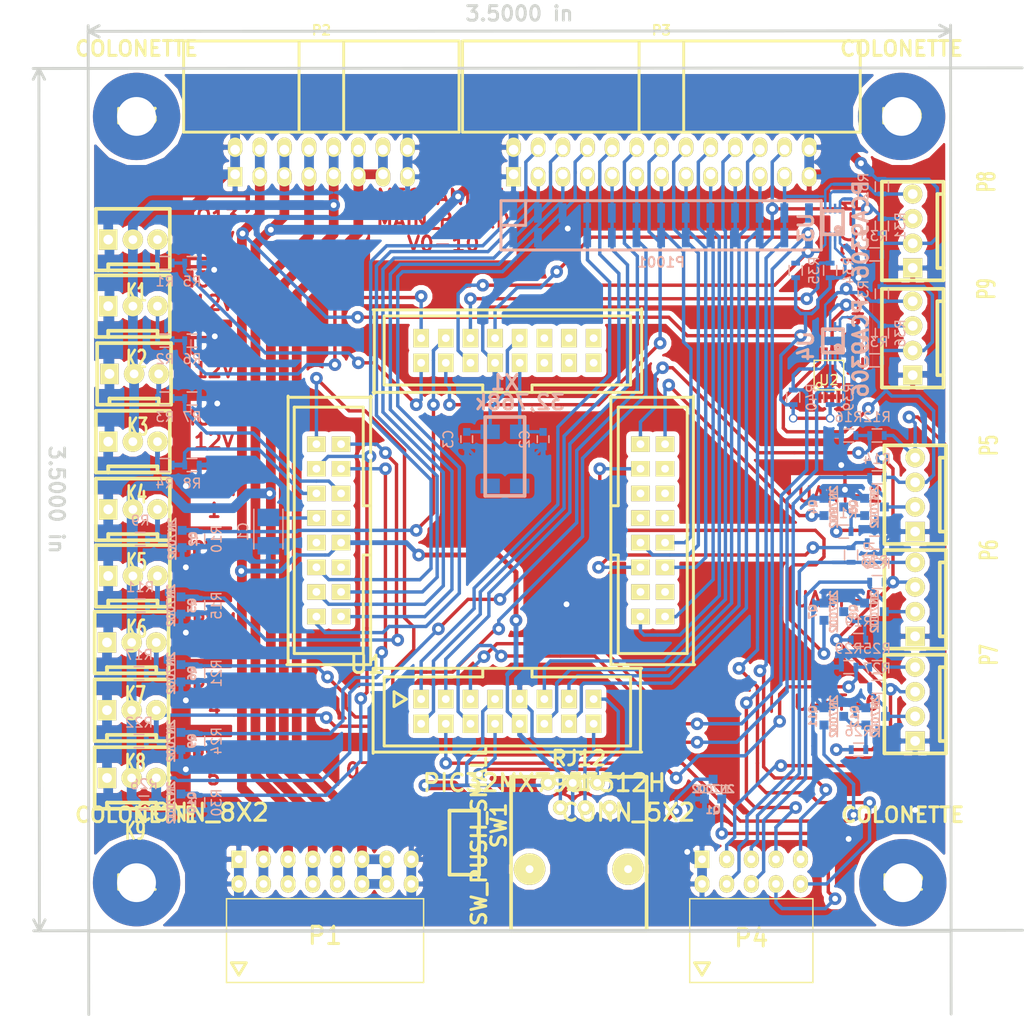
<source format=kicad_pcb>
(kicad_pcb (version 4) (host pcbnew 0.201507300901+6016~28~ubuntu15.04.1-product)
  (layers (0 F.Cu signal) (31 B.Cu signal) (34 B.Paste user) (35 F.Paste user) (36 B.SilkS user) (37 F.SilkS user) (38 B.Mask user) (39 F.Mask user) (44 Edge.Cuts user))
  (net 0 "")
  (net 1 +12V)
  (net 2 +15V)
  (net 3 +5V)
  (net 4 +5VD)
  (net 5 /INT1)
  (net 6 /INT4)
  (net 7 /IO1)
  (net 8 /IO13)
  (net 9 /IO14)
  (net 10 /IO15)
  (net 11 /IO16)
  (net 12 /IO18)
  (net 13 /IO19)
  (net 14 /IO2)
  (net 15 /IO20)
  (net 16 /IO21)
  (net 17 /IO22)
  (net 18 /IO23)
  (net 19 /IO24)
  (net 20 /IO25)
  (net 21 /IO3)
  (net 22 /IO4)
  (net 23 /IO5)
  (net 24 /IO6)
  (net 25 /IO7)
  (net 26 /IO8)
  (net 27 /IO9)
  (net 28 /OC1)
  (net 29 /OC1-5V)
  (net 30 /OC2)
  (net 31 /OC2-5V)
  (net 32 /OC3)
  (net 33 /OC4)
  (net 34 /OC4-5V)
  (net 35 /OC5)
  (net 36 /OC5-5V)
  (net 37 /PGEC1)
  (net 38 /PGED1)
  (net 39 /RSTA)
  (net 40 /RX2)
  (net 41 /RX2-5V)
  (net 42 /RX5)
  (net 43 /RX5-5V)
  (net 44 /RX6)
  (net 45 /RX6-5V)
  (net 46 /SCL1)
  (net 47 /SCL1-5V)
  (net 48 /SCL4)
  (net 49 /SCL4-5V)
  (net 50 /SDA1)
  (net 51 /SDA1-5V)
  (net 52 /SDA4)
  (net 53 /SDA4-5V)
  (net 54 /TX2-5V)
  (net 55 /TX5-5V)
  (net 56 /TX6-5V)
  (net 57 GND)
  (net 58 "Net-(C1-Pad1)")
  (net 59 "Net-(C2-Pad1)")
  (net 60 "Net-(C3-Pad1)")
  (net 61 +3V3)
  (net 62 "Net-(K1-Pad3)")
  (net 63 "Net-(K2-Pad3)")
  (net 64 "Net-(K3-Pad3)")
  (net 65 "Net-(K4-Pad3)")
  (net 66 "Net-(K7-Pad3)")
  (net 67 "Net-(K10-Pad1)")
  (net 68 "Net-(K11-Pad1)")
  (net 69 "Net-(K12-Pad1)")
  (net 70 "Net-(K13-Pad1)")
  (net 71 "Net-(R33-Pad2)")
  (net 72 "Net-(R38-Pad2)")
  (module LFXTAL003000 (layer B.Cu) (at 151.257 118.872 180)
    (fp_text reference X1 (at 1.524 5.08 180) (layer B.SilkS) (effects (font (thickness 0.3048)) (justify mirror)))
    (fp_text value 32,768k (at 0 3.048 180) (layer B.SilkS) (effects (font (thickness 0.3048)) (justify mirror)))
    (pad 1 smd rect (at 0 0 180) (size 2 1.5) (layers B.Cu B.Paste B.Mask) (net 59 "Net-(C2-Pad1)"))
    (pad 2 smd rect (at 3.048 0 180) (size 2 1.5) (layers B.Cu B.Paste B.Mask) (net 60 "Net-(C3-Pad1)"))
    (pad 3 smd rect (at 0 -5.588 180) (size 2 1.524) (layers B.Cu B.Paste B.Mask))
    (pad 4 smd rect (at 3.048 -5.588 180) (size 2 1.524) (layers B.Cu B.Paste B.Mask))
  )
  (module f4deb-mod-library:vasch_strip_8x2_90 (layer F.Cu) (at 130.81 85.979)
    (fp_text reference P2 (at 0 -8.5) (layer F.SilkS) (effects (font (thickness 0.2032))))
    (fp_text value CONN_8X2 hide)
    (pad 16 thru_hole oval (at 8.89 3.81) (size 1.5 2) (drill 1 (offset 0 -0.25)) (layers *.Cu *.Mask F.SilkS) (net 57 GND))
    (pad 15 thru_hole oval (at 8.89 6.35) (size 1.5 2) (drill 1 (offset 0 0.25)) (layers *.Cu *.Mask F.SilkS) (net 57 GND))
    (pad 13 thru_hole oval (at 6.35 6.35) (size 1.5 2) (drill 1 (offset 0 0.25)) (layers *.Cu *.Mask F.SilkS) (net 2 +15V))
    (pad 14 thru_hole oval (at 6.35 3.81) (size 1.5 2) (drill 1 (offset 0 -0.25)) (layers *.Cu *.Mask F.SilkS) (net 2 +15V))
    (pad 12 thru_hole oval (at 3.81 3.81) (size 1.5 2) (drill 1 (offset 0 -0.25)) (layers *.Cu *.Mask F.SilkS) (net 2 +15V))
    (pad 11 thru_hole oval (at 3.81 6.35) (size 1.5 2) (drill 1 (offset 0 0.25)) (layers *.Cu *.Mask F.SilkS) (net 2 +15V))
    (pad 9 thru_hole oval (at 1.27 6.35) (size 1.5 2) (drill 1 (offset 0 0.25)) (layers *.Cu *.Mask F.SilkS) (net 1 +12V))
    (pad 10 thru_hole oval (at 1.27 3.81) (size 1.5 2) (drill 1 (offset 0 -0.25)) (layers *.Cu *.Mask F.SilkS) (net 1 +12V))
    (pad 8 thru_hole oval (at -1.27 3.81) (size 1.5 2) (drill 1 (offset 0 -0.25)) (layers *.Cu *.Mask F.SilkS) (net 3 +5V))
    (pad 7 thru_hole oval (at -1.27 6.35) (size 1.5 2) (drill 1 (offset 0 0.25)) (layers *.Cu *.Mask F.SilkS) (net 3 +5V))
    (pad 1 thru_hole rect (at -8.89 6.35) (size 1.5 2) (drill 1 (offset 0 0.25)) (layers *.Cu *.Mask F.SilkS) (net 57 GND))
    (pad 2 thru_hole oval (at -8.89 3.81) (size 1.5 2) (drill 1 (offset 0 -0.25)) (layers *.Cu *.Mask F.SilkS) (net 57 GND))
    (pad 3 thru_hole oval (at -6.35 6.35) (size 1.5 2) (drill 1 (offset 0 0.25)) (layers *.Cu *.Mask F.SilkS) (net 61 +3V3))
    (pad 4 thru_hole oval (at -6.35 3.81) (size 1.5 2) (drill 1 (offset 0 -0.25)) (layers *.Cu *.Mask F.SilkS) (net 61 +3V3))
    (pad 5 thru_hole oval (at -3.81 6.35) (size 1.5 2) (drill 1 (offset 0 0.25)) (layers *.Cu *.Mask F.SilkS) (net 4 +5VD))
    (pad 6 thru_hole oval (at -3.81 3.81) (size 1.5 2) (drill 1 (offset 0 -0.25)) (layers *.Cu *.Mask F.SilkS) (net 4 +5VD))
  )
  (module f4deb-mod-library:COLONETTE (layer F.Cu) (at 190.627 86.36)
    (fp_text reference K10 (at 0 0) (layer F.SilkS) (effects (font (thickness 0.3048))))
    (fp_text value COLONETTE (at 0 -6.985) (layer F.SilkS) (effects (font (thickness 0.3048))))
    (pad 1 thru_hole circle (at 0 0) (size 8.99922 8.99922) (drill 4.0005) (layers *.Cu) (net 67 "Net-(K10-Pad1)"))
    (pad 1 thru_hole circle (at 0 0) (size 2 2) (drill 0.6) (layers *.Cu *.Mask F.SilkS) (net 67 "Net-(K10-Pad1)"))
  )
  (module f4deb-mod-library:COLONETTE (layer F.Cu) (at 111.76 165.354)
    (fp_text reference K11 (at 0 0) (layer F.SilkS) (effects (font (thickness 0.3048))))
    (fp_text value COLONETTE (at 0 -6.985) (layer F.SilkS) (effects (font (thickness 0.3048))))
    (pad 1 thru_hole circle (at 0 0) (size 8.99922 8.99922) (drill 4.0005) (layers *.Cu) (net 68 "Net-(K11-Pad1)"))
    (pad 1 thru_hole circle (at 0 0) (size 2 2) (drill 0.6) (layers *.Cu *.Mask F.SilkS) (net 68 "Net-(K11-Pad1)"))
  )
  (module f4deb-mod-library:COLONETTE (layer F.Cu) (at 190.754 165.354)
    (fp_text reference K12 (at 0 0) (layer F.SilkS) (effects (font (thickness 0.3048))))
    (fp_text value COLONETTE (at 0 -6.985) (layer F.SilkS) (effects (font (thickness 0.3048))))
    (pad 1 thru_hole circle (at 0 0) (size 8.99922 8.99922) (drill 4.0005) (layers *.Cu) (net 69 "Net-(K12-Pad1)"))
    (pad 1 thru_hole circle (at 0 0) (size 2 2) (drill 0.6) (layers *.Cu *.Mask F.SilkS) (net 69 "Net-(K12-Pad1)"))
  )
  (module f4deb-mod-library:COLONETTE (layer F.Cu) (at 111.76 86.36)
    (fp_text reference K13 (at 0 0) (layer F.SilkS) (effects (font (thickness 0.3048))))
    (fp_text value COLONETTE (at 0 -6.985) (layer F.SilkS) (effects (font (thickness 0.3048))))
    (pad 1 thru_hole circle (at 0 0) (size 8.99922 8.99922) (drill 4.0005) (layers *.Cu) (net 70 "Net-(K13-Pad1)"))
    (pad 1 thru_hole circle (at 0 0) (size 2 2) (drill 0.6) (layers *.Cu *.Mask F.SilkS) (net 70 "Net-(K13-Pad1)"))
  )
  (module f4deb-mod-library:KK-3 (layer F.Cu) (at 113.919 99.06 180)
    (fp_text reference K1 (at 2.159 -5.461 180) (layer F.SilkS) (effects (font (size 1.73482 1.08712) (thickness 0.27178))))
    (fp_text value CONN_3 hide)
    (pad 1 thru_hole rect (at 5.08 0 180) (size 1.89992 2.10058) (drill 1.00076) (layers *.Cu *.Mask F.SilkS) (net 57 GND))
    (pad 2 thru_hole circle (at 2.54 0 180) (size 2.10058 2.10058) (drill 0.89916) (layers *.Cu *.Mask F.SilkS) (net 1 +12V))
    (pad 3 thru_hole circle (at 0 0 180) (size 2.10058 2.10058) (drill 0.89916) (layers *.Cu *.Mask F.SilkS) (net 62 "Net-(K1-Pad3)"))
  )
  (module f4deb-mod-library:KK-3 (layer F.Cu) (at 113.919 105.918 180)
    (fp_text reference K2 (at 2.159 -5.461 180) (layer F.SilkS) (effects (font (size 1.73482 1.08712) (thickness 0.27178))))
    (fp_text value CONN_3 hide)
    (pad 1 thru_hole rect (at 5.08 0 180) (size 1.89992 2.10058) (drill 1.00076) (layers *.Cu *.Mask F.SilkS) (net 57 GND))
    (pad 2 thru_hole circle (at 2.54 0 180) (size 2.10058 2.10058) (drill 0.89916) (layers *.Cu *.Mask F.SilkS) (net 1 +12V))
    (pad 3 thru_hole circle (at 0 0 180) (size 2.10058 2.10058) (drill 0.89916) (layers *.Cu *.Mask F.SilkS) (net 63 "Net-(K2-Pad3)"))
  )
  (module f4deb-mod-library:KK-3 (layer F.Cu) (at 114.046 112.903 180)
    (fp_text reference K3 (at 2.159 -5.461 180) (layer F.SilkS) (effects (font (size 1.73482 1.08712) (thickness 0.27178))))
    (fp_text value CONN_3 hide)
    (pad 1 thru_hole rect (at 5.08 0 180) (size 1.89992 2.10058) (drill 1.00076) (layers *.Cu *.Mask F.SilkS) (net 57 GND))
    (pad 2 thru_hole circle (at 2.54 0 180) (size 2.10058 2.10058) (drill 0.89916) (layers *.Cu *.Mask F.SilkS) (net 1 +12V))
    (pad 3 thru_hole circle (at 0 0 180) (size 2.10058 2.10058) (drill 0.89916) (layers *.Cu *.Mask F.SilkS) (net 64 "Net-(K3-Pad3)"))
  )
  (module f4deb-mod-library:KK-3 (layer F.Cu) (at 113.919 119.888 180)
    (fp_text reference K4 (at 2.159 -5.461 180) (layer F.SilkS) (effects (font (size 1.73482 1.08712) (thickness 0.27178))))
    (fp_text value CONN_3 hide)
    (pad 1 thru_hole rect (at 5.08 0 180) (size 1.89992 2.10058) (drill 1.00076) (layers *.Cu *.Mask F.SilkS) (net 57 GND))
    (pad 2 thru_hole circle (at 2.54 0 180) (size 2.10058 2.10058) (drill 0.89916) (layers *.Cu *.Mask F.SilkS) (net 1 +12V))
    (pad 3 thru_hole circle (at 0 0 180) (size 2.10058 2.10058) (drill 0.89916) (layers *.Cu *.Mask F.SilkS) (net 65 "Net-(K4-Pad3)"))
  )
  (module f4deb-mod-library:KK-3 (layer F.Cu) (at 113.919 126.873 180)
    (fp_text reference K5 (at 2.159 -5.461 180) (layer F.SilkS) (effects (font (size 1.73482 1.08712) (thickness 0.27178))))
    (fp_text value CONN_3 hide)
    (pad 1 thru_hole rect (at 5.08 0 180) (size 1.89992 2.10058) (drill 1.00076) (layers *.Cu *.Mask F.SilkS) (net 57 GND))
    (pad 2 thru_hole circle (at 2.54 0 180) (size 2.10058 2.10058) (drill 0.89916) (layers *.Cu *.Mask F.SilkS) (net 3 +5V))
    (pad 3 thru_hole circle (at 0 0 180) (size 2.10058 2.10058) (drill 0.89916) (layers *.Cu *.Mask F.SilkS) (net 29 /OC1-5V))
  )
  (module f4deb-mod-library:KK-3 (layer F.Cu) (at 113.919 133.731 180)
    (fp_text reference K6 (at 2.159 -5.461 180) (layer F.SilkS) (effects (font (size 1.73482 1.08712) (thickness 0.27178))))
    (fp_text value CONN_3 hide)
    (pad 1 thru_hole rect (at 5.08 0 180) (size 1.89992 2.10058) (drill 1.00076) (layers *.Cu *.Mask F.SilkS) (net 57 GND))
    (pad 2 thru_hole circle (at 2.54 0 180) (size 2.10058 2.10058) (drill 0.89916) (layers *.Cu *.Mask F.SilkS) (net 3 +5V))
    (pad 3 thru_hole circle (at 0 0 180) (size 2.10058 2.10058) (drill 0.89916) (layers *.Cu *.Mask F.SilkS) (net 31 /OC2-5V))
  )
  (module f4deb-mod-library:KK-3 (layer F.Cu) (at 113.792 140.589 180)
    (fp_text reference K7 (at 2.159 -5.461 180) (layer F.SilkS) (effects (font (size 1.73482 1.08712) (thickness 0.27178))))
    (fp_text value CONN_3 hide)
    (pad 1 thru_hole rect (at 5.08 0 180) (size 1.89992 2.10058) (drill 1.00076) (layers *.Cu *.Mask F.SilkS) (net 57 GND))
    (pad 2 thru_hole circle (at 2.54 0 180) (size 2.10058 2.10058) (drill 0.89916) (layers *.Cu *.Mask F.SilkS) (net 3 +5V))
    (pad 3 thru_hole circle (at 0 0 180) (size 2.10058 2.10058) (drill 0.89916) (layers *.Cu *.Mask F.SilkS) (net 66 "Net-(K7-Pad3)"))
  )
  (module f4deb-mod-library:KK-3 (layer F.Cu) (at 113.792 147.574 180)
    (fp_text reference K8 (at 2.159 -5.461 180) (layer F.SilkS) (effects (font (size 1.73482 1.08712) (thickness 0.27178))))
    (fp_text value CONN_3 hide)
    (pad 1 thru_hole rect (at 5.08 0 180) (size 1.89992 2.10058) (drill 1.00076) (layers *.Cu *.Mask F.SilkS) (net 57 GND))
    (pad 2 thru_hole circle (at 2.54 0 180) (size 2.10058 2.10058) (drill 0.89916) (layers *.Cu *.Mask F.SilkS) (net 3 +5V))
    (pad 3 thru_hole circle (at 0 0 180) (size 2.10058 2.10058) (drill 0.89916) (layers *.Cu *.Mask F.SilkS) (net 34 /OC4-5V))
  )
  (module f4deb-mod-library:KK-3 (layer F.Cu) (at 113.792 154.559 180)
    (fp_text reference K9 (at 2.159 -5.461 180) (layer F.SilkS) (effects (font (size 1.73482 1.08712) (thickness 0.27178))))
    (fp_text value CONN_3 hide)
    (pad 1 thru_hole rect (at 5.08 0 180) (size 1.89992 2.10058) (drill 1.00076) (layers *.Cu *.Mask F.SilkS) (net 57 GND))
    (pad 2 thru_hole circle (at 2.54 0 180) (size 2.10058 2.10058) (drill 0.89916) (layers *.Cu *.Mask F.SilkS) (net 3 +5V))
    (pad 3 thru_hole circle (at 0 0 180) (size 2.10058 2.10058) (drill 0.89916) (layers *.Cu *.Mask F.SilkS) (net 36 /OC5-5V))
  )
  (module f4deb-mod-library:KK-4 (layer F.Cu) (at 191.77 94.361 270)
    (fp_text reference P8 (at -1.27 -7.62 270) (layer F.SilkS) (effects (font (size 1.73482 1.08712) (thickness 0.27178))))
    (fp_text value CONN_4 hide)
    (pad 1 thru_hole rect (at 7.62 0 270) (size 1.99898 1.99898) (drill 1.00076) (layers *.Cu *.Mask F.SilkS) (net 57 GND))
    (pad 2 thru_hole circle (at 5.08 0 270) (size 1.99898 1.99898) (drill 1.00076) (layers *.Cu *.Mask F.SilkS) (net 4 +5VD))
    (pad 3 thru_hole circle (at 2.54 0 270) (size 1.99898 1.99898) (drill 1.00076) (layers *.Cu *.Mask F.SilkS) (net 47 /SCL1-5V))
    (pad 4 thru_hole circle (at 0 0 270) (size 1.99898 1.99898) (drill 1.00076) (layers *.Cu *.Mask F.SilkS) (net 51 /SDA1-5V))
  )
  (module f4deb-mod-library:KK-4 (layer F.Cu) (at 192.024 121.539 270)
    (fp_text reference P5 (at -1.27 -7.62 270) (layer F.SilkS) (effects (font (size 1.73482 1.08712) (thickness 0.27178))))
    (fp_text value CONN_4 hide)
    (pad 1 thru_hole rect (at 7.62 0 270) (size 1.99898 1.99898) (drill 1.00076) (layers *.Cu *.Mask F.SilkS) (net 57 GND))
    (pad 2 thru_hole circle (at 5.08 0 270) (size 1.99898 1.99898) (drill 1.00076) (layers *.Cu *.Mask F.SilkS) (net 54 /TX2-5V))
    (pad 3 thru_hole circle (at 2.54 0 270) (size 1.99898 1.99898) (drill 1.00076) (layers *.Cu *.Mask F.SilkS) (net 4 +5VD))
    (pad 4 thru_hole circle (at 0 0 270) (size 1.99898 1.99898) (drill 1.00076) (layers *.Cu *.Mask F.SilkS) (net 41 /RX2-5V))
  )
  (module f4deb-mod-library:KK-4 (layer F.Cu) (at 192.024 143.129 270)
    (fp_text reference P7 (at -1.27 -7.62 270) (layer F.SilkS) (effects (font (size 1.73482 1.08712) (thickness 0.27178))))
    (fp_text value CONN_4 hide)
    (pad 1 thru_hole rect (at 7.62 0 270) (size 1.99898 1.99898) (drill 1.00076) (layers *.Cu *.Mask F.SilkS) (net 57 GND))
    (pad 2 thru_hole circle (at 5.08 0 270) (size 1.99898 1.99898) (drill 1.00076) (layers *.Cu *.Mask F.SilkS) (net 56 /TX6-5V))
    (pad 3 thru_hole circle (at 2.54 0 270) (size 1.99898 1.99898) (drill 1.00076) (layers *.Cu *.Mask F.SilkS) (net 4 +5VD))
    (pad 4 thru_hole circle (at 0 0 270) (size 1.99898 1.99898) (drill 1.00076) (layers *.Cu *.Mask F.SilkS) (net 45 /RX6-5V))
  )
  (module f4deb-mod-library:KK-4 (layer F.Cu) (at 191.77 105.41 270)
    (fp_text reference P9 (at -1.27 -7.62 270) (layer F.SilkS) (effects (font (size 1.73482 1.08712) (thickness 0.27178))))
    (fp_text value CONN_4 hide)
    (pad 1 thru_hole rect (at 7.62 0 270) (size 1.99898 1.99898) (drill 1.00076) (layers *.Cu *.Mask F.SilkS) (net 57 GND))
    (pad 2 thru_hole circle (at 5.08 0 270) (size 1.99898 1.99898) (drill 1.00076) (layers *.Cu *.Mask F.SilkS) (net 4 +5VD))
    (pad 3 thru_hole circle (at 2.54 0 270) (size 1.99898 1.99898) (drill 1.00076) (layers *.Cu *.Mask F.SilkS) (net 49 /SCL4-5V))
    (pad 4 thru_hole circle (at 0 0 270) (size 1.99898 1.99898) (drill 1.00076) (layers *.Cu *.Mask F.SilkS) (net 53 /SDA4-5V))
  )
  (module f4deb-mod-library:KK-4 (layer F.Cu) (at 192.024 132.334 270)
    (fp_text reference P6 (at -1.27 -7.62 270) (layer F.SilkS) (effects (font (size 1.73482 1.08712) (thickness 0.27178))))
    (fp_text value CONN_4 hide)
    (pad 1 thru_hole rect (at 7.62 0 270) (size 1.99898 1.99898) (drill 1.00076) (layers *.Cu *.Mask F.SilkS) (net 57 GND))
    (pad 2 thru_hole circle (at 5.08 0 270) (size 1.99898 1.99898) (drill 1.00076) (layers *.Cu *.Mask F.SilkS) (net 55 /TX5-5V))
    (pad 3 thru_hole circle (at 2.54 0 270) (size 1.99898 1.99898) (drill 1.00076) (layers *.Cu *.Mask F.SilkS) (net 4 +5VD))
    (pad 4 thru_hole circle (at 0 0 270) (size 1.99898 1.99898) (drill 1.00076) (layers *.Cu *.Mask F.SilkS) (net 43 /RX5-5V))
  )
  (module f4deb-mod-library:vasch_strip_13x2_90 (layer F.Cu) (at 165.862 85.979)
    (fp_text reference P3 (at 0 -8.5) (layer F.SilkS) (effects (font (thickness 0.2032))))
    (fp_text value CONN_13X2 hide)
    (pad 25 thru_hole oval (at 15.24 6.35) (size 1.5 2) (drill 1 (offset 0 0.25)) (layers *.Cu *.Mask F.SilkS) (net 57 GND))
    (pad 26 thru_hole oval (at 15.24 3.81) (size 1.5 2) (drill 1 (offset 0 -0.25)) (layers *.Cu *.Mask F.SilkS) (net 57 GND))
    (pad 24 thru_hole oval (at 12.7 3.81) (size 1.5 2) (drill 1 (offset 0 -0.25)) (layers *.Cu *.Mask F.SilkS) (net 47 /SCL1-5V))
    (pad 23 thru_hole oval (at 12.7 6.35) (size 1.5 2) (drill 1 (offset 0 0.25)) (layers *.Cu *.Mask F.SilkS) (net 51 /SDA1-5V))
    (pad 21 thru_hole oval (at 10.16 6.35) (size 1.5 2) (drill 1 (offset 0 0.25)) (layers *.Cu *.Mask F.SilkS) (net 7 /IO1))
    (pad 22 thru_hole oval (at 10.16 3.81) (size 1.5 2) (drill 1 (offset 0 -0.25)) (layers *.Cu *.Mask F.SilkS) (net 14 /IO2))
    (pad 20 thru_hole oval (at 7.62 3.81) (size 1.5 2) (drill 1 (offset 0 -0.25)) (layers *.Cu *.Mask F.SilkS) (net 22 /IO4))
    (pad 19 thru_hole oval (at 7.62 6.35) (size 1.5 2) (drill 1 (offset 0 0.25)) (layers *.Cu *.Mask F.SilkS) (net 21 /IO3))
    (pad 17 thru_hole oval (at 5.08 6.35) (size 1.5 2) (drill 1 (offset 0 0.25)) (layers *.Cu *.Mask F.SilkS) (net 23 /IO5))
    (pad 18 thru_hole oval (at 5.08 3.81) (size 1.5 2) (drill 1 (offset 0 -0.25)) (layers *.Cu *.Mask F.SilkS) (net 24 /IO6))
    (pad 16 thru_hole oval (at 2.54 3.81) (size 1.5 2) (drill 1 (offset 0 -0.25)) (layers *.Cu *.Mask F.SilkS) (net 26 /IO8))
    (pad 15 thru_hole oval (at 2.54 6.35) (size 1.5 2) (drill 1 (offset 0 0.25)) (layers *.Cu *.Mask F.SilkS) (net 25 /IO7))
    (pad 13 thru_hole oval (at 0 6.35) (size 1.5 2) (drill 1 (offset 0 0.25)) (layers *.Cu *.Mask F.SilkS) (net 27 /IO9))
    (pad 14 thru_hole oval (at 0 3.81) (size 1.5 2) (drill 1 (offset 0 -0.25)) (layers *.Cu *.Mask F.SilkS) (net 6 /INT4))
    (pad 12 thru_hole oval (at -2.54 3.81) (size 1.5 2) (drill 1 (offset 0 -0.25)) (layers *.Cu *.Mask F.SilkS) (net 36 /OC5-5V))
    (pad 11 thru_hole oval (at -2.54 6.35) (size 1.5 2) (drill 1 (offset 0 0.25)) (layers *.Cu *.Mask F.SilkS) (net 34 /OC4-5V))
    (pad 9 thru_hole oval (at -5.08 6.35) (size 1.5 2) (drill 1 (offset 0 0.25)) (layers *.Cu *.Mask F.SilkS) (net 20 /IO25))
    (pad 10 thru_hole oval (at -5.08 3.81) (size 1.5 2) (drill 1 (offset 0 -0.25)) (layers *.Cu *.Mask F.SilkS) (net 19 /IO24))
    (pad 8 thru_hole oval (at -7.62 3.81) (size 1.5 2) (drill 1 (offset 0 -0.25)) (layers *.Cu *.Mask F.SilkS) (net 17 /IO22))
    (pad 7 thru_hole oval (at -7.62 6.35) (size 1.5 2) (drill 1 (offset 0 0.25)) (layers *.Cu *.Mask F.SilkS) (net 18 /IO23))
    (pad 1 thru_hole rect (at -15.24 6.35) (size 1.5 2) (drill 1 (offset 0 0.25)) (layers *.Cu *.Mask F.SilkS) (net 57 GND))
    (pad 2 thru_hole oval (at -15.24 3.81) (size 1.5 2) (drill 1 (offset 0 -0.25)) (layers *.Cu *.Mask F.SilkS) (net 57 GND))
    (pad 3 thru_hole oval (at -12.7 6.35) (size 1.5 2) (drill 1 (offset 0 0.25)) (layers *.Cu *.Mask F.SilkS) (net 13 /IO19))
    (pad 4 thru_hole oval (at -12.7 3.81) (size 1.5 2) (drill 1 (offset 0 -0.25)) (layers *.Cu *.Mask F.SilkS) (net 12 /IO18))
    (pad 5 thru_hole oval (at -10.16 6.35) (size 1.5 2) (drill 1 (offset 0 0.25)) (layers *.Cu *.Mask F.SilkS) (net 16 /IO21))
    (pad 6 thru_hole oval (at -10.16 3.81) (size 1.5 2) (drill 1 (offset 0 -0.25)) (layers *.Cu *.Mask F.SilkS) (net 15 /IO20))
  )
  (module f4deb-mod-library:PIC32_64 (layer F.Cu) (at 141.097 148.971)
    (fp_text reference U1 (at -5.588 -6.096) (layer F.SilkS) (effects (font (size 1.778 1.778) (thickness 0.3048))))
    (fp_text value PIC32MX795F512H (at 12.7 6.096) (layer F.SilkS) (effects (font (size 1.778 1.778) (thickness 0.3048))))
    (pad 15 thru_hole rect (at 17.78 -2.54254 270) (size 1.89992 1.6002) (drill 0.8001) (layers *.Cu *.Mask F.SilkS) (net 37 /PGEC1))
    (pad 16 thru_hole rect (at 17.78 -0.00254 270) (size 1.89992 1.6002) (drill 0.8001) (layers *.Cu *.Mask F.SilkS) (net 38 /PGED1))
    (pad 13 thru_hole rect (at 15.24 -2.54254 270) (size 1.89992 1.6002) (drill 0.8001) (layers *.Cu *.Mask F.SilkS) (net 14 /IO2))
    (pad 14 thru_hole rect (at 15.24 -0.00254 270) (size 1.89992 1.6002) (drill 0.8001) (layers *.Cu *.Mask F.SilkS) (net 7 /IO1))
    (pad 11 thru_hole rect (at 12.7 -2.54254 270) (size 1.89992 1.6002) (drill 0.8001) (layers *.Cu *.Mask F.SilkS) (net 22 /IO4))
    (pad 12 thru_hole rect (at 12.7 -0.00254 270) (size 1.89992 1.6002) (drill 0.8001) (layers *.Cu *.Mask F.SilkS) (net 21 /IO3))
    (pad 9 thru_hole rect (at 10.16 -2.54254 270) (size 1.89992 1.6002) (drill 0.8001) (layers *.Cu *.Mask F.SilkS) (net 57 GND))
    (pad 10 thru_hole rect (at 10.16 -0.00254 270) (size 1.89992 1.6002) (drill 0.8001) (layers *.Cu *.Mask F.SilkS) (net 61 +3V3))
    (pad 7 thru_hole rect (at 7.62 -2.54254 270) (size 1.89992 1.6002) (drill 0.8001) (layers *.Cu *.Mask F.SilkS) (net 39 /RSTA))
    (pad 8 thru_hole rect (at 7.62 -0.00254 270) (size 1.89992 1.6002) (drill 0.8001) (layers *.Cu *.Mask F.SilkS) (net 44 /RX6))
    (pad 5 thru_hole rect (at 5.08 -2.54254 270) (size 1.89992 1.6002) (drill 0.8001) (layers *.Cu *.Mask F.SilkS) (net 52 /SDA4))
    (pad 6 thru_hole rect (at 5.08 -0.00254 270) (size 1.89992 1.6002) (drill 0.8001) (layers *.Cu *.Mask F.SilkS) (net 48 /SCL4))
    (pad 3 thru_hole rect (at 2.54 -2.54254 270) (size 1.89992 1.6002) (drill 0.8001) (layers *.Cu *.Mask F.SilkS) (net 20 /IO25))
    (pad 4 thru_hole rect (at 2.54 -0.00254 270) (size 1.89992 1.6002) (drill 0.8001) (layers *.Cu *.Mask F.SilkS))
    (pad 1 thru_hole rect (at 0 -2.54254 270) (size 1.89992 1.6002) (drill 0.8001) (layers *.Cu *.Mask F.SilkS) (net 18 /IO23))
    (pad 2 thru_hole rect (at 0 -0.00254 270) (size 1.89992 1.6002) (drill 0.8001) (layers *.Cu *.Mask F.SilkS) (net 19 /IO24))
    (pad 34 thru_hole rect (at 17.78 -39.751 270) (size 1.89992 1.6002) (drill 0.8001) (layers *.Cu *.Mask F.SilkS))
    (pad 33 thru_hole rect (at 17.78 -37.211 270) (size 1.89992 1.6002) (drill 0.8001) (layers *.Cu *.Mask F.SilkS))
    (pad 36 thru_hole rect (at 15.24 -39.751 270) (size 1.89992 1.6002) (drill 0.8001) (layers *.Cu *.Mask F.SilkS))
    (pad 35 thru_hole rect (at 15.24 -37.211 270) (size 1.89992 1.6002) (drill 0.8001) (layers *.Cu *.Mask F.SilkS))
    (pad 38 thru_hole rect (at 12.7 -39.751 270) (size 1.89992 1.6002) (drill 0.8001) (layers *.Cu *.Mask F.SilkS))
    (pad 37 thru_hole rect (at 12.7 -37.211 270) (size 1.89992 1.6002) (drill 0.8001) (layers *.Cu *.Mask F.SilkS))
    (pad 40 thru_hole rect (at 10.16 -39.751 270) (size 1.89992 1.6002) (drill 0.8001) (layers *.Cu *.Mask F.SilkS) (net 60 "Net-(C3-Pad1)"))
    (pad 39 thru_hole rect (at 10.16 -37.211 270) (size 1.89992 1.6002) (drill 0.8001) (layers *.Cu *.Mask F.SilkS) (net 59 "Net-(C2-Pad1)"))
    (pad 42 thru_hole rect (at 7.62 -39.751 270) (size 1.89992 1.6002) (drill 0.8001) (layers *.Cu *.Mask F.SilkS) (net 5 /INT1))
    (pad 41 thru_hole rect (at 7.62 -37.211 270) (size 1.89992 1.6002) (drill 0.8001) (layers *.Cu *.Mask F.SilkS) (net 57 GND))
    (pad 44 thru_hole rect (at 5.08 -39.751 270) (size 1.89992 1.6002) (drill 0.8001) (layers *.Cu *.Mask F.SilkS) (net 46 /SCL1))
    (pad 43 thru_hole rect (at 5.08 -37.211 270) (size 1.89992 1.6002) (drill 0.8001) (layers *.Cu *.Mask F.SilkS) (net 50 /SDA1))
    (pad 46 thru_hole rect (at 2.54 -39.751 270) (size 1.89992 1.6002) (drill 0.8001) (layers *.Cu *.Mask F.SilkS) (net 28 /OC1))
    (pad 45 thru_hole rect (at 2.54 -37.211 270) (size 1.89992 1.6002) (drill 0.8001) (layers *.Cu *.Mask F.SilkS) (net 6 /INT4))
    (pad 48 thru_hole rect (at 0 -39.751 270) (size 1.89992 1.6002) (drill 0.8001) (layers *.Cu *.Mask F.SilkS) (net 9 /IO14))
    (pad 47 thru_hole rect (at 0 -37.211 270) (size 1.89992 1.6002) (drill 0.8001) (layers *.Cu *.Mask F.SilkS) (net 8 /IO13))
    (pad 31 thru_hole rect (at 22.606 -28.829 270) (size 1.6002 1.89992) (drill 0.8001) (layers *.Cu *.Mask F.SilkS) (net 40 /RX2))
    (pad 32 thru_hole rect (at 25.146 -28.829 270) (size 1.6002 1.89992) (drill 0.8001) (layers *.Cu *.Mask F.SilkS))
    (pad 29 thru_hole rect (at 22.606 -26.289 270) (size 1.6002 1.89992) (drill 0.8001) (layers *.Cu *.Mask F.SilkS))
    (pad 30 thru_hole rect (at 25.146 -26.289 270) (size 1.6002 1.89992) (drill 0.8001) (layers *.Cu *.Mask F.SilkS))
    (pad 27 thru_hole rect (at 22.606 -23.749 270) (size 1.6002 1.89992) (drill 0.8001) (layers *.Cu *.Mask F.SilkS))
    (pad 28 thru_hole rect (at 25.146 -23.749 270) (size 1.6002 1.89992) (drill 0.8001) (layers *.Cu *.Mask F.SilkS))
    (pad 25 thru_hole rect (at 22.606 -21.209 270) (size 1.6002 1.89992) (drill 0.8001) (layers *.Cu *.Mask F.SilkS))
    (pad 26 thru_hole rect (at 25.146 -21.209 270) (size 1.6002 1.89992) (drill 0.8001) (layers *.Cu *.Mask F.SilkS))
    (pad 23 thru_hole rect (at 22.606 -18.669 270) (size 1.6002 1.89992) (drill 0.8001) (layers *.Cu *.Mask F.SilkS) (net 26 /IO8))
    (pad 24 thru_hole rect (at 25.146 -18.669 270) (size 1.6002 1.89992) (drill 0.8001) (layers *.Cu *.Mask F.SilkS) (net 27 /IO9))
    (pad 21 thru_hole rect (at 22.606 -16.129 270) (size 1.6002 1.89992) (drill 0.8001) (layers *.Cu *.Mask F.SilkS) (net 42 /RX5))
    (pad 22 thru_hole rect (at 25.146 -16.129 270) (size 1.6002 1.89992) (drill 0.8001) (layers *.Cu *.Mask F.SilkS) (net 25 /IO7))
    (pad 19 thru_hole rect (at 22.606 -13.589 270) (size 1.6002 1.89992) (drill 0.8001) (layers *.Cu *.Mask F.SilkS))
    (pad 20 thru_hole rect (at 25.146 -13.589 270) (size 1.6002 1.89992) (drill 0.8001) (layers *.Cu *.Mask F.SilkS))
    (pad 17 thru_hole rect (at 22.606 -11.049 270) (size 1.6002 1.89992) (drill 0.8001) (layers *.Cu *.Mask F.SilkS) (net 23 /IO5))
    (pad 18 thru_hole rect (at 25.146 -11.049 270) (size 1.6002 1.89992) (drill 0.8001) (layers *.Cu *.Mask F.SilkS) (net 24 /IO6))
    (pad 64 thru_hole rect (at -10.795 -11.049 270) (size 1.6002 1.89992) (drill 0.8001) (layers *.Cu *.Mask F.SilkS) (net 17 /IO22))
    (pad 63 thru_hole rect (at -8.255 -11.049 270) (size 1.6002 1.89992) (drill 0.8001) (layers *.Cu *.Mask F.SilkS) (net 16 /IO21))
    (pad 62 thru_hole rect (at -10.795 -13.589 270) (size 1.6002 1.89992) (drill 0.8001) (layers *.Cu *.Mask F.SilkS) (net 15 /IO20))
    (pad 61 thru_hole rect (at -8.255 -13.589 270) (size 1.6002 1.89992) (drill 0.8001) (layers *.Cu *.Mask F.SilkS) (net 13 /IO19))
    (pad 60 thru_hole rect (at -10.795 -16.129 270) (size 1.6002 1.89992) (drill 0.8001) (layers *.Cu *.Mask F.SilkS) (net 12 /IO18))
    (pad 59 thru_hole rect (at -8.255 -16.129 270) (size 1.6002 1.89992) (drill 0.8001) (layers *.Cu *.Mask F.SilkS))
    (pad 58 thru_hole rect (at -10.795 -18.669 270) (size 1.6002 1.89992) (drill 0.8001) (layers *.Cu *.Mask F.SilkS))
    (pad 57 thru_hole rect (at -8.255 -18.669 270) (size 1.6002 1.89992) (drill 0.8001) (layers *.Cu *.Mask F.SilkS) (net 61 +3V3))
    (pad 56 thru_hole rect (at -10.795 -21.209 270) (size 1.6002 1.89992) (drill 0.8001) (layers *.Cu *.Mask F.SilkS) (net 58 "Net-(C1-Pad1)"))
    (pad 55 thru_hole rect (at -8.255 -21.209 270) (size 1.6002 1.89992) (drill 0.8001) (layers *.Cu *.Mask F.SilkS))
    (pad 54 thru_hole rect (at -10.795 -23.749 270) (size 1.6002 1.89992) (drill 0.8001) (layers *.Cu *.Mask F.SilkS) (net 11 /IO16))
    (pad 53 thru_hole rect (at -8.255 -23.749 270) (size 1.6002 1.89992) (drill 0.8001) (layers *.Cu *.Mask F.SilkS) (net 10 /IO15))
    (pad 52 thru_hole rect (at -10.795 -26.289 270) (size 1.6002 1.89992) (drill 0.8001) (layers *.Cu *.Mask F.SilkS) (net 35 /OC5))
    (pad 51 thru_hole rect (at -8.255 -26.289 270) (size 1.6002 1.89992) (drill 0.8001) (layers *.Cu *.Mask F.SilkS) (net 33 /OC4))
    (pad 50 thru_hole rect (at -10.795 -28.829 270) (size 1.6002 1.89992) (drill 0.8001) (layers *.Cu *.Mask F.SilkS) (net 32 /OC3))
    (pad 49 thru_hole rect (at -8.255 -28.829 270) (size 1.6002 1.89992) (drill 0.8001) (layers *.Cu *.Mask F.SilkS) (net 30 /OC2))
  )
  (module Resistors_SMD:R_0603 (layer B.Cu) (at 114.681 101.473)
    (fp_text reference R1 (at 0 1.9) (layer B.SilkS) (effects (justify mirror)))
    (fp_text value 47k)
    (pad 1 smd rect (at -0.75 0) (size 0.5 0.9) (layers B.Cu B.Paste B.Mask) (net 62 "Net-(K1-Pad3)"))
    (pad 2 smd rect (at 0.75 0) (size 0.5 0.9) (layers B.Cu B.Paste B.Mask) (net 8 /IO13))
  )
  (module Resistors_SMD:R_0603 (layer B.Cu) (at 186.182 140.335 180)
    (fp_text reference R19 (at 0 1.9 180) (layer B.SilkS) (effects (justify mirror)))
    (fp_text value 10k)
    (pad 1 smd rect (at -0.75 0 180) (size 0.5 0.9) (layers B.Cu B.Paste B.Mask))
    (pad 2 smd rect (at 0.75 0 180) (size 0.5 0.9) (layers B.Cu B.Paste B.Mask) (net 4 +5VD))
  )
  (module Resistors_SMD:R_0603 (layer B.Cu) (at 188.087 145.161 180)
    (fp_text reference R27 (at 0 1.9 180) (layer B.SilkS) (effects (justify mirror)))
    (fp_text value 10k)
    (pad 1 smd rect (at -0.75 0 180) (size 0.5 0.9) (layers B.Cu B.Paste B.Mask) (net 4 +5VD))
    (pad 2 smd rect (at 0.75 0 180) (size 0.5 0.9) (layers B.Cu B.Paste B.Mask) (net 56 /TX6-5V))
  )
  (module Resistors_SMD:R_0603 (layer B.Cu) (at 186.182 151.638 180)
    (fp_text reference R26 (at 0 1.9 180) (layer B.SilkS) (effects (justify mirror)))
    (fp_text value 10k)
    (pad 1 smd rect (at -0.75 0 180) (size 0.5 0.9) (layers B.Cu B.Paste B.Mask))
    (pad 2 smd rect (at 0.75 0 180) (size 0.5 0.9) (layers B.Cu B.Paste B.Mask) (net 4 +5VD))
  )
  (module Resistors_SMD:R_0603 (layer B.Cu) (at 185.166 143.129 180)
    (fp_text reference R29 (at 0 1.9 180) (layer B.SilkS) (effects (justify mirror)))
    (fp_text value 22k)
    (pad 1 smd rect (at -0.75 0 180) (size 0.5 0.9) (layers B.Cu B.Paste B.Mask) (net 44 /RX6))
    (pad 2 smd rect (at 0.75 0 180) (size 0.5 0.9) (layers B.Cu B.Paste B.Mask) (net 57 GND))
  )
  (module Resistors_SMD:R_0603 (layer B.Cu) (at 188.087 143.129 180)
    (fp_text reference R25 (at 0 1.9 180) (layer B.SilkS) (effects (justify mirror)))
    (fp_text value 12k)
    (pad 1 smd rect (at -0.75 0 180) (size 0.5 0.9) (layers B.Cu B.Paste B.Mask) (net 45 /RX6-5V))
    (pad 2 smd rect (at 0.75 0 180) (size 0.5 0.9) (layers B.Cu B.Paste B.Mask) (net 44 /RX6))
  )
  (module Resistors_SMD:R_0603 (layer B.Cu) (at 188.087 134.366 180)
    (fp_text reference R20 (at 0 1.9 180) (layer B.SilkS) (effects (justify mirror)))
    (fp_text value 10k)
    (pad 1 smd rect (at -0.75 0 180) (size 0.5 0.9) (layers B.Cu B.Paste B.Mask) (net 4 +5VD))
    (pad 2 smd rect (at 0.75 0 180) (size 0.5 0.9) (layers B.Cu B.Paste B.Mask) (net 55 /TX5-5V))
  )
  (module Resistors_SMD:R_0603 (layer B.Cu) (at 188.087 123.571 180)
    (fp_text reference R14 (at 0 1.9 180) (layer B.SilkS) (effects (justify mirror)))
    (fp_text value 10k)
    (pad 1 smd rect (at -0.75 0 180) (size 0.5 0.9) (layers B.Cu B.Paste B.Mask) (net 4 +5VD))
    (pad 2 smd rect (at 0.75 0 180) (size 0.5 0.9) (layers B.Cu B.Paste B.Mask) (net 54 /TX2-5V))
  )
  (module Resistors_SMD:R_0603 (layer B.Cu) (at 184.658 129.159 180)
    (fp_text reference R13 (at 0 1.9 180) (layer B.SilkS) (effects (justify mirror)))
    (fp_text value 10k)
    (pad 1 smd rect (at -0.75 0 180) (size 0.5 0.9) (layers B.Cu B.Paste B.Mask))
    (pad 2 smd rect (at 0.75 0 180) (size 0.5 0.9) (layers B.Cu B.Paste B.Mask) (net 4 +5VD))
  )
  (module Resistors_SMD:R_0603 (layer B.Cu) (at 185.166 119.253 180)
    (fp_text reference R16 (at 0 1.9 180) (layer B.SilkS) (effects (justify mirror)))
    (fp_text value 22k)
    (pad 1 smd rect (at -0.75 0 180) (size 0.5 0.9) (layers B.Cu B.Paste B.Mask) (net 40 /RX2))
    (pad 2 smd rect (at 0.75 0 180) (size 0.5 0.9) (layers B.Cu B.Paste B.Mask) (net 57 GND))
  )
  (module Resistors_SMD:R_0603 (layer B.Cu) (at 112.141 136.779 180)
    (fp_text reference R11 (at 0 1.9 180) (layer B.SilkS) (effects (justify mirror)))
    (fp_text value 10k)
    (pad 1 smd rect (at -0.75 0 180) (size 0.5 0.9) (layers B.Cu B.Paste B.Mask) (net 31 /OC2-5V))
    (pad 2 smd rect (at 0.75 0 180) (size 0.5 0.9) (layers B.Cu B.Paste B.Mask) (net 3 +5V))
  )
  (module Resistors_SMD:R_0603 (layer B.Cu) (at 112.014 143.764 180)
    (fp_text reference R17 (at 0 1.9 180) (layer B.SilkS) (effects (justify mirror)))
    (fp_text value 10k)
    (pad 1 smd rect (at -0.75 0 180) (size 0.5 0.9) (layers B.Cu B.Paste B.Mask) (net 66 "Net-(K7-Pad3)"))
    (pad 2 smd rect (at 0.75 0 180) (size 0.5 0.9) (layers B.Cu B.Paste B.Mask) (net 3 +5V))
  )
  (module Resistors_SMD:R_0603 (layer B.Cu) (at 117.475 101.473)
    (fp_text reference R5 (at 0 1.9) (layer B.SilkS) (effects (justify mirror)))
    (fp_text value 18k)
    (pad 1 smd rect (at -0.75 0) (size 0.5 0.9) (layers B.Cu B.Paste B.Mask) (net 8 /IO13))
    (pad 2 smd rect (at 0.75 0) (size 0.5 0.9) (layers B.Cu B.Paste B.Mask) (net 57 GND))
  )
  (module Resistors_SMD:R_0603 (layer B.Cu) (at 188.087 119.253 180)
    (fp_text reference R12 (at 0 1.9 180) (layer B.SilkS) (effects (justify mirror)))
    (fp_text value 12k)
    (pad 1 smd rect (at -0.75 0 180) (size 0.5 0.9) (layers B.Cu B.Paste B.Mask) (net 41 /RX2-5V))
    (pad 2 smd rect (at 0.75 0 180) (size 0.5 0.9) (layers B.Cu B.Paste B.Mask) (net 40 /RX2))
  )
  (module Resistors_SMD:R_0603 (layer B.Cu) (at 179.705 102.235 90)
    (fp_text reference R35 (at 0 1.9 90) (layer B.SilkS) (effects (justify mirror)))
    (fp_text value 2.1k)
    (pad 1 smd rect (at -0.75 0 90) (size 0.5 0.9) (layers B.Cu B.Paste B.Mask) (net 61 +3V3))
    (pad 2 smd rect (at 0.75 0 90) (size 0.5 0.9) (layers B.Cu B.Paste B.Mask) (net 50 /SDA1))
  )
  (module Resistors_SMD:R_0603 (layer B.Cu) (at 183.261 102.235 90)
    (fp_text reference R34 (at 0 1.9 90) (layer B.SilkS) (effects (justify mirror)))
    (fp_text value 2.1k)
    (pad 1 smd rect (at -0.75 0 90) (size 0.5 0.9) (layers B.Cu B.Paste B.Mask) (net 61 +3V3))
    (pad 2 smd rect (at 0.75 0 90) (size 0.5 0.9) (layers B.Cu B.Paste B.Mask) (net 46 /SCL1))
  )
  (module Resistors_SMD:R_0603 (layer B.Cu) (at 187.833 100.584 180)
    (fp_text reference R33 (at 0 1.9 180) (layer B.SilkS) (effects (justify mirror)))
    (fp_text value 200k)
    (pad 1 smd rect (at -0.75 0 180) (size 0.5 0.9) (layers B.Cu B.Paste B.Mask) (net 4 +5VD))
    (pad 2 smd rect (at 0.75 0 180) (size 0.5 0.9) (layers B.Cu B.Paste B.Mask) (net 71 "Net-(R33-Pad2)"))
  )
  (module Resistors_SMD:R_0603 (layer B.Cu) (at 188.595 93.599 270)
    (fp_text reference R32 (at 0 1.9 270) (layer B.SilkS) (effects (justify mirror)))
    (fp_text value 2.1k)
    (pad 1 smd rect (at -0.75 0 270) (size 0.5 0.9) (layers B.Cu B.Paste B.Mask) (net 4 +5VD))
    (pad 2 smd rect (at 0.75 0 270) (size 0.5 0.9) (layers B.Cu B.Paste B.Mask) (net 51 /SDA1-5V))
  )
  (module Resistors_SMD:R_0603 (layer B.Cu) (at 188.595 97.663 90)
    (fp_text reference R31 (at 0 1.9 90) (layer B.SilkS) (effects (justify mirror)))
    (fp_text value 2.1k)
    (pad 1 smd rect (at -0.75 0 90) (size 0.5 0.9) (layers B.Cu B.Paste B.Mask) (net 4 +5VD))
    (pad 2 smd rect (at 0.75 0 90) (size 0.5 0.9) (layers B.Cu B.Paste B.Mask) (net 47 /SCL1-5V))
  )
  (module Resistors_SMD:R_0603 (layer B.Cu) (at 112.522 157.099 180)
    (fp_text reference R28 (at 0 1.9 180) (layer B.SilkS) (effects (justify mirror)))
    (fp_text value 10k)
    (pad 1 smd rect (at -0.75 0 180) (size 0.5 0.9) (layers B.Cu B.Paste B.Mask) (net 36 /OC5-5V))
    (pad 2 smd rect (at 0.75 0 180) (size 0.5 0.9) (layers B.Cu B.Paste B.Mask) (net 3 +5V))
  )
  (module Resistors_SMD:R_0603 (layer B.Cu) (at 112.014 150.749 180)
    (fp_text reference R22 (at 0 1.9 180) (layer B.SilkS) (effects (justify mirror)))
    (fp_text value 10k)
    (pad 1 smd rect (at -0.75 0 180) (size 0.5 0.9) (layers B.Cu B.Paste B.Mask) (net 34 /OC4-5V))
    (pad 2 smd rect (at 0.75 0 180) (size 0.5 0.9) (layers B.Cu B.Paste B.Mask) (net 3 +5V))
  )
  (module Resistors_SMD:R_0603 (layer B.Cu) (at 112.141 129.921 180)
    (fp_text reference R9 (at 0 1.9 180) (layer B.SilkS) (effects (justify mirror)))
    (fp_text value 10k)
    (pad 1 smd rect (at -0.75 0 180) (size 0.5 0.9) (layers B.Cu B.Paste B.Mask) (net 29 /OC1-5V))
    (pad 2 smd rect (at 0.75 0 180) (size 0.5 0.9) (layers B.Cu B.Paste B.Mask) (net 3 +5V))
  )
  (module Resistors_SMD:R_0603 (layer B.Cu) (at 118.11 157.099 90)
    (fp_text reference R30 (at 0 1.9 90) (layer B.SilkS) (effects (justify mirror)))
    (fp_text value 470k)
    (pad 1 smd rect (at -0.75 0 90) (size 0.5 0.9) (layers B.Cu B.Paste B.Mask) (net 57 GND))
    (pad 2 smd rect (at 0.75 0 90) (size 0.5 0.9) (layers B.Cu B.Paste B.Mask) (net 35 /OC5))
  )
  (module Resistors_SMD:R_0603 (layer B.Cu) (at 118.11 150.749 90)
    (fp_text reference R24 (at 0 1.9 90) (layer B.SilkS) (effects (justify mirror)))
    (fp_text value 470k)
    (pad 1 smd rect (at -0.75 0 90) (size 0.5 0.9) (layers B.Cu B.Paste B.Mask) (net 57 GND))
    (pad 2 smd rect (at 0.75 0 90) (size 0.5 0.9) (layers B.Cu B.Paste B.Mask) (net 33 /OC4))
  )
  (module Resistors_SMD:R_0603 (layer B.Cu) (at 118.11 143.764 90)
    (fp_text reference R21 (at 0 1.9 90) (layer B.SilkS) (effects (justify mirror)))
    (fp_text value 470k)
    (pad 1 smd rect (at -0.75 0 90) (size 0.5 0.9) (layers B.Cu B.Paste B.Mask) (net 57 GND))
    (pad 2 smd rect (at 0.75 0 90) (size 0.5 0.9) (layers B.Cu B.Paste B.Mask) (net 32 /OC3))
  )
  (module Resistors_SMD:R_0603 (layer B.Cu) (at 118.11 136.779 90)
    (fp_text reference R15 (at 0 1.9 90) (layer B.SilkS) (effects (justify mirror)))
    (fp_text value 470k)
    (pad 1 smd rect (at -0.75 0 90) (size 0.5 0.9) (layers B.Cu B.Paste B.Mask) (net 57 GND))
    (pad 2 smd rect (at 0.75 0 90) (size 0.5 0.9) (layers B.Cu B.Paste B.Mask) (net 30 /OC2))
  )
  (module Resistors_SMD:R_0603 (layer B.Cu) (at 179.451 115.316 90)
    (fp_text reference R40 (at 0 1.9 90) (layer B.SilkS) (effects (justify mirror)))
    (fp_text value 2.1k)
    (pad 1 smd rect (at -0.75 0 90) (size 0.5 0.9) (layers B.Cu B.Paste B.Mask) (net 61 +3V3))
    (pad 2 smd rect (at 0.75 0 90) (size 0.5 0.9) (layers B.Cu B.Paste B.Mask) (net 52 /SDA4))
  )
  (module Resistors_SMD:R_0603 (layer B.Cu) (at 118.11 129.921 90)
    (fp_text reference R10 (at 0 1.9 90) (layer B.SilkS) (effects (justify mirror)))
    (fp_text value 470k)
    (pad 1 smd rect (at -0.75 0 90) (size 0.5 0.9) (layers B.Cu B.Paste B.Mask) (net 57 GND))
    (pad 2 smd rect (at 0.75 0 90) (size 0.5 0.9) (layers B.Cu B.Paste B.Mask) (net 28 /OC1))
  )
  (module Resistors_SMD:R_0603 (layer B.Cu) (at 183.261 115.316 90)
    (fp_text reference R39 (at 0 1.9 90) (layer B.SilkS) (effects (justify mirror)))
    (fp_text value 2.1k)
    (pad 1 smd rect (at -0.75 0 90) (size 0.5 0.9) (layers B.Cu B.Paste B.Mask) (net 61 +3V3))
    (pad 2 smd rect (at 0.75 0 90) (size 0.5 0.9) (layers B.Cu B.Paste B.Mask) (net 48 /SCL4))
  )
  (module Resistors_SMD:R_0603 (layer B.Cu) (at 117.475 122.301)
    (fp_text reference R8 (at 0 1.9) (layer B.SilkS) (effects (justify mirror)))
    (fp_text value 18k)
    (pad 1 smd rect (at -0.75 0) (size 0.5 0.9) (layers B.Cu B.Paste B.Mask) (net 11 /IO16))
    (pad 2 smd rect (at 0.75 0) (size 0.5 0.9) (layers B.Cu B.Paste B.Mask) (net 57 GND))
  )
  (module Resistors_SMD:R_0603 (layer B.Cu) (at 114.681 122.301)
    (fp_text reference R4 (at 0 1.9) (layer B.SilkS) (effects (justify mirror)))
    (fp_text value 47k)
    (pad 1 smd rect (at -0.75 0) (size 0.5 0.9) (layers B.Cu B.Paste B.Mask) (net 65 "Net-(K4-Pad3)"))
    (pad 2 smd rect (at 0.75 0) (size 0.5 0.9) (layers B.Cu B.Paste B.Mask) (net 11 /IO16))
  )
  (module Resistors_SMD:R_0603 (layer B.Cu) (at 185.42 131.572 90)
    (fp_text reference R18 (at 0 1.9 90) (layer B.SilkS) (effects (justify mirror)))
    (fp_text value 12k)
    (pad 1 smd rect (at -0.75 0 90) (size 0.5 0.9) (layers B.Cu B.Paste B.Mask) (net 43 /RX5-5V))
    (pad 2 smd rect (at 0.75 0 90) (size 0.5 0.9) (layers B.Cu B.Paste B.Mask) (net 42 /RX5))
  )
  (module Resistors_SMD:R_0603 (layer B.Cu) (at 117.475 115.443)
    (fp_text reference R7 (at 0 1.9) (layer B.SilkS) (effects (justify mirror)))
    (fp_text value 18k)
    (pad 1 smd rect (at -0.75 0) (size 0.5 0.9) (layers B.Cu B.Paste B.Mask) (net 10 /IO15))
    (pad 2 smd rect (at 0.75 0) (size 0.5 0.9) (layers B.Cu B.Paste B.Mask) (net 57 GND))
  )
  (module Resistors_SMD:R_0603 (layer B.Cu) (at 114.681 115.443)
    (fp_text reference R3 (at 0 1.9) (layer B.SilkS) (effects (justify mirror)))
    (fp_text value 47k)
    (pad 1 smd rect (at -0.75 0) (size 0.5 0.9) (layers B.Cu B.Paste B.Mask) (net 64 "Net-(K3-Pad3)"))
    (pad 2 smd rect (at 0.75 0) (size 0.5 0.9) (layers B.Cu B.Paste B.Mask) (net 10 /IO15))
  )
  (module Resistors_SMD:R_0603 (layer B.Cu) (at 187.833 111.506 180)
    (fp_text reference R38 (at 0 1.9 180) (layer B.SilkS) (effects (justify mirror)))
    (fp_text value 200k)
    (pad 1 smd rect (at -0.75 0 180) (size 0.5 0.9) (layers B.Cu B.Paste B.Mask) (net 4 +5VD))
    (pad 2 smd rect (at 0.75 0 180) (size 0.5 0.9) (layers B.Cu B.Paste B.Mask) (net 72 "Net-(R38-Pad2)"))
  )
  (module Resistors_SMD:R_0603 (layer B.Cu) (at 187.833 130.302)
    (fp_text reference R23 (at 0 1.9) (layer B.SilkS) (effects (justify mirror)))
    (fp_text value 22k)
    (pad 1 smd rect (at -0.75 0) (size 0.5 0.9) (layers B.Cu B.Paste B.Mask) (net 42 /RX5))
    (pad 2 smd rect (at 0.75 0) (size 0.5 0.9) (layers B.Cu B.Paste B.Mask) (net 57 GND))
  )
  (module Resistors_SMD:R_0603 (layer B.Cu) (at 117.475 109.474)
    (fp_text reference R6 (at 0 1.9) (layer B.SilkS) (effects (justify mirror)))
    (fp_text value 18k)
    (pad 1 smd rect (at -0.75 0) (size 0.5 0.9) (layers B.Cu B.Paste B.Mask) (net 9 /IO14))
    (pad 2 smd rect (at 0.75 0) (size 0.5 0.9) (layers B.Cu B.Paste B.Mask) (net 57 GND))
  )
  (module Resistors_SMD:R_0603 (layer B.Cu) (at 114.681 109.474)
    (fp_text reference R2 (at 0 1.9) (layer B.SilkS) (effects (justify mirror)))
    (fp_text value R47k)
    (pad 1 smd rect (at -0.75 0) (size 0.5 0.9) (layers B.Cu B.Paste B.Mask) (net 63 "Net-(K2-Pad3)"))
    (pad 2 smd rect (at 0.75 0) (size 0.5 0.9) (layers B.Cu B.Paste B.Mask) (net 9 /IO14))
  )
  (module Resistors_SMD:R_0603 (layer B.Cu) (at 188.595 104.648 270)
    (fp_text reference R37 (at 0 1.9 270) (layer B.SilkS) (effects (justify mirror)))
    (fp_text value 2.1k)
    (pad 1 smd rect (at -0.75 0 270) (size 0.5 0.9) (layers B.Cu B.Paste B.Mask) (net 4 +5VD))
    (pad 2 smd rect (at 0.75 0 270) (size 0.5 0.9) (layers B.Cu B.Paste B.Mask) (net 53 /SDA4-5V))
  )
  (module Resistors_SMD:R_0603 (layer B.Cu) (at 188.595 108.712 90)
    (fp_text reference R36 (at 0 1.9 90) (layer B.SilkS) (effects (justify mirror)))
    (fp_text value 2.1k)
    (pad 1 smd rect (at -0.75 0 90) (size 0.5 0.9) (layers B.Cu B.Paste B.Mask) (net 4 +5VD))
    (pad 2 smd rect (at 0.75 0 90) (size 0.5 0.9) (layers B.Cu B.Paste B.Mask) (net 49 /SCL4-5V))
  )
  (module Capacitors_SMD:C_0603 (layer B.Cu) (at 153.67 119.634 270)
    (fp_text reference C2 (at 0 1.9 270) (layer B.SilkS) (effects (justify mirror)))
    (fp_text value 10p)
    (pad 1 smd rect (at -0.75 0 270) (size 0.8 0.75) (layers B.Cu B.Paste B.Mask) (net 59 "Net-(C2-Pad1)"))
    (pad 2 smd rect (at 0.75 0 270) (size 0.8 0.75) (layers B.Cu B.Paste B.Mask) (net 57 GND))
  )
  (module Capacitors_SMD:C_0603 (layer B.Cu) (at 145.796 119.634 270)
    (fp_text reference C3 (at 0 1.9 270) (layer B.SilkS) (effects (justify mirror)))
    (fp_text value 10p)
    (pad 1 smd rect (at -0.75 0 270) (size 0.8 0.75) (layers B.Cu B.Paste B.Mask) (net 60 "Net-(C3-Pad1)"))
    (pad 2 smd rect (at 0.75 0 270) (size 0.8 0.75) (layers B.Cu B.Paste B.Mask) (net 57 GND))
  )
  (module f4deb-mod-library:VSSOP-8 (layer B.Cu) (at 183.515 97.282 90)
    (fp_text reference U3 (at -0.5588 -2.7432 90) (layer B.SilkS) (effects (font (thickness 0.3048)) (justify mirror)))
    (fp_text value PCA9306 (at -0.762 2.8956 90) (layer B.SilkS) (effects (font (thickness 0.3048)) (justify mirror)))
    (pad 4 smd rect (at -1.4732 -0.762) (size 0.24892 1.00076) (layers B.Cu B.Paste B.Mask) (net 50 /SDA1))
    (pad 3 smd rect (at -1.4732 -0.254) (size 0.24892 1.00076) (layers B.Cu B.Paste B.Mask) (net 46 /SCL1))
    (pad 2 smd rect (at -1.4732 0.254) (size 0.24892 1.00076) (layers B.Cu B.Paste B.Mask) (net 61 +3V3))
    (pad 1 smd rect (at -1.4732 0.762) (size 0.24892 1.00076) (layers B.Cu B.Paste B.Mask) (net 57 GND))
    (pad 5 smd rect (at 1.4224 -0.762) (size 0.24892 1.00076) (layers B.Cu B.Paste B.Mask) (net 51 /SDA1-5V))
    (pad 6 smd rect (at 1.4224 -0.254) (size 0.24892 1.00076) (layers B.Cu B.Paste B.Mask) (net 47 /SCL1-5V))
    (pad 7 smd rect (at 1.4224 0.254) (size 0.24892 1.00076) (layers B.Cu B.Paste B.Mask) (net 71 "Net-(R33-Pad2)"))
    (pad 8 smd rect (at 1.4224 0.762) (size 0.24892 1.00076) (layers B.Cu B.Paste B.Mask) (net 71 "Net-(R33-Pad2)"))
  )
  (module f4deb-mod-library:VSSOP-8 (layer B.Cu) (at 183.515 109.474 90)
    (fp_text reference U4 (at -0.5588 -2.7432 90) (layer B.SilkS) (effects (font (thickness 0.3048)) (justify mirror)))
    (fp_text value PCA9306 (at -0.762 2.8956 90) (layer B.SilkS) (effects (font (thickness 0.3048)) (justify mirror)))
    (pad 4 smd rect (at -1.4732 -0.762) (size 0.24892 1.00076) (layers B.Cu B.Paste B.Mask) (net 52 /SDA4))
    (pad 3 smd rect (at -1.4732 -0.254) (size 0.24892 1.00076) (layers B.Cu B.Paste B.Mask) (net 48 /SCL4))
    (pad 2 smd rect (at -1.4732 0.254) (size 0.24892 1.00076) (layers B.Cu B.Paste B.Mask) (net 61 +3V3))
    (pad 1 smd rect (at -1.4732 0.762) (size 0.24892 1.00076) (layers B.Cu B.Paste B.Mask) (net 57 GND))
    (pad 5 smd rect (at 1.4224 -0.762) (size 0.24892 1.00076) (layers B.Cu B.Paste B.Mask) (net 53 /SDA4-5V))
    (pad 6 smd rect (at 1.4224 -0.254) (size 0.24892 1.00076) (layers B.Cu B.Paste B.Mask) (net 49 /SCL4-5V))
    (pad 7 smd rect (at 1.4224 0.254) (size 0.24892 1.00076) (layers B.Cu B.Paste B.Mask) (net 72 "Net-(R38-Pad2)"))
    (pad 8 smd rect (at 1.4224 0.762) (size 0.24892 1.00076) (layers B.Cu B.Paste B.Mask) (net 72 "Net-(R38-Pad2)"))
  )
  (module f4deb-mod-library:SSOP8 (layer F.Cu) (at 183.134 113.03)
    (fp_text reference U2 (at 0 0.508) (layer F.SilkS) (effects (font (size 1.016 1.016) (thickness 0.1524))))
    (fp_text value 24C512 hide)
    (pad 1 smd rect (at -0.9779 2.2225) (size 0.4064 1.27) (layers F.Cu F.Paste F.Mask) (net 57 GND))
    (pad 2 smd rect (at -0.3302 2.2225) (size 0.4064 1.27) (layers F.Cu F.Paste F.Mask) (net 57 GND))
    (pad 3 smd rect (at 0.3302 2.2225) (size 0.4064 1.27) (layers F.Cu F.Paste F.Mask) (net 57 GND))
    (pad 4 smd rect (at 0.9779 2.2225) (size 0.4064 1.27) (layers F.Cu F.Paste F.Mask) (net 57 GND))
    (pad 5 smd rect (at 0.9779 -2.2225) (size 0.4064 1.27) (layers F.Cu F.Paste F.Mask) (net 53 /SDA4-5V))
    (pad 6 smd rect (at 0.3302 -2.2225) (size 0.4064 1.27) (layers F.Cu F.Paste F.Mask) (net 49 /SCL4-5V))
    (pad 7 smd rect (at -0.3302 -2.2225) (size 0.4064 1.27) (layers F.Cu F.Paste F.Mask) (net 57 GND))
    (pad 8 smd rect (at -0.9779 -2.2225) (size 0.4064 1.27) (layers F.Cu F.Paste F.Mask) (net 4 +5VD))
  )
  (module f4deb-mod-library:RJ12 (layer F.Cu) (at 157.353 155.067)
    (fp_text reference J1 (at 0 0) (layer F.SilkS) (effects (font (thickness 0.3048))))
    (fp_text value RJ12 (at 0 -2.54) (layer F.SilkS) (effects (font (thickness 0.3048))))
    (pad 4 thru_hole circle (at 0.635 2.54) (size 1.524 1.524) (drill 0.8128) (layers *.Cu *.Mask F.SilkS) (net 38 /PGED1))
    (pad 2 thru_hole circle (at -1.905 2.54) (size 1.524 1.524) (drill 0.8128) (layers *.Cu *.Mask F.SilkS) (net 61 +3V3))
    (pad 6 thru_hole circle (at 3.175 2.54) (size 1.524 1.524) (drill 0.8128) (layers *.Cu *.Mask F.SilkS))
    (pad 1 thru_hole circle (at -3.175 0) (size 1.524 1.524) (drill 0.8128) (layers *.Cu *.Mask F.SilkS) (net 39 /RSTA))
    (pad 3 thru_hole circle (at -0.635 0) (size 1.524 1.524) (drill 0.8128) (layers *.Cu *.Mask F.SilkS) (net 57 GND))
    (pad 5 thru_hole circle (at 1.905 0) (size 1.524 1.524) (drill 0.8128) (layers *.Cu *.Mask F.SilkS) (net 37 /PGEC1))
    (pad 8 thru_hole circle (at 5.08 8.89) (size 3.2512 3.2512) (drill 0.8128) (layers *.Cu *.Mask F.SilkS))
    (pad 7 thru_hole circle (at -5.08 8.89) (size 3.2512 3.2512) (drill 0.8128) (layers *.Cu *.Mask F.SilkS))
  )
  (module f4deb-mod-library:HE10-16-F-C (layer F.Cu) (at 141.605 167.005 180)
    (fp_text reference P1 (at 10.414 -3.81 180) (layer F.SilkS) (effects (font (size 1.778 1.778) (thickness 0.3048))))
    (fp_text value CONN_8X2 (at 23.114 8.89 180) (layer F.SilkS) (effects (font (size 1.778 1.778) (thickness 0.3048))))
    (pad 15 thru_hole oval (at 1.524 4.064 180) (size 1.524 1.80086) (drill 0.8001) (layers *.Cu *.Mask F.SilkS) (net 57 GND))
    (pad 16 thru_hole oval (at 1.524 1.524 180) (size 1.524 1.80086) (drill 0.8001) (layers *.Cu *.Mask F.SilkS) (net 57 GND))
    (pad 13 thru_hole oval (at 4.064 4.064 180) (size 1.524 1.80086) (drill 0.8001) (layers *.Cu *.Mask F.SilkS) (net 2 +15V))
    (pad 14 thru_hole oval (at 4.064 1.524 180) (size 1.524 1.80086) (drill 0.8001) (layers *.Cu *.Mask F.SilkS) (net 2 +15V))
    (pad 11 thru_hole oval (at 6.604 4.064 180) (size 1.524 1.80086) (drill 0.8001) (layers *.Cu *.Mask F.SilkS) (net 2 +15V))
    (pad 12 thru_hole oval (at 6.604 1.524 180) (size 1.524 1.80086) (drill 0.8001) (layers *.Cu *.Mask F.SilkS) (net 2 +15V))
    (pad 9 thru_hole oval (at 9.144 4.064 180) (size 1.524 1.80086) (drill 0.8001) (layers *.Cu *.Mask F.SilkS) (net 1 +12V))
    (pad 10 thru_hole oval (at 9.144 1.524 180) (size 1.524 1.80086) (drill 0.8001) (layers *.Cu *.Mask F.SilkS) (net 1 +12V))
    (pad 7 thru_hole oval (at 11.684 4.064 180) (size 1.524 1.80086) (drill 0.8001) (layers *.Cu *.Mask F.SilkS) (net 3 +5V))
    (pad 8 thru_hole oval (at 11.684 1.524 180) (size 1.524 1.80086) (drill 0.8001) (layers *.Cu *.Mask F.SilkS) (net 3 +5V))
    (pad 5 thru_hole oval (at 14.224 4.064 180) (size 1.524 1.80086) (drill 0.8001) (layers *.Cu *.Mask F.SilkS) (net 4 +5VD))
    (pad 6 thru_hole oval (at 14.224 1.524 180) (size 1.524 1.80086) (drill 0.8001) (layers *.Cu *.Mask F.SilkS) (net 4 +5VD))
    (pad 3 thru_hole oval (at 16.764 4.064 180) (size 1.524 1.80086) (drill 0.8001) (layers *.Cu *.Mask F.SilkS) (net 61 +3V3))
    (pad 4 thru_hole oval (at 16.764 1.524 180) (size 1.524 1.80086) (drill 0.8001) (layers *.Cu *.Mask F.SilkS) (net 61 +3V3))
    (pad 1 thru_hole rect (at 19.304 4.064 180) (size 1.524 1.80086) (drill 0.8001) (layers *.Cu *.Mask F.SilkS) (net 57 GND))
    (pad 2 thru_hole oval (at 19.304 1.524 180) (size 1.524 1.80086) (drill 0.8001) (layers *.Cu *.Mask F.SilkS) (net 57 GND))
  )
  (module f4deb-mod-library:HE10-10-F-C (layer F.Cu) (at 175.133 164.211 180)
    (fp_text reference P4 (at 0 -6.858 180) (layer F.SilkS) (effects (font (size 1.778 1.778) (thickness 0.3048))))
    (fp_text value CONN_5X2 (at 12.7 6.096 180) (layer F.SilkS) (effects (font (size 1.778 1.778) (thickness 0.3048))))
    (pad 9 thru_hole oval (at -5.08 1.27 180) (size 1.524 1.80086) (drill 0.8001) (layers *.Cu *.Mask F.SilkS) (net 51 /SDA1-5V))
    (pad 10 thru_hole oval (at -5.08 -1.27 180) (size 1.524 1.80086) (drill 0.8001) (layers *.Cu *.Mask F.SilkS) (net 47 /SCL1-5V))
    (pad 7 thru_hole oval (at -2.54 1.27 180) (size 1.524 1.80086) (drill 0.8001) (layers *.Cu *.Mask F.SilkS) (net 5 /INT1))
    (pad 8 thru_hole oval (at -2.54 -1.27 180) (size 1.524 1.80086) (drill 0.8001) (layers *.Cu *.Mask F.SilkS))
    (pad 5 thru_hole oval (at 0 1.27 180) (size 1.524 1.80086) (drill 0.8001) (layers *.Cu *.Mask F.SilkS) (net 43 /RX5-5V))
    (pad 6 thru_hole oval (at 0 -1.27 180) (size 1.524 1.80086) (drill 0.8001) (layers *.Cu *.Mask F.SilkS) (net 55 /TX5-5V))
    (pad 3 thru_hole oval (at 2.54 1.27 180) (size 1.524 1.80086) (drill 0.8001) (layers *.Cu *.Mask F.SilkS) (net 41 /RX2-5V))
    (pad 4 thru_hole oval (at 2.54 -1.27 180) (size 1.524 1.80086) (drill 0.8001) (layers *.Cu *.Mask F.SilkS) (net 54 /TX2-5V))
    (pad 1 thru_hole rect (at 5.08 1.27 180) (size 1.524 1.80086) (drill 0.8001) (layers *.Cu *.Mask F.SilkS) (net 57 GND))
    (pad 2 thru_hole oval (at 5.08 -1.27 180) (size 1.524 1.80086) (drill 0.8001) (layers *.Cu *.Mask F.SilkS) (net 57 GND))
  )
  (module f4deb-mod-library:SW2 (layer F.Cu) (at 145.542 157.4165 270)
    (fp_text reference SW1 (at 2.032 -3.556 270) (layer F.SilkS) (effects (font (thickness 0.3048))))
    (fp_text value SW_PUSH_SMALL (at 3.048 -1.524 270) (layer F.SilkS) (effects (font (thickness 0.3048))))
    (pad 1 smd rect (at 0 0 270) (size 2.30124 1.30048) (layers F.Cu F.Paste F.Mask) (net 39 /RSTA))
    (pad 2 smd rect (at 7.62 0 270) (size 2.30124 1.30048) (layers F.Cu F.Paste F.Mask) (net 57 GND))
  )
  (module f4deb-mod-library:SOT23GDS (layer B.Cu) (at 115.316 143.764 90)
    (fp_text reference Q6 (at 0 2.159 90) (layer B.SilkS) (effects (font (size 0.762 0.762) (thickness 0.1905)) (justify mirror)))
    (fp_text value 2N7002 (at 0 0 90) (layer B.SilkS) (effects (font (size 0.762 0.762) (thickness 0.1905)) (justify mirror)))
    (pad S smd rect (at -0.889 1.016 90) (size 0.9144 0.9144) (layers B.Cu B.Paste B.Mask))
    (pad G smd rect (at 0.889 1.016 90) (size 0.9144 0.9144) (layers B.Cu B.Paste B.Mask))
    (pad D smd rect (at 0 -1.016 90) (size 0.9144 0.9144) (layers B.Cu B.Paste B.Mask))
  )
  (module f4deb-mod-library:SOT23GDS (layer B.Cu) (at 115.316 136.779 90)
    (fp_text reference Q3 (at 0 2.159 90) (layer B.SilkS) (effects (font (size 0.762 0.762) (thickness 0.1905)) (justify mirror)))
    (fp_text value 2N7002 (at 0 0 90) (layer B.SilkS) (effects (font (size 0.762 0.762) (thickness 0.1905)) (justify mirror)))
    (pad S smd rect (at -0.889 1.016 90) (size 0.9144 0.9144) (layers B.Cu B.Paste B.Mask))
    (pad G smd rect (at 0.889 1.016 90) (size 0.9144 0.9144) (layers B.Cu B.Paste B.Mask))
    (pad D smd rect (at 0 -1.016 90) (size 0.9144 0.9144) (layers B.Cu B.Paste B.Mask))
  )
  (module f4deb-mod-library:SOT23GDS (layer B.Cu) (at 115.316 150.749 90)
    (fp_text reference Q9 (at 0 2.159 90) (layer B.SilkS) (effects (font (size 0.762 0.762) (thickness 0.1905)) (justify mirror)))
    (fp_text value 2N7002 (at 0 0 90) (layer B.SilkS) (effects (font (size 0.762 0.762) (thickness 0.1905)) (justify mirror)))
    (pad S smd rect (at -0.889 1.016 90) (size 0.9144 0.9144) (layers B.Cu B.Paste B.Mask))
    (pad G smd rect (at 0.889 1.016 90) (size 0.9144 0.9144) (layers B.Cu B.Paste B.Mask))
    (pad D smd rect (at 0 -1.016 90) (size 0.9144 0.9144) (layers B.Cu B.Paste B.Mask))
  )
  (module f4deb-mod-library:SOT23GDS (layer B.Cu) (at 115.443 129.921 90)
    (fp_text reference Q2 (at 0 2.159 90) (layer B.SilkS) (effects (font (size 0.762 0.762) (thickness 0.1905)) (justify mirror)))
    (fp_text value 2N7002 (at 0 0 90) (layer B.SilkS) (effects (font (size 0.762 0.762) (thickness 0.1905)) (justify mirror)))
    (pad S smd rect (at -0.889 1.016 90) (size 0.9144 0.9144) (layers B.Cu B.Paste B.Mask))
    (pad G smd rect (at 0.889 1.016 90) (size 0.9144 0.9144) (layers B.Cu B.Paste B.Mask))
    (pad D smd rect (at 0 -1.016 90) (size 0.9144 0.9144) (layers B.Cu B.Paste B.Mask))
  )
  (module f4deb-mod-library:SOT23GDS (layer B.Cu) (at 115.316 157.099 90)
    (fp_text reference Q10 (at 0 2.159 90) (layer B.SilkS) (effects (font (size 0.762 0.762) (thickness 0.1905)) (justify mirror)))
    (fp_text value 2N7002 (at 0 0 90) (layer B.SilkS) (effects (font (size 0.762 0.762) (thickness 0.1905)) (justify mirror)))
    (pad S smd rect (at -0.889 1.016 90) (size 0.9144 0.9144) (layers B.Cu B.Paste B.Mask))
    (pad G smd rect (at 0.889 1.016 90) (size 0.9144 0.9144) (layers B.Cu B.Paste B.Mask))
    (pad D smd rect (at 0 -1.016 90) (size 0.9144 0.9144) (layers B.Cu B.Paste B.Mask))
  )
  (module f4deb-mod-library:SOT23GDS (layer B.Cu) (at 183.642 126.619 270)
    (fp_text reference Q4 (at 0 2.159 270) (layer B.SilkS) (effects (font (size 0.762 0.762) (thickness 0.1905)) (justify mirror)))
    (fp_text value 2N7002 (at 0 0 270) (layer B.SilkS) (effects (font (size 0.762 0.762) (thickness 0.1905)) (justify mirror)))
    (pad S smd rect (at -0.889 1.016 270) (size 0.9144 0.9144) (layers B.Cu B.Paste B.Mask))
    (pad G smd rect (at 0.889 1.016 270) (size 0.9144 0.9144) (layers B.Cu B.Paste B.Mask))
    (pad D smd rect (at 0 -1.016 270) (size 0.9144 0.9144) (layers B.Cu B.Paste B.Mask))
  )
  (module f4deb-mod-library:SOT23GDS (layer B.Cu) (at 187.833 126.619 270)
    (fp_text reference Q5 (at 0 2.159 270) (layer B.SilkS) (effects (font (size 0.762 0.762) (thickness 0.1905)) (justify mirror)))
    (fp_text value 2N7002 (at 0 0 270) (layer B.SilkS) (effects (font (size 0.762 0.762) (thickness 0.1905)) (justify mirror)))
    (pad S smd rect (at -0.889 1.016 270) (size 0.9144 0.9144) (layers B.Cu B.Paste B.Mask))
    (pad G smd rect (at 0.889 1.016 270) (size 0.9144 0.9144) (layers B.Cu B.Paste B.Mask))
    (pad D smd rect (at 0 -1.016 270) (size 0.9144 0.9144) (layers B.Cu B.Paste B.Mask))
  )
  (module f4deb-mod-library:SOT23GDS (layer B.Cu) (at 183.642 148.209 270)
    (fp_text reference Q11 (at 0 2.159 270) (layer B.SilkS) (effects (font (size 0.762 0.762) (thickness 0.1905)) (justify mirror)))
    (fp_text value 2N7002 (at 0 0 270) (layer B.SilkS) (effects (font (size 0.762 0.762) (thickness 0.1905)) (justify mirror)))
    (pad S smd rect (at -0.889 1.016 270) (size 0.9144 0.9144) (layers B.Cu B.Paste B.Mask))
    (pad G smd rect (at 0.889 1.016 270) (size 0.9144 0.9144) (layers B.Cu B.Paste B.Mask))
    (pad D smd rect (at 0 -1.016 270) (size 0.9144 0.9144) (layers B.Cu B.Paste B.Mask))
  )
  (module f4deb-mod-library:SOT23GDS (layer B.Cu) (at 187.96 148.209 270)
    (fp_text reference Q12 (at 0 2.159 270) (layer B.SilkS) (effects (font (size 0.762 0.762) (thickness 0.1905)) (justify mirror)))
    (fp_text value 2N7002 (at 0 0 270) (layer B.SilkS) (effects (font (size 0.762 0.762) (thickness 0.1905)) (justify mirror)))
    (pad S smd rect (at -0.889 1.016 270) (size 0.9144 0.9144) (layers B.Cu B.Paste B.Mask))
    (pad G smd rect (at 0.889 1.016 270) (size 0.9144 0.9144) (layers B.Cu B.Paste B.Mask))
    (pad D smd rect (at 0 -1.016 270) (size 0.9144 0.9144) (layers B.Cu B.Paste B.Mask))
  )
  (module f4deb-mod-library:SOT23GDS (layer B.Cu) (at 187.833 137.414 270)
    (fp_text reference Q8 (at 0 2.159 270) (layer B.SilkS) (effects (font (size 0.762 0.762) (thickness 0.1905)) (justify mirror)))
    (fp_text value 2N7002 (at 0 0 270) (layer B.SilkS) (effects (font (size 0.762 0.762) (thickness 0.1905)) (justify mirror)))
    (pad S smd rect (at -0.889 1.016 270) (size 0.9144 0.9144) (layers B.Cu B.Paste B.Mask))
    (pad G smd rect (at 0.889 1.016 270) (size 0.9144 0.9144) (layers B.Cu B.Paste B.Mask))
    (pad D smd rect (at 0 -1.016 270) (size 0.9144 0.9144) (layers B.Cu B.Paste B.Mask))
  )
  (module f4deb-mod-library:SOT23GDS (layer B.Cu) (at 183.642 137.414 270)
    (fp_text reference Q7 (at 0 2.159 270) (layer B.SilkS) (effects (font (size 0.762 0.762) (thickness 0.1905)) (justify mirror)))
    (fp_text value 2N7002 (at 0 0 270) (layer B.SilkS) (effects (font (size 0.762 0.762) (thickness 0.1905)) (justify mirror)))
    (pad S smd rect (at -0.889 1.016 270) (size 0.9144 0.9144) (layers B.Cu B.Paste B.Mask))
    (pad G smd rect (at 0.889 1.016 270) (size 0.9144 0.9144) (layers B.Cu B.Paste B.Mask))
    (pad D smd rect (at 0 -1.016 270) (size 0.9144 0.9144) (layers B.Cu B.Paste B.Mask))
  )
  (module f4deb-mod-library:SOT23GDS (layer B.Cu) (at 171.196 155.702)
    (fp_text reference Q1 (at 0 2.159) (layer B.SilkS) (effects (font (size 0.762 0.762) (thickness 0.1905)) (justify mirror)))
    (fp_text value 2N7002 (at 0 0) (layer B.SilkS) (effects (font (size 0.762 0.762) (thickness 0.1905)) (justify mirror)))
    (pad S smd rect (at -0.889 1.016) (size 0.9144 0.9144) (layers B.Cu B.Paste B.Mask))
    (pad G smd rect (at 0.889 1.016) (size 0.9144 0.9144) (layers B.Cu B.Paste B.Mask))
    (pad D smd rect (at 0 -1.016) (size 0.9144 0.9144) (layers B.Cu B.Paste B.Mask))
  )
  (module Capacitors_Tantalum_SMD:TantalC_SizeB_EIA-3528_Reflow (layer B.Cu) (at 125.349 129.159 270)
    (fp_text reference C1 (at 0 2.6 270) (layer B.SilkS) (effects (justify mirror)))
    (fp_text value 10u)
    (pad 2 smd rect (at 1.46 0 270) (size 1.8 2.23) (layers B.Cu B.Paste B.Mask) (net 57 GND))
    (pad 1 smd rect (at -1.46 0 270) (size 1.8 2.23) (layers B.Cu B.Paste B.Mask) (net 58 "Net-(C1-Pad1)"))
  )
  (module w_pin_strip:pin_strip_13x2 (layer B.Cu) (at 165.8366 97.5868)
    (fp_text reference P1001 (at 0 3.81) (layer B.SilkS) (effects (font (size 1.016 1.016) (thickness 0.2032)) (justify mirror)))
    (fp_text value CONN_13X2 hide)
    (pad 1 smd rect (at -15.24 -1.27) (size 0.8 1.99898) (drill (offset 0 -0.24892)) (layers B.Cu B.Paste B.Mask) (net 57 GND))
    (pad 2 smd rect (at -15.24 1.27) (size 0.8 1.99898) (layers B.Cu B.Paste B.Mask) (net 57 GND))
    (pad 3 smd rect (at -12.7 -1.27) (size 0.8 1.99898) (layers B.Cu B.Paste B.Mask) (net 13 /IO19))
    (pad 4 smd rect (at -12.7 1.27) (size 0.8 1.99898) (layers B.Cu B.Paste B.Mask) (net 12 /IO18))
    (pad 5 smd rect (at -10.16 -1.27) (size 0.8 1.99898) (layers B.Cu B.Paste B.Mask) (net 16 /IO21))
    (pad 6 smd rect (at -10.16 1.27) (size 0.8 1.99898) (layers B.Cu B.Paste B.Mask) (net 15 /IO20))
    (pad 7 smd rect (at -7.62 -1.27) (size 0.8 1.99898) (layers B.Cu B.Paste B.Mask) (net 18 /IO23))
    (pad 8 smd rect (at -7.62 1.27) (size 0.8 1.99898) (layers B.Cu B.Paste B.Mask) (net 17 /IO22))
    (pad 9 smd rect (at -5.08 -1.27) (size 0.8 1.99898) (layers B.Cu B.Paste B.Mask) (net 20 /IO25))
    (pad 10 smd rect (at -5.08 1.27) (size 0.8 1.99898) (layers B.Cu B.Paste B.Mask) (net 19 /IO24))
    (pad 11 smd rect (at -2.54 -1.27) (size 0.8 1.99898) (layers B.Cu B.Paste B.Mask) (net 34 /OC4-5V))
    (pad 12 smd rect (at -2.54 1.27) (size 0.8 1.99898) (layers B.Cu B.Paste B.Mask) (net 36 /OC5-5V))
    (pad 13 smd rect (at 0 -1.27) (size 0.8 1.99898) (layers B.Cu B.Paste B.Mask) (net 27 /IO9))
    (pad 14 smd rect (at 0 1.27) (size 0.8 1.99898) (layers B.Cu B.Paste B.Mask) (net 6 /INT4))
    (pad 15 smd rect (at 2.54 -1.27) (size 0.8 1.99898) (layers B.Cu B.Paste B.Mask) (net 25 /IO7))
    (pad 16 smd rect (at 2.54 1.27) (size 0.8 1.99898) (layers B.Cu B.Paste B.Mask) (net 26 /IO8))
    (pad 17 smd rect (at 5.08 -1.27) (size 0.8 1.99898) (layers B.Cu B.Paste B.Mask) (net 23 /IO5))
    (pad 18 smd rect (at 5.08 1.27) (size 0.8 1.99898) (layers B.Cu B.Paste B.Mask) (net 24 /IO6))
    (pad 19 smd rect (at 7.62 -1.27) (size 0.8 1.99898) (layers B.Cu B.Paste B.Mask) (net 21 /IO3))
    (pad 20 smd rect (at 7.62 1.27) (size 0.8 1.99898) (layers B.Cu B.Paste B.Mask) (net 22 /IO4))
    (pad 21 smd rect (at 10.16 -1.27) (size 0.8 1.99898) (layers B.Cu B.Paste B.Mask) (net 7 /IO1))
    (pad 22 smd rect (at 10.16 1.27) (size 0.8 1.99898) (layers B.Cu B.Paste B.Mask) (net 14 /IO2))
    (pad 23 smd rect (at 12.7 -1.27) (size 0.8 1.99898) (layers B.Cu B.Paste B.Mask) (net 51 /SDA1-5V))
    (pad 24 smd rect (at 12.7 1.27) (size 0.8 1.99898) (layers B.Cu B.Paste B.Mask) (net 47 /SCL1-5V))
    (pad 25 smd rect (at 15.24 -1.27) (size 0.8 1.99898) (layers B.Cu B.Paste B.Mask) (net 57 GND))
    (pad 26 smd rect (at 15.24 1.27) (size 0.8 1.99898) (layers B.Cu B.Paste B.Mask) (net 57 GND))
  )
  (gr_line (start 195.707 81.407) (end 106.807 81.407) (angle 90) (layer Edge.Cuts) (width 0.15))
  (gr_line (start 195.707 170.434) (end 195.707 81.407) (angle 90) (layer Edge.Cuts) (width 0.15))
  (gr_line (start 106.807 170.434) (end 195.707 170.434) (angle 90) (layer Edge.Cuts) (width 0.15))
  (gr_line (start 106.807 81.407) (end 106.807 170.434) (angle 90) (layer Edge.Cuts) (width 0.15))
  (gr_text "IO13\n12V" (at 119.761 97.917) (layer F.Cu) (effects (font (size 1.5 1.5) (thickness 0.3))))
  (gr_text "IO14\n12V" (at 119.6975 104.394) (layer F.Cu) (effects (font (size 1.5 1.5) (thickness 0.3))))
  (gr_text "IO15\n12V" (at 119.761 111.3155) (layer F.Cu) (effects (font (size 1.5 1.5) (thickness 0.3))))
  (gr_text "IO16\n12V" (at 119.761 118.618) (layer F.Cu) (effects (font (size 1.5 1.5) (thickness 0.3))))
  (gr_text "PWM\n1" (at 119.761 125.857) (layer F.Cu) (effects (font (size 1.4 1.4) (thickness 0.3))))
  (gr_text "PWM\n2" (at 119.6975 132.08) (layer F.Cu) (effects (font (size 1.4 1.4) (thickness 0.3))))
  (gr_text "PWM\n3" (at 119.761 139.5095) (layer F.Cu) (effects (font (size 1.4 1.4) (thickness 0.3))))
  (gr_text "PWM\n4" (at 119.761 146.304) (layer F.Cu) (effects (font (size 1.4 1.4) (thickness 0.3))))
  (gr_text "PWM\n5" (at 119.6975 153.416) (layer F.Cu) (effects (font (size 1.4 1.4) (thickness 0.3))))
  (gr_text UART-6 (at 183.896 146.812) (layer F.Cu) (effects (font (size 1.5 1.5) (thickness 0.3))))
  (gr_text UART-5 (at 183.896 136.144) (layer F.Cu) (effects (font (size 1.5 1.5) (thickness 0.3))))
  (gr_text UART-2 (at 184.277 125.349) (layer F.Cu) (effects (font (size 1.5 1.5) (thickness 0.3))))
  (gr_text I2C-4 (at 185.928 109.728 90) (layer F.Cu) (effects (font (size 1.5 1.5) (thickness 0.3))))
  (gr_text I2C-1 (at 185.293 98.044 90) (layer F.Cu) (effects (font (size 1.5 1.5) (thickness 0.3))))
  (gr_text "07/15\nF4DEB" (at 136.9695 155.0035) (layer F.Cu) (effects (font (size 1.5 1.5) (thickness 0.3))))
  (gr_text "MECHANICAL\nMAIN_BOARD\nV0-10" (at 143.383 97.0915) (layer F.Cu) (effects (font (size 1.5 1.5) (thickness 0.3))))
  (dimension 88.900015 (width 0.3) (layer Edge.Cuts) (gr_text "88,900 mm" (at 100.367465 125.86489 270.0327404) (layer Edge.Cuts) (effects (font (size 1.5 1.5) (thickness 0.3)))) (feature1 (pts (xy 203.0476 81.3562) (xy 98.992066 81.415661))) (feature2 (pts (xy 203.0984 170.2562) (xy 99.042866 170.315661))) (crossbar (pts (xy 101.742865 170.314119) (xy 101.692065 81.414119))) (arrow1a (pts (xy 101.692065 81.414119) (xy 102.279129 82.540287))) (arrow1b (pts (xy 101.692065 81.414119) (xy 101.106289 82.540957))) (arrow2a (pts (xy 101.742865 170.314119) (xy 102.328641 169.187281))) (arrow2b (pts (xy 101.742865 170.314119) (xy 101.155801 169.187951))))
  (dimension 88.900015 (width 0.3) (layer Edge.Cuts) (gr_text "88,900 mm" (at 151.22371 76.212065 0.03274044187) (layer Edge.Cuts) (effects (font (size 1.5 1.5) (thickness 0.3)))) (feature1 (pts (xy 195.7324 178.8922) (xy 195.672939 74.836666))) (feature2 (pts (xy 106.8324 178.943) (xy 106.772939 74.887466))) (crossbar (pts (xy 106.774481 77.587465) (xy 195.674481 77.536665))) (arrow1a (pts (xy 195.674481 77.536665) (xy 194.548313 78.123729))) (arrow1b (pts (xy 195.674481 77.536665) (xy 194.547643 76.950889))) (arrow2a (pts (xy 106.774481 77.587465) (xy 107.901319 78.173241))) (arrow2b (pts (xy 106.774481 77.587465) (xy 107.900649 77.000401))))
  (segment (start 183.0705 161.8615) (end 183.0705 166.3065) (width 0.35) (layer F.Cu) (net 0))
  (segment (start 182.753 168.021) (end 179.07 168.021) (width 0.35) (layer B.Cu) (net 0))
  (segment (start 183.769 167.005) (end 182.753 168.021) (width 0.35) (layer B.Cu) (net 0))
  (via (at 183.769 167.005) (size 1.3) (drill 0.6) (layers F.Cu B.Cu) (net 0))
  (segment (start 183.0705 166.3065) (end 183.769 167.005) (width 0.35) (layer F.Cu) (net 0))
  (segment (start 183.0705 161.8615) (end 183.0705 160.7185) (width 0.35) (layer F.Cu) (net 0))
  (segment (start 182.626 160.274) (end 172.085 160.274) (width 0.35) (layer F.Cu) (net 0))
  (segment (start 183.0705 160.7185) (end 182.626 160.274) (width 0.35) (layer F.Cu) (net 0))
  (segment (start 177.673 165.481) (end 177.673 167.386) (width 0.35) (layer B.Cu) (net 0))
  (segment (start 178.308 168.021) (end 179.07 168.021) (width 0.35) (layer B.Cu) (net 0))
  (segment (start 177.673 167.386) (end 178.308 168.021) (width 0.35) (layer B.Cu) (net 0))
  (segment (start 172.085 160.274) (end 172.085 156.718) (width 0.35) (layer B.Cu) (net 0))
  (via (at 172.085 160.274) (size 1.3) (drill 0.6) (layers F.Cu B.Cu) (net 0))
  (segment (start 166.243 120.142) (end 166.243 114.427) (width 0.35) (layer B.Cu) (net 0))
  (segment (start 180.086 127.508) (end 181.356 127.508) (width 0.35) (layer F.Cu) (net 0))
  (segment (start 166.624 114.046) (end 180.086 127.508) (width 0.35) (layer F.Cu) (net 0))
  (via (at 166.624 114.046) (size 1.3) (drill 0.6) (layers F.Cu B.Cu) (net 0))
  (segment (start 166.243 114.427) (end 166.624 114.046) (width 0.35) (layer B.Cu) (net 0))
  (segment (start 182.626 127.508) (end 181.356 127.508) (width 0.35) (layer B.Cu) (net 0))
  (via (at 181.356 127.508) (size 1.3) (drill 0.6) (layers F.Cu B.Cu) (net 0))
  (segment (start 182.626 131.445) (end 182.626 131.7625) (width 0.35) (layer F.Cu) (net 0))
  (segment (start 179.1335 138.2395) (end 182.626 141.732) (width 0.35) (layer F.Cu) (net 0))
  (segment (start 179.1335 132.969) (end 179.1335 138.2395) (width 0.35) (layer F.Cu) (net 0))
  (segment (start 179.5145 132.588) (end 179.1335 132.969) (width 0.35) (layer F.Cu) (net 0))
  (segment (start 181.8005 132.588) (end 179.5145 132.588) (width 0.35) (layer F.Cu) (net 0))
  (segment (start 182.626 131.7625) (end 181.8005 132.588) (width 0.35) (layer F.Cu) (net 0))
  (segment (start 163.703 122.682) (end 159.512 122.682) (width 0.35) (layer B.Cu) (net 0))
  (segment (start 159.512 122.682) (end 159.512 127.762) (width 0.35) (layer F.Cu) (net 0))
  (via (at 159.512 122.682) (size 1.3) (drill 0.6) (layers F.Cu B.Cu) (net 0))
  (segment (start 159.512 127.762) (end 160.782 129.032) (width 0.35) (layer F.Cu) (net 0))
  (segment (start 160.782 129.032) (end 168.656 129.032) (width 0.35) (layer F.Cu) (net 0))
  (segment (start 181.737 129.032) (end 182.626 129.921) (width 0.35) (layer F.Cu) (net 0))
  (segment (start 160.782 129.032) (end 168.656 129.032) (width 0.35) (layer F.Cu) (net 0))
  (segment (start 168.656 129.032) (end 181.737 129.032) (width 0.35) (layer F.Cu) (net 0))
  (segment (start 159.512 127.762) (end 160.782 129.032) (width 0.35) (layer F.Cu) (net 0))
  (segment (start 182.626 138.303) (end 182.626 141.732) (width 0.35) (layer B.Cu) (net 0))
  (via (at 182.626 141.732) (size 1.3) (drill 0.6) (layers F.Cu B.Cu) (net 0))
  (segment (start 182.626 131.445) (end 182.626 129.921) (width 0.35) (layer F.Cu) (net 0))
  (segment (start 183.642 159.004) (end 173.99 159.004) (width 0.35) (layer F.Cu) (net 0))
  (segment (start 173.99 159.004) (end 168.275 153.289) (width 0.35) (layer F.Cu) (net 0))
  (segment (start 182.626 149.098) (end 182.626 152.146) (width 0.35) (layer B.Cu) (net 0))
  (segment (start 185.674 155.194) (end 185.674 158.369) (width 0.35) (layer B.Cu) (net 0))
  (segment (start 182.626 152.146) (end 185.674 155.194) (width 0.35) (layer B.Cu) (net 0))
  (segment (start 185.039 159.004) (end 183.642 159.004) (width 0.35) (layer F.Cu) (net 0))
  (segment (start 185.674 158.369) (end 185.039 159.004) (width 0.35) (layer F.Cu) (net 0))
  (via (at 185.674 158.369) (size 1.3) (drill 0.6) (layers F.Cu B.Cu) (net 0))
  (segment (start 163.449 153.035) (end 168.021 153.035) (width 0.35) (layer F.Cu) (net 0))
  (segment (start 168.021 153.035) (end 168.275 153.289) (width 0.35) (layer F.Cu) (net 0))
  (segment (start 143.637 153.035) (end 143.637 148.96846) (width 0.35) (layer B.Cu) (net 0))
  (via (at 143.637 153.035) (size 1.3) (drill 0.6) (layers F.Cu B.Cu) (net 0))
  (segment (start 163.449 153.035) (end 143.637 153.035) (width 0.35) (layer F.Cu) (net 0))
  (segment (start 185.42 129.159) (end 185.42 127.635) (width 0.35) (layer B.Cu) (net 0))
  (segment (start 185.42 127.635) (end 185.547 127.508) (width 0.35) (layer B.Cu) (net 0))
  (segment (start 186.817 127.508) (end 185.547 127.508) (width 0.35) (layer B.Cu) (net 0))
  (segment (start 185.547 127.508) (end 184.658 126.619) (width 0.35) (layer B.Cu) (net 0))
  (segment (start 184.658 137.414) (end 185.674 138.43) (width 0.35) (layer B.Cu) (net 0))
  (segment (start 186.817 138.303) (end 186.817 140.208) (width 0.35) (layer B.Cu) (net 0))
  (segment (start 186.817 140.208) (end 186.944 140.335) (width 0.35) (layer B.Cu) (net 0))
  (segment (start 186.69 138.43) (end 186.817 138.303) (width 0.35) (layer B.Cu) (net 0))
  (segment (start 185.674 138.43) (end 186.69 138.43) (width 0.35) (layer B.Cu) (net 0))
  (segment (start 186.944 149.098) (end 185.547 149.098) (width 0.35) (layer B.Cu) (net 0))
  (segment (start 185.547 149.098) (end 184.658 148.209) (width 0.35) (layer B.Cu) (net 0))
  (segment (start 186.944 151.638) (end 186.944 149.098) (width 0.35) (layer B.Cu) (net 0))
  (segment (start 132.461 162.941) (end 132.461 165.481) (width 1) (layer B.Cu) (net 1))
  (segment (start 132.08 95.504) (end 132.08 98.4885) (width 1) (layer F.Cu) (net 1))
  (segment (start 132.461 158.9405) (end 132.461 162.941) (width 1) (layer F.Cu) (net 1))
  (segment (start 126.9365 153.416) (end 132.461 158.9405) (width 1) (layer F.Cu) (net 1))
  (segment (start 126.9365 103.632) (end 126.9365 153.416) (width 1) (layer F.Cu) (net 1))
  (segment (start 132.08 98.4885) (end 126.9365 103.632) (width 1) (layer F.Cu) (net 1))
  (segment (start 126.492 95.504) (end 132.08 95.504) (width 1) (layer B.Cu) (net 1))
  (via (at 132.08 95.504) (size 1.3) (drill 0.6) (layers F.Cu B.Cu) (net 1))
  (segment (start 132.08 95.504) (end 132.08 92.329) (width 1) (layer F.Cu) (net 1))
  (segment (start 132.08 89.789) (end 132.08 92.329) (width 1) (layer B.Cu) (net 1))
  (segment (start 111.379 99.06) (end 111.379 97.536) (width 1) (layer B.Cu) (net 1))
  (segment (start 113.411 95.504) (end 126.492 95.504) (width 1) (layer B.Cu) (net 1))
  (segment (start 126.492 95.504) (end 130.937 95.504) (width 1) (layer B.Cu) (net 1))
  (segment (start 111.379 97.536) (end 113.411 95.504) (width 1) (layer B.Cu) (net 1))
  (segment (start 111.506 112.903) (end 111.506 119.761) (width 1) (layer B.Cu) (net 1))
  (segment (start 111.506 119.761) (end 111.379 119.888) (width 1) (layer B.Cu) (net 1))
  (segment (start 111.379 105.918) (end 111.379 112.776) (width 1) (layer B.Cu) (net 1))
  (segment (start 111.379 112.776) (end 111.506 112.903) (width 1) (layer B.Cu) (net 1))
  (segment (start 111.379 99.06) (end 111.379 105.918) (width 1) (layer B.Cu) (net 1))
  (segment (start 135.001 165.481) (end 137.541 165.481) (width 1) (layer B.Cu) (net 2))
  (segment (start 135.001 162.941) (end 135.001 165.481) (width 1) (layer B.Cu) (net 2))
  (segment (start 135.001 162.941) (end 137.541 162.941) (width 1) (layer B.Cu) (net 2))
  (segment (start 137.541 162.941) (end 137.541 165.481) (width 1) (layer B.Cu) (net 2))
  (segment (start 128.27 114.427) (end 128.27 104.7115) (width 1) (layer F.Cu) (net 2))
  (segment (start 135.001 159.3215) (end 128.27 152.5905) (width 1) (layer F.Cu) (net 2))
  (segment (start 128.27 152.5905) (end 128.27 114.427) (width 1) (layer F.Cu) (net 2))
  (segment (start 135.001 162.941) (end 135.001 159.3215) (width 1) (layer F.Cu) (net 2))
  (segment (start 134.62 98.3615) (end 134.62 92.329) (width 1) (layer F.Cu) (net 2))
  (segment (start 128.27 104.7115) (end 134.62 98.3615) (width 1) (layer F.Cu) (net 2))
  (segment (start 134.62 92.329) (end 137.16 92.329) (width 1) (layer F.Cu) (net 2))
  (segment (start 137.16 89.789) (end 137.16 92.329) (width 1) (layer B.Cu) (net 2))
  (segment (start 134.62 89.789) (end 134.62 92.329) (width 1) (layer B.Cu) (net 2))
  (segment (start 129.921 162.941) (end 129.921 165.481) (width 1) (layer B.Cu) (net 3))
  (segment (start 121.666 126.746) (end 121.7295 126.746) (width 1) (layer B.Cu) (net 3))
  (via (at 125.476 125.222) (size 1.3) (drill 0.6) (layers F.Cu B.Cu) (net 3))
  (segment (start 123.2535 125.222) (end 125.476 125.222) (width 1) (layer B.Cu) (net 3))
  (segment (start 121.7295 126.746) (end 123.2535 125.222) (width 1) (layer B.Cu) (net 3))
  (segment (start 125.476 125.222) (end 125.603 125.222) (width 1) (layer F.Cu) (net 3))
  (segment (start 125.603 125.222) (end 125.476 125.222) (width 1) (layer F.Cu) (net 3))
  (segment (start 125.476 125.222) (end 125.603 125.222) (width 1) (layer F.Cu) (net 3))
  (segment (start 129.921 162.941) (end 129.921 158.4325) (width 1) (layer F.Cu) (net 3))
  (segment (start 129.54 98.679) (end 129.54 92.329) (width 1) (layer F.Cu) (net 3))
  (segment (start 125.603 102.616) (end 129.54 98.679) (width 1) (layer F.Cu) (net 3))
  (segment (start 125.603 154.1145) (end 125.603 125.222) (width 1) (layer F.Cu) (net 3))
  (segment (start 125.603 125.222) (end 125.603 102.616) (width 1) (layer F.Cu) (net 3))
  (segment (start 129.921 158.4325) (end 125.603 154.1145) (width 1) (layer F.Cu) (net 3))
  (segment (start 114.808 124.46) (end 114.808 124.714) (width 1) (layer B.Cu) (net 3))
  (segment (start 116.84 126.746) (end 121.666 126.746) (width 1) (layer B.Cu) (net 3))
  (segment (start 114.808 124.714) (end 116.84 126.746) (width 1) (layer B.Cu) (net 3))
  (segment (start 111.887 124.46) (end 114.808 124.46) (width 1) (layer B.Cu) (net 3))
  (segment (start 111.252 154.559) (end 111.252 125.095) (width 1) (layer B.Cu) (net 3))
  (segment (start 111.252 125.095) (end 111.887 124.46) (width 1) (layer B.Cu) (net 3))
  (segment (start 111.252 154.559) (end 111.252 156.591) (width 1) (layer B.Cu) (net 3))
  (segment (start 111.252 156.591) (end 111.76 157.099) (width 1) (layer B.Cu) (net 3))
  (segment (start 111.379 124.968) (end 111.887 124.46) (width 1) (layer B.Cu) (net 3))
  (segment (start 111.379 126.873) (end 111.379 124.968) (width 1) (layer B.Cu) (net 3))
  (segment (start 129.54 89.789) (end 129.54 92.329) (width 1) (layer B.Cu) (net 3))
  (segment (start 111.252 156.591) (end 111.76 157.099) (width 0.5) (layer B.Cu) (net 3))
  (segment (start 111.379 136.779) (end 111.379 133.731) (width 1) (layer B.Cu) (net 3))
  (segment (start 111.252 140.589) (end 111.252 136.906) (width 1) (layer B.Cu) (net 3))
  (segment (start 111.252 136.906) (end 111.379 136.779) (width 1) (layer B.Cu) (net 3))
  (segment (start 111.252 143.764) (end 111.252 140.589) (width 1) (layer B.Cu) (net 3))
  (segment (start 111.252 147.574) (end 111.252 143.764) (width 1) (layer B.Cu) (net 3))
  (segment (start 111.252 150.749) (end 111.252 147.574) (width 1) (layer B.Cu) (net 3))
  (segment (start 111.252 154.559) (end 111.252 150.749) (width 1) (layer B.Cu) (net 3))
  (segment (start 111.379 129.921) (end 111.379 133.731) (width 1) (layer B.Cu) (net 3))
  (segment (start 111.379 126.873) (end 111.379 129.921) (width 1) (layer B.Cu) (net 3))
  (segment (start 127.381 162.941) (end 127.381 165.481) (width 1) (layer B.Cu) (net 4))
  (segment (start 127.381 162.941) (end 127.381 157.66027) (width 1) (layer F.Cu) (net 4))
  (segment (start 124.0155 99.6315) (end 125.603 98.044) (width 1) (layer F.Cu) (net 4))
  (segment (start 124.0155 154.29477) (end 124.0155 99.6315) (width 1) (layer F.Cu) (net 4))
  (segment (start 127.381 157.66027) (end 124.0155 154.29477) (width 1) (layer F.Cu) (net 4))
  (segment (start 189.484 145.415) (end 188.976 145.415) (width 0.35) (layer F.Cu) (net 4))
  (segment (start 188.976 145.415) (end 183.896 140.335) (width 0.35) (layer F.Cu) (net 4))
  (segment (start 183.896 151.638) (end 187.579 151.638) (width 0.35) (layer F.Cu) (net 4))
  (segment (start 189.484 149.733) (end 189.484 145.415) (width 0.35) (layer F.Cu) (net 4))
  (segment (start 187.579 151.638) (end 189.484 149.733) (width 0.35) (layer F.Cu) (net 4))
  (segment (start 185.42 151.638) (end 183.896 151.638) (width 0.35) (layer B.Cu) (net 4))
  (via (at 183.896 151.638) (size 1.3) (drill 0.6) (layers F.Cu B.Cu) (net 4))
  (segment (start 188.849 145.161) (end 189.23 145.161) (width 0.35) (layer B.Cu) (net 4))
  (segment (start 189.23 145.161) (end 189.484 145.415) (width 0.35) (layer B.Cu) (net 4))
  (via (at 189.484 145.415) (size 1.3) (drill 0.6) (layers F.Cu B.Cu) (net 4))
  (segment (start 189.738 134.366) (end 189.738 134.493) (width 0.35) (layer F.Cu) (net 4))
  (segment (start 189.738 134.493) (end 183.896 140.335) (width 0.35) (layer F.Cu) (net 4))
  (via (at 183.896 129.159) (size 1.3) (drill 0.6) (layers F.Cu B.Cu) (net 4))
  (segment (start 189.738 129.032) (end 184.023 129.032) (width 0.35) (layer F.Cu) (net 4))
  (segment (start 184.023 129.032) (end 183.896 129.159) (width 0.35) (layer F.Cu) (net 4))
  (segment (start 188.849 123.571) (end 188.849 121.793) (width 0.35) (layer B.Cu) (net 4))
  (via (at 189.738 134.366) (size 1.3) (drill 0.6) (layers F.Cu B.Cu) (net 4))
  (segment (start 189.738 122.682) (end 189.738 129.032) (width 0.35) (layer F.Cu) (net 4))
  (segment (start 189.738 129.032) (end 189.738 134.366) (width 0.35) (layer F.Cu) (net 4))
  (segment (start 188.595 121.539) (end 189.738 122.682) (width 0.35) (layer F.Cu) (net 4))
  (via (at 188.595 121.539) (size 1.3) (drill 0.6) (layers F.Cu B.Cu) (net 4))
  (segment (start 188.849 121.793) (end 188.595 121.539) (width 0.35) (layer B.Cu) (net 4))
  (segment (start 188.595 92.837) (end 188.087 92.837) (width 0.35) (layer B.Cu) (net 4))
  (segment (start 188.087 92.837) (end 186.436 91.186) (width 0.35) (layer B.Cu) (net 4))
  (segment (start 183.134 86.233) (end 183.134 87.884) (width 1) (layer F.Cu) (net 4))
  (segment (start 125.603 98.044) (end 141.478 98.044) (width 1) (layer B.Cu) (net 4))
  (segment (start 141.478 98.044) (end 144.907 94.615) (width 1) (layer B.Cu) (net 4))
  (via (at 144.907 94.615) (size 1.3) (drill 0.6) (layers F.Cu B.Cu) (net 4))
  (segment (start 144.907 94.615) (end 146.304 93.218) (width 1) (layer F.Cu) (net 4))
  (segment (start 146.304 93.218) (end 146.304 87.757) (width 1) (layer F.Cu) (net 4))
  (segment (start 146.304 87.757) (end 148.336 85.725) (width 1) (layer F.Cu) (net 4))
  (segment (start 148.336 85.725) (end 182.626 85.725) (width 1) (layer F.Cu) (net 4))
  (segment (start 183.134 86.233) (end 182.626 85.725) (width 1) (layer F.Cu) (net 4))
  (via (at 125.603 98.044) (size 1.3) (drill 0.6) (layers F.Cu B.Cu) (net 4))
  (via (at 186.436 91.186) (size 1.3) (drill 0.6) (layers F.Cu B.Cu) (net 4))
  (segment (start 183.134 87.884) (end 186.436 91.186) (width 1) (layer F.Cu) (net 4))
  (segment (start 186.436 91.186) (end 187.325 92.075) (width 1) (layer B.Cu) (net 4))
  (segment (start 182.1561 110.8075) (end 182.1561 111.7219) (width 0.35) (layer F.Cu) (net 4))
  (segment (start 188.976 114.681) (end 188.976 114.554) (width 0.35) (layer B.Cu) (net 4))
  (segment (start 189.0395 114.6175) (end 188.976 114.681) (width 0.35) (layer B.Cu) (net 4))
  (segment (start 187.198 116.459) (end 189.0395 114.6175) (width 0.35) (layer B.Cu) (net 4))
  (via (at 187.198 116.459) (size 1.3) (drill 0.6) (layers F.Cu B.Cu) (net 4))
  (segment (start 184.785 118.872) (end 187.198 116.459) (width 0.35) (layer F.Cu) (net 4))
  (segment (start 178.816 118.872) (end 184.785 118.872) (width 0.35) (layer F.Cu) (net 4))
  (segment (start 178.435 118.491) (end 178.816 118.872) (width 0.35) (layer F.Cu) (net 4))
  (segment (start 178.435 115.443) (end 178.435 118.491) (width 0.35) (layer F.Cu) (net 4))
  (segment (start 182.1561 111.7219) (end 178.435 115.443) (width 0.35) (layer F.Cu) (net 4))
  (segment (start 192.024 124.079) (end 190.373 124.079) (width 0.35) (layer B.Cu) (net 4))
  (segment (start 189.865 123.571) (end 188.849 123.571) (width 0.35) (layer B.Cu) (net 4))
  (segment (start 190.373 124.079) (end 189.865 123.571) (width 0.35) (layer B.Cu) (net 4))
  (segment (start 188.595 111.506) (end 188.595 114.173) (width 0.35) (layer B.Cu) (net 4))
  (segment (start 193.167 124.079) (end 192.024 124.079) (width 0.35) (layer B.Cu) (net 4))
  (segment (start 193.929 123.317) (end 193.167 124.079) (width 0.35) (layer B.Cu) (net 4))
  (segment (start 193.929 116.713) (end 193.929 123.317) (width 0.35) (layer B.Cu) (net 4))
  (segment (start 192.405 115.189) (end 193.929 116.713) (width 0.35) (layer B.Cu) (net 4))
  (segment (start 189.611 115.189) (end 192.405 115.189) (width 0.35) (layer B.Cu) (net 4))
  (segment (start 188.595 114.173) (end 188.976 114.554) (width 0.35) (layer B.Cu) (net 4))
  (segment (start 188.976 114.554) (end 189.611 115.189) (width 0.35) (layer B.Cu) (net 4))
  (segment (start 188.595 100.584) (end 188.595 103.886) (width 0.35) (layer B.Cu) (net 4))
  (segment (start 191.77 110.49) (end 188.595 110.49) (width 0.35) (layer B.Cu) (net 4))
  (segment (start 188.595 110.49) (end 188.722 110.49) (width 0.35) (layer B.Cu) (net 4))
  (segment (start 188.722 110.49) (end 188.595 110.49) (width 0.35) (layer B.Cu) (net 4))
  (segment (start 188.595 109.474) (end 188.595 110.49) (width 0.35) (layer B.Cu) (net 4))
  (segment (start 188.595 110.49) (end 188.595 111.506) (width 0.35) (layer B.Cu) (net 4))
  (segment (start 191.77 99.441) (end 188.595 99.441) (width 0.35) (layer B.Cu) (net 4))
  (segment (start 188.595 99.441) (end 188.722 99.441) (width 0.35) (layer B.Cu) (net 4))
  (segment (start 188.722 99.441) (end 188.595 99.441) (width 0.35) (layer B.Cu) (net 4))
  (segment (start 188.595 98.425) (end 188.595 99.441) (width 0.35) (layer B.Cu) (net 4))
  (segment (start 188.595 99.441) (end 188.595 100.584) (width 0.35) (layer B.Cu) (net 4))
  (segment (start 188.595 103.886) (end 192.913 103.886) (width 0.35) (layer B.Cu) (net 4))
  (segment (start 192.913 103.886) (end 193.802 104.775) (width 0.35) (layer B.Cu) (net 4))
  (segment (start 193.802 104.775) (end 193.802 109.601) (width 0.35) (layer B.Cu) (net 4))
  (segment (start 193.802 109.601) (end 192.913 110.49) (width 0.35) (layer B.Cu) (net 4))
  (segment (start 192.913 110.49) (end 191.77 110.49) (width 0.35) (layer B.Cu) (net 4))
  (segment (start 188.595 92.837) (end 193.421 92.837) (width 0.35) (layer B.Cu) (net 4))
  (segment (start 193.675 99.441) (end 191.77 99.441) (width 0.35) (layer B.Cu) (net 4))
  (segment (start 194.31 98.806) (end 193.675 99.441) (width 0.35) (layer B.Cu) (net 4))
  (segment (start 194.31 93.726) (end 194.31 98.806) (width 0.35) (layer B.Cu) (net 4))
  (segment (start 193.421 92.837) (end 194.31 93.726) (width 0.35) (layer B.Cu) (net 4))
  (segment (start 185.42 140.335) (end 183.896 140.335) (width 0.35) (layer B.Cu) (net 4))
  (via (at 183.896 140.335) (size 1.3) (drill 0.6) (layers F.Cu B.Cu) (net 4))
  (segment (start 188.849 134.366) (end 189.738 134.366) (width 0.35) (layer B.Cu) (net 4))
  (segment (start 189.738 134.366) (end 191.516 134.366) (width 0.35) (layer B.Cu) (net 4))
  (segment (start 191.516 134.366) (end 192.024 134.874) (width 0.35) (layer B.Cu) (net 4))
  (segment (start 127 96.647) (end 127 92.329) (width 1) (layer F.Cu) (net 4))
  (segment (start 125.603 98.044) (end 127 96.647) (width 1) (layer F.Cu) (net 4))
  (segment (start 127 89.789) (end 127 92.329) (width 1) (layer B.Cu) (net 4))
  (segment (start 188.849 145.161) (end 189.992 145.161) (width 0.35) (layer B.Cu) (net 4))
  (segment (start 190.5 145.669) (end 192.024 145.669) (width 0.35) (layer B.Cu) (net 4))
  (segment (start 189.992 145.161) (end 190.5 145.669) (width 0.35) (layer B.Cu) (net 4))
  (segment (start 177.673 162.941) (end 177.673 159.639) (width 0.35) (layer B.Cu) (net 5))
  (segment (start 177.673 159.639) (end 179.705 157.607) (width 0.35) (layer B.Cu) (net 5))
  (via (at 179.705 157.607) (size 1.3) (drill 0.6) (layers F.Cu B.Cu) (net 5))
  (segment (start 177.673 159.639) (end 179.705 157.607) (width 0.35) (layer B.Cu) (net 5))
  (segment (start 179.705 157.607) (end 175.514 157.607) (width 0.35) (layer F.Cu) (net 5))
  (segment (start 174.625 156.718) (end 174.625 146.812) (width 0.35) (layer F.Cu) (net 5))
  (segment (start 175.514 157.607) (end 174.625 156.718) (width 0.35) (layer F.Cu) (net 5))
  (segment (start 177.292 125.349) (end 177.292 102.108) (width 0.35) (layer B.Cu) (net 5))
  (segment (start 177.292 102.108) (end 180.975 98.425) (width 0.35) (layer B.Cu) (net 5))
  (segment (start 177.292 141.859) (end 177.292 144.145) (width 0.35) (layer B.Cu) (net 5))
  (via (at 174.625 146.812) (size 1.3) (drill 0.6) (layers F.Cu B.Cu) (net 5))
  (segment (start 177.292 144.145) (end 174.625 146.812) (width 0.35) (layer B.Cu) (net 5))
  (segment (start 174.244 98.806) (end 180.594 98.806) (width 0.35) (layer F.Cu) (net 5))
  (via (at 180.975 98.425) (size 1.3) (drill 0.6) (layers F.Cu B.Cu) (net 5))
  (segment (start 180.594 98.806) (end 180.975 98.425) (width 0.35) (layer F.Cu) (net 5))
  (segment (start 148.717 106.299) (end 151.003 104.013) (width 0.35) (layer B.Cu) (net 5))
  (segment (start 151.003 104.013) (end 153.416 104.013) (width 0.35) (layer B.Cu) (net 5))
  (segment (start 153.416 104.013) (end 155.067 102.362) (width 0.35) (layer B.Cu) (net 5))
  (via (at 155.067 102.362) (size 1.3) (drill 0.6) (layers F.Cu B.Cu) (net 5))
  (segment (start 155.067 102.362) (end 158.623 98.806) (width 0.35) (layer F.Cu) (net 5))
  (segment (start 158.623 98.806) (end 174.244 98.806) (width 0.35) (layer F.Cu) (net 5))
  (segment (start 148.717 109.22) (end 148.717 106.299) (width 0.35) (layer B.Cu) (net 5))
  (segment (start 177.292 125.349) (end 177.292 141.859) (width 0.35) (layer B.Cu) (net 5))
  (segment (start 165.735 109.728) (end 165.735 99.3775) (width 0.35) (layer B.Cu) (net 6))
  (segment (start 165.735 99.3775) (end 164.592 98.2345) (width 0.35) (layer B.Cu) (net 6))
  (segment (start 144.018 116.078) (end 144.018 114.3) (width 0.35) (layer B.Cu) (net 6))
  (segment (start 144.018 114.3) (end 143.637 113.919) (width 0.35) (layer B.Cu) (net 6))
  (segment (start 165.862 89.789) (end 164.592 91.059) (width 0.35) (layer B.Cu) (net 6))
  (segment (start 164.592 91.059) (end 164.592 98.2345) (width 0.35) (layer B.Cu) (net 6))
  (segment (start 143.637 113.919) (end 143.637 111.76) (width 0.35) (layer B.Cu) (net 6))
  (via (at 144.018 116.078) (size 1.3) (drill 0.6) (layers F.Cu B.Cu) (net 6))
  (segment (start 159.385 116.078) (end 144.018 116.078) (width 0.35) (layer F.Cu) (net 6))
  (segment (start 165.735 109.728) (end 159.385 116.078) (width 0.35) (layer F.Cu) (net 6))
  (via (at 165.735 109.728) (size 1.3) (drill 0.6) (layers F.Cu B.Cu) (net 6))
  (segment (start 174.625 135.255) (end 174.625 137.033) (width 0.35) (layer B.Cu) (net 7))
  (segment (start 166.878 144.78) (end 165.227 144.78) (width 0.35) (layer B.Cu) (net 7))
  (segment (start 174.625 137.033) (end 166.878 144.78) (width 0.35) (layer B.Cu) (net 7))
  (segment (start 176.022 92.329) (end 176.022 97.917) (width 0.35) (layer B.Cu) (net 7))
  (segment (start 174.625 99.314) (end 174.625 135.255) (width 0.35) (layer B.Cu) (net 7))
  (segment (start 176.022 97.917) (end 174.625 99.314) (width 0.35) (layer B.Cu) (net 7))
  (segment (start 156.337 148.96846) (end 156.33954 148.96846) (width 0.35) (layer B.Cu) (net 7))
  (segment (start 157.861 144.78) (end 165.227 144.78) (width 0.35) (layer B.Cu) (net 7))
  (segment (start 157.607 145.034) (end 157.861 144.78) (width 0.35) (layer B.Cu) (net 7))
  (segment (start 157.607 147.701) (end 157.607 145.034) (width 0.35) (layer B.Cu) (net 7))
  (segment (start 156.33954 148.96846) (end 157.607 147.701) (width 0.35) (layer B.Cu) (net 7))
  (segment (start 135.763 111.76) (end 134.62 111.76) (width 0.35) (layer F.Cu) (net 8))
  (segment (start 116.713 102.4255) (end 116.713 101.473) (width 0.35) (layer B.Cu) (net 8))
  (segment (start 125.0315 110.744) (end 116.713 102.4255) (width 0.35) (layer B.Cu) (net 8))
  (segment (start 133.604 110.744) (end 125.0315 110.744) (width 0.35) (layer B.Cu) (net 8))
  (segment (start 134.62 111.76) (end 133.604 110.744) (width 0.35) (layer B.Cu) (net 8))
  (via (at 134.62 111.76) (size 1.3) (drill 0.6) (layers F.Cu B.Cu) (net 8))
  (segment (start 141.097 111.76) (end 141.097 115.57) (width 0.35) (layer B.Cu) (net 8))
  (segment (start 136.271 111.76) (end 135.763 111.76) (width 0.35) (layer F.Cu) (net 8))
  (segment (start 140.589 116.078) (end 136.271 111.76) (width 0.35) (layer F.Cu) (net 8))
  (via (at 140.589 116.078) (size 1.3) (drill 0.6) (layers F.Cu B.Cu) (net 8))
  (segment (start 141.097 115.57) (end 140.589 116.078) (width 0.35) (layer B.Cu) (net 8))
  (segment (start 115.443 101.473) (end 116.713 101.473) (width 0.35) (layer B.Cu) (net 8))
  (segment (start 124.587 112.903) (end 128.397 112.903) (width 0.35) (layer B.Cu) (net 9))
  (segment (start 133.0325 105.029) (end 140.97 105.029) (width 0.35) (layer F.Cu) (net 9))
  (segment (start 132.207 105.8545) (end 133.0325 105.029) (width 0.35) (layer F.Cu) (net 9))
  (segment (start 132.207 111.9505) (end 132.207 105.8545) (width 0.35) (layer F.Cu) (net 9))
  (via (at 132.207 111.9505) (size 1.3) (drill 0.6) (layers F.Cu B.Cu) (net 9))
  (segment (start 129.3495 111.9505) (end 132.207 111.9505) (width 0.35) (layer B.Cu) (net 9))
  (segment (start 128.397 112.903) (end 129.3495 111.9505) (width 0.35) (layer B.Cu) (net 9))
  (segment (start 140.97 105.029) (end 141.097 104.902) (width 0.35) (layer F.Cu) (net 9))
  (segment (start 141.097 109.22) (end 141.097 104.902) (width 0.35) (layer B.Cu) (net 9))
  (segment (start 141.097 104.902) (end 140.97 105.029) (width 0.35) (layer F.Cu) (net 9))
  (via (at 141.097 104.902) (size 1.3) (drill 0.6) (layers F.Cu B.Cu) (net 9))
  (segment (start 116.713 109.474) (end 116.713 110.744) (width 0.35) (layer B.Cu) (net 9))
  (segment (start 118.872 112.903) (end 124.587 112.903) (width 0.35) (layer B.Cu) (net 9))
  (segment (start 116.713 110.744) (end 118.872 112.903) (width 0.35) (layer B.Cu) (net 9))
  (segment (start 115.443 109.474) (end 116.713 109.474) (width 0.35) (layer B.Cu) (net 9))
  (segment (start 130.302 123.952) (end 128.7145 123.952) (width 0.35) (layer B.Cu) (net 10))
  (segment (start 123.7615 118.999) (end 119.888 118.999) (width 0.35) (layer B.Cu) (net 10))
  (segment (start 128.7145 123.952) (end 123.7615 118.999) (width 0.35) (layer B.Cu) (net 10))
  (segment (start 116.713 115.443) (end 116.713 116.713) (width 0.35) (layer B.Cu) (net 10))
  (segment (start 116.713 116.713) (end 118.999 118.999) (width 0.35) (layer B.Cu) (net 10))
  (segment (start 118.999 118.999) (end 119.888 118.999) (width 0.35) (layer B.Cu) (net 10))
  (segment (start 131.572 123.952) (end 132.842 125.222) (width 0.35) (layer B.Cu) (net 10))
  (segment (start 130.302 123.952) (end 131.572 123.952) (width 0.35) (layer B.Cu) (net 10))
  (segment (start 115.443 115.443) (end 116.713 115.443) (width 0.5) (layer B.Cu) (net 10))
  (segment (start 130.302 125.222) (end 128.905 125.222) (width 0.35) (layer B.Cu) (net 11))
  (segment (start 124.333 120.65) (end 119.0625 120.65) (width 0.35) (layer B.Cu) (net 11))
  (segment (start 128.905 125.222) (end 124.333 120.65) (width 0.35) (layer B.Cu) (net 11))
  (segment (start 116.713 122.301) (end 116.713 121.031) (width 0.35) (layer B.Cu) (net 11))
  (segment (start 116.713 121.031) (end 117.094 120.65) (width 0.35) (layer B.Cu) (net 11))
  (segment (start 117.094 120.65) (end 119.0625 120.65) (width 0.35) (layer B.Cu) (net 11))
  (segment (start 115.443 122.301) (end 116.713 122.301) (width 0.5) (layer B.Cu) (net 11))
  (segment (start 151.892 94.361) (end 151.892 95.25) (width 0.35) (layer B.Cu) (net 12))
  (segment (start 142.113 132.969) (end 140.97 134.112) (width 0.35) (layer B.Cu) (net 12))
  (segment (start 142.113 123.825) (end 142.113 132.969) (width 0.35) (layer B.Cu) (net 12))
  (segment (start 135.89 117.602) (end 142.113 123.825) (width 0.35) (layer B.Cu) (net 12))
  (segment (start 135.89 101.346) (end 135.89 117.602) (width 0.35) (layer B.Cu) (net 12))
  (segment (start 137.541 99.695) (end 135.89 101.346) (width 0.35) (layer B.Cu) (net 12))
  (segment (start 147.447 99.695) (end 137.541 99.695) (width 0.35) (layer B.Cu) (net 12))
  (segment (start 151.892 95.25) (end 147.447 99.695) (width 0.35) (layer B.Cu) (net 12))
  (segment (start 140.97 134.112) (end 139.573 134.112) (width 0.35) (layer B.Cu) (net 12))
  (segment (start 130.302 132.842) (end 131.572 134.112) (width 0.35) (layer B.Cu) (net 12))
  (segment (start 151.892 91.059) (end 153.162 89.789) (width 0.35) (layer B.Cu) (net 12))
  (segment (start 151.892 94.361) (end 151.892 91.059) (width 0.35) (layer B.Cu) (net 12))
  (segment (start 131.572 134.112) (end 139.573 134.112) (width 0.35) (layer B.Cu) (net 12))
  (segment (start 139.573 134.112) (end 140.97 134.112) (width 0.35) (layer B.Cu) (net 12))
  (segment (start 153.162 92.329) (end 153.162 95.123) (width 0.35) (layer B.Cu) (net 13))
  (segment (start 141.224 135.382) (end 132.842 135.382) (width 0.35) (layer B.Cu) (net 13))
  (segment (start 142.748 133.858) (end 141.224 135.382) (width 0.35) (layer B.Cu) (net 13))
  (segment (start 142.748 123.444) (end 142.748 133.858) (width 0.35) (layer B.Cu) (net 13))
  (segment (start 136.490002 117.186002) (end 142.748 123.444) (width 0.35) (layer B.Cu) (net 13))
  (segment (start 136.490002 101.761998) (end 136.490002 117.186002) (width 0.35) (layer B.Cu) (net 13))
  (segment (start 137.956998 100.295002) (end 136.490002 101.761998) (width 0.35) (layer B.Cu) (net 13))
  (segment (start 147.989998 100.295002) (end 137.956998 100.295002) (width 0.35) (layer B.Cu) (net 13))
  (segment (start 153.162 95.123) (end 147.989998 100.295002) (width 0.35) (layer B.Cu) (net 13))
  (segment (start 173.863 133.223) (end 173.863 136.779) (width 0.35) (layer B.Cu) (net 14))
  (segment (start 166.624 144.018) (end 164.465 144.018) (width 0.35) (layer B.Cu) (net 14))
  (segment (start 173.863 136.779) (end 166.624 144.018) (width 0.35) (layer B.Cu) (net 14))
  (segment (start 174.752 97.79) (end 174.752 93.726) (width 0.35) (layer B.Cu) (net 14))
  (segment (start 173.863 98.679) (end 174.752 97.79) (width 0.35) (layer B.Cu) (net 14))
  (segment (start 173.863 133.223) (end 173.863 98.679) (width 0.35) (layer B.Cu) (net 14))
  (segment (start 174.752 93.345) (end 174.752 93.726) (width 0.35) (layer B.Cu) (net 14))
  (segment (start 174.752 91.059) (end 174.752 93.345) (width 0.35) (layer B.Cu) (net 14))
  (segment (start 176.022 89.789) (end 174.752 91.059) (width 0.35) (layer B.Cu) (net 14))
  (segment (start 156.337 144.907) (end 156.337 146.42846) (width 0.35) (layer B.Cu) (net 14))
  (segment (start 157.226 144.018) (end 156.337 144.907) (width 0.35) (layer B.Cu) (net 14))
  (segment (start 164.465 144.018) (end 157.226 144.018) (width 0.35) (layer B.Cu) (net 14))
  (segment (start 154.432 92.075) (end 154.432 95.123) (width 0.35) (layer B.Cu) (net 15))
  (segment (start 141.478 136.652) (end 136.525 136.652) (width 0.35) (layer B.Cu) (net 15))
  (segment (start 143.383 134.747) (end 141.478 136.652) (width 0.35) (layer B.Cu) (net 15))
  (segment (start 143.383 123.063) (end 143.383 134.747) (width 0.35) (layer B.Cu) (net 15))
  (segment (start 137.16 116.84) (end 143.383 123.063) (width 0.35) (layer B.Cu) (net 15))
  (segment (start 137.16 102.108) (end 137.16 116.84) (width 0.35) (layer B.Cu) (net 15))
  (segment (start 138.303 100.965) (end 137.16 102.108) (width 0.35) (layer B.Cu) (net 15))
  (segment (start 148.59 100.965) (end 138.303 100.965) (width 0.35) (layer B.Cu) (net 15))
  (segment (start 154.432 95.123) (end 148.59 100.965) (width 0.35) (layer B.Cu) (net 15))
  (segment (start 131.572 136.652) (end 136.525 136.652) (width 0.35) (layer B.Cu) (net 15))
  (segment (start 130.302 135.382) (end 131.572 136.652) (width 0.35) (layer B.Cu) (net 15))
  (segment (start 154.432 91.059) (end 155.702 89.789) (width 0.35) (layer B.Cu) (net 15))
  (segment (start 154.432 92.075) (end 154.432 91.059) (width 0.35) (layer B.Cu) (net 15))
  (segment (start 139.827 137.922) (end 141.478 137.922) (width 0.35) (layer B.Cu) (net 16))
  (segment (start 155.702 94.996) (end 155.702 92.329) (width 0.35) (layer B.Cu) (net 16))
  (segment (start 149.098 101.6) (end 155.702 94.996) (width 0.35) (layer B.Cu) (net 16))
  (segment (start 138.938 101.6) (end 149.098 101.6) (width 0.35) (layer B.Cu) (net 16))
  (segment (start 137.922 102.616) (end 138.938 101.6) (width 0.35) (layer B.Cu) (net 16))
  (segment (start 137.922 116.586) (end 137.922 102.616) (width 0.35) (layer B.Cu) (net 16))
  (segment (start 144.272 122.936) (end 137.922 116.586) (width 0.35) (layer B.Cu) (net 16))
  (segment (start 144.272 135.128) (end 144.272 122.936) (width 0.35) (layer B.Cu) (net 16))
  (segment (start 141.478 137.922) (end 144.272 135.128) (width 0.35) (layer B.Cu) (net 16))
  (segment (start 139.827 137.922) (end 132.842 137.922) (width 0.35) (layer B.Cu) (net 16))
  (segment (start 156.972 92.202) (end 156.972 94.869) (width 0.35) (layer B.Cu) (net 17))
  (segment (start 145.034 135.509) (end 143.256 137.287) (width 0.35) (layer B.Cu) (net 17))
  (segment (start 145.034 122.555) (end 145.034 135.509) (width 0.35) (layer B.Cu) (net 17))
  (segment (start 138.684 116.205) (end 145.034 122.555) (width 0.35) (layer B.Cu) (net 17))
  (segment (start 138.684 102.87) (end 138.684 116.205) (width 0.35) (layer B.Cu) (net 17))
  (segment (start 139.192 102.362) (end 138.684 102.87) (width 0.35) (layer B.Cu) (net 17))
  (segment (start 149.479 102.362) (end 139.192 102.362) (width 0.35) (layer B.Cu) (net 17))
  (segment (start 156.972 94.869) (end 149.479 102.362) (width 0.35) (layer B.Cu) (net 17))
  (segment (start 139.954 138.938) (end 141.605 138.938) (width 0.35) (layer B.Cu) (net 17))
  (segment (start 130.302 137.922) (end 130.302 138.684) (width 0.35) (layer B.Cu) (net 17))
  (segment (start 137.795 138.938) (end 139.954 138.938) (width 0.35) (layer B.Cu) (net 17))
  (segment (start 137.16 139.573) (end 137.795 138.938) (width 0.35) (layer B.Cu) (net 17))
  (segment (start 131.191 139.573) (end 137.16 139.573) (width 0.35) (layer B.Cu) (net 17))
  (segment (start 130.302 138.684) (end 131.191 139.573) (width 0.35) (layer B.Cu) (net 17))
  (segment (start 141.605 138.938) (end 143.256 137.287) (width 0.35) (layer B.Cu) (net 17))
  (segment (start 156.972 92.202) (end 156.972 92.075) (width 0.35) (layer B.Cu) (net 17))
  (segment (start 156.972 92.075) (end 156.972 91.059) (width 0.35) (layer B.Cu) (net 17))
  (segment (start 156.972 91.059) (end 158.242 89.789) (width 0.35) (layer B.Cu) (net 17))
  (segment (start 158.242 92.329) (end 158.242 101.1555) (width 0.35) (layer B.Cu) (net 18))
  (segment (start 160.528 103.4415) (end 160.528 106.553) (width 0.35) (layer B.Cu) (net 18))
  (segment (start 158.242 101.1555) (end 160.528 103.4415) (width 0.35) (layer B.Cu) (net 18))
  (segment (start 141.097 146.42846) (end 141.097 142.5575) (width 0.35) (layer B.Cu) (net 18))
  (segment (start 146.558 137.0965) (end 146.558 135.001) (width 0.35) (layer B.Cu) (net 18))
  (segment (start 141.097 142.5575) (end 146.558 137.0965) (width 0.35) (layer B.Cu) (net 18))
  (segment (start 155.194 119.761) (end 155.194 126.365) (width 0.35) (layer B.Cu) (net 18))
  (segment (start 155.194 118.999) (end 155.194 118.364) (width 0.35) (layer B.Cu) (net 18))
  (segment (start 155.194 118.999) (end 155.194 119.761) (width 0.35) (layer B.Cu) (net 18))
  (segment (start 155.194 126.365) (end 146.558 135.001) (width 0.35) (layer B.Cu) (net 18))
  (segment (start 155.194 118.364) (end 160.528 113.03) (width 0.35) (layer B.Cu) (net 18))
  (segment (start 160.528 113.03) (end 160.528 106.553) (width 0.35) (layer B.Cu) (net 18))
  (segment (start 160.528 106.553) (end 160.528 105.41) (width 0.35) (layer B.Cu) (net 18))
  (segment (start 160.528 113.03) (end 155.194 118.364) (width 0.254) (layer B.Cu) (net 18))
  (segment (start 160.528 105.41) (end 160.528 113.03) (width 0.254) (layer B.Cu) (net 18))
  (segment (start 159.512 98.7425) (end 159.512 100.584) (width 0.35) (layer B.Cu) (net 19))
  (segment (start 155.829 119.3165) (end 155.829 122.2375) (width 0.35) (layer B.Cu) (net 19))
  (segment (start 161.4805 113.665) (end 155.829 119.3165) (width 0.35) (layer B.Cu) (net 19))
  (segment (start 161.4805 102.5525) (end 161.4805 113.665) (width 0.35) (layer B.Cu) (net 19))
  (segment (start 159.512 100.584) (end 161.4805 102.5525) (width 0.35) (layer B.Cu) (net 19))
  (segment (start 142.367 145.161) (end 142.367 142.494) (width 0.35) (layer B.Cu) (net 19))
  (segment (start 147.193 137.668) (end 147.193 135.382) (width 0.35) (layer B.Cu) (net 19))
  (segment (start 142.367 142.494) (end 147.193 137.668) (width 0.35) (layer B.Cu) (net 19))
  (segment (start 155.829 122.2375) (end 155.829 126.746) (width 0.35) (layer B.Cu) (net 19))
  (segment (start 159.512 92.837) (end 159.512 91.059) (width 0.35) (layer B.Cu) (net 19))
  (segment (start 159.512 91.059) (end 160.782 89.789) (width 0.35) (layer B.Cu) (net 19))
  (segment (start 159.512 92.837) (end 159.512 98.7425) (width 0.35) (layer B.Cu) (net 19))
  (segment (start 155.829 126.746) (end 147.193 135.382) (width 0.35) (layer B.Cu) (net 19))
  (segment (start 141.097 148.96846) (end 141.09954 148.96846) (width 0.35) (layer B.Cu) (net 19))
  (segment (start 142.367 147.701) (end 142.367 145.161) (width 0.35) (layer B.Cu) (net 19))
  (segment (start 141.09954 148.96846) (end 142.367 147.701) (width 0.35) (layer B.Cu) (net 19))
  (segment (start 156.429002 121.9835) (end 156.429002 120.113498) (width 0.35) (layer B.Cu) (net 20))
  (segment (start 160.782 100.076) (end 160.782 98.9965) (width 0.35) (layer B.Cu) (net 20))
  (segment (start 162.3695 101.6635) (end 160.782 100.076) (width 0.35) (layer B.Cu) (net 20))
  (segment (start 162.3695 114.173) (end 162.3695 101.6635) (width 0.35) (layer B.Cu) (net 20))
  (segment (start 156.429002 120.113498) (end 162.3695 114.173) (width 0.35) (layer B.Cu) (net 20))
  (segment (start 143.637 146.42846) (end 143.637 142.3035) (width 0.35) (layer B.Cu) (net 20))
  (segment (start 148.082 137.8585) (end 148.082 135.509) (width 0.35) (layer B.Cu) (net 20))
  (segment (start 143.637 142.3035) (end 148.082 137.8585) (width 0.35) (layer B.Cu) (net 20))
  (segment (start 156.429002 121.9835) (end 156.429002 127.161998) (width 0.35) (layer B.Cu) (net 20))
  (segment (start 156.429002 127.161998) (end 148.082 135.509) (width 0.35) (layer B.Cu) (net 20))
  (segment (start 160.782 98.9965) (end 160.782 92.329) (width 0.35) (layer B.Cu) (net 20))
  (segment (start 173.101 133.604) (end 173.101 136.525) (width 0.35) (layer B.Cu) (net 21))
  (segment (start 166.243 143.383) (end 164.973 143.383) (width 0.35) (layer B.Cu) (net 21))
  (segment (start 173.101 136.525) (end 166.243 143.383) (width 0.35) (layer B.Cu) (net 21))
  (segment (start 173.482 92.329) (end 173.482 97.882002) (width 0.35) (layer B.Cu) (net 21))
  (segment (start 173.101 98.263002) (end 173.101 133.604) (width 0.35) (layer B.Cu) (net 21))
  (segment (start 173.482 97.882002) (end 173.101 98.263002) (width 0.35) (layer B.Cu) (net 21))
  (segment (start 153.797 148.96846) (end 153.79954 148.96846) (width 0.35) (layer B.Cu) (net 21))
  (segment (start 153.79954 148.96846) (end 155.067 147.701) (width 0.35) (layer B.Cu) (net 21))
  (segment (start 155.067 147.701) (end 155.067 144.78) (width 0.35) (layer B.Cu) (net 21))
  (segment (start 155.067 144.78) (end 156.464 143.383) (width 0.35) (layer B.Cu) (net 21))
  (segment (start 156.464 143.383) (end 164.973 143.383) (width 0.35) (layer B.Cu) (net 21))
  (segment (start 173.482 94.615) (end 173.482 92.329) (width 0.35) (layer B.Cu) (net 21))
  (segment (start 173.482 94.615) (end 173.482 92.329) (width 0.35) (layer B.Cu) (net 21))
  (segment (start 172.466 134.112) (end 172.466 136.144) (width 0.35) (layer B.Cu) (net 22))
  (segment (start 153.797 143.129) (end 153.797 146.42846) (width 0.35) (layer B.Cu) (net 22))
  (segment (start 154.432 142.494) (end 153.797 143.129) (width 0.35) (layer B.Cu) (net 22))
  (segment (start 166.116 142.494) (end 154.432 142.494) (width 0.35) (layer B.Cu) (net 22))
  (segment (start 172.466 136.144) (end 166.116 142.494) (width 0.35) (layer B.Cu) (net 22))
  (segment (start 172.212 93.98) (end 172.212 97.917) (width 0.35) (layer B.Cu) (net 22))
  (segment (start 172.466 98.171) (end 172.466 134.112) (width 0.35) (layer B.Cu) (net 22))
  (segment (start 172.212 97.917) (end 172.466 98.171) (width 0.35) (layer B.Cu) (net 22))
  (segment (start 172.212 91.059) (end 172.212 93.98) (width 0.35) (layer B.Cu) (net 22))
  (segment (start 173.482 89.789) (end 172.212 91.059) (width 0.35) (layer B.Cu) (net 22))
  (segment (start 165.481 139.827) (end 167.767 139.827) (width 0.35) (layer B.Cu) (net 23))
  (segment (start 171.831 135.763) (end 171.831 134.62) (width 0.35) (layer B.Cu) (net 23))
  (segment (start 167.767 139.827) (end 171.831 135.763) (width 0.35) (layer B.Cu) (net 23))
  (segment (start 170.942 92.329) (end 170.942 97.917) (width 0.35) (layer B.Cu) (net 23))
  (segment (start 170.942 97.917) (end 171.831 98.806) (width 0.35) (layer B.Cu) (net 23))
  (segment (start 171.831 98.806) (end 171.831 134.62) (width 0.35) (layer B.Cu) (net 23))
  (segment (start 163.703 137.922) (end 163.703 139.446) (width 0.35) (layer B.Cu) (net 23))
  (segment (start 164.084 139.827) (end 165.481 139.827) (width 0.35) (layer B.Cu) (net 23))
  (segment (start 163.703 139.446) (end 164.084 139.827) (width 0.35) (layer B.Cu) (net 23))
  (segment (start 166.243 137.922) (end 167.386 137.922) (width 0.35) (layer B.Cu) (net 24))
  (segment (start 171.196 134.112) (end 171.196 131.191) (width 0.35) (layer B.Cu) (net 24))
  (segment (start 167.386 137.922) (end 171.196 134.112) (width 0.35) (layer B.Cu) (net 24))
  (segment (start 169.672 93.726) (end 169.672 97.79) (width 0.35) (layer B.Cu) (net 24))
  (segment (start 171.196 99.314) (end 171.196 131.191) (width 0.35) (layer B.Cu) (net 24))
  (segment (start 169.672 97.79) (end 171.196 99.314) (width 0.35) (layer B.Cu) (net 24))
  (segment (start 170.942 89.789) (end 169.672 91.059) (width 0.35) (layer B.Cu) (net 24))
  (segment (start 169.672 91.059) (end 169.672 93.726) (width 0.35) (layer B.Cu) (net 24))
  (segment (start 168.402 92.329) (end 168.402 97.917) (width 0.35) (layer B.Cu) (net 25))
  (segment (start 169.418 132.842) (end 166.243 132.842) (width 0.35) (layer B.Cu) (net 25))
  (segment (start 170.434 131.826) (end 169.418 132.842) (width 0.35) (layer B.Cu) (net 25))
  (segment (start 170.434 99.949) (end 170.434 131.826) (width 0.35) (layer B.Cu) (net 25))
  (segment (start 168.402 97.917) (end 170.434 99.949) (width 0.35) (layer B.Cu) (net 25))
  (segment (start 166.751 131.572) (end 168.656 131.572) (width 0.35) (layer B.Cu) (net 26))
  (segment (start 167.132 97.917) (end 167.132 93.726) (width 0.35) (layer B.Cu) (net 26))
  (segment (start 169.672 100.457) (end 167.132 97.917) (width 0.35) (layer B.Cu) (net 26))
  (segment (start 169.672 130.556) (end 169.672 100.457) (width 0.35) (layer B.Cu) (net 26))
  (segment (start 168.656 131.572) (end 169.672 130.556) (width 0.35) (layer B.Cu) (net 26))
  (segment (start 168.402 89.789) (end 167.132 91.059) (width 0.35) (layer B.Cu) (net 26))
  (segment (start 167.132 91.059) (end 167.132 93.726) (width 0.35) (layer B.Cu) (net 26))
  (segment (start 164.973 131.572) (end 163.703 130.302) (width 0.35) (layer B.Cu) (net 26))
  (segment (start 166.751 131.572) (end 164.973 131.572) (width 0.35) (layer B.Cu) (net 26))
  (segment (start 165.862 92.329) (end 165.862 98.044) (width 0.35) (layer B.Cu) (net 27))
  (segment (start 168.275 130.302) (end 166.243 130.302) (width 0.35) (layer B.Cu) (net 27))
  (segment (start 168.91 129.667) (end 168.275 130.302) (width 0.35) (layer B.Cu) (net 27))
  (segment (start 168.91 110.363) (end 168.91 129.667) (width 0.35) (layer B.Cu) (net 27))
  (segment (start 168.148 109.601) (end 168.91 110.363) (width 0.35) (layer B.Cu) (net 27))
  (segment (start 168.148 100.33) (end 168.148 109.601) (width 0.35) (layer B.Cu) (net 27))
  (segment (start 165.862 98.044) (end 168.148 100.33) (width 0.35) (layer B.Cu) (net 27))
  (segment (start 118.11 129.159) (end 128.27 129.159) (width 0.35) (layer B.Cu) (net 28))
  (segment (start 142.367 111.506) (end 142.367 110.49) (width 0.35) (layer B.Cu) (net 28))
  (segment (start 142.367 116.078) (end 142.367 111.506) (width 0.35) (layer B.Cu) (net 28))
  (via (at 142.367 116.078) (size 1.3) (drill 0.6) (layers F.Cu B.Cu) (net 28))
  (segment (start 142.367 127.254) (end 142.367 116.078) (width 0.35) (layer F.Cu) (net 28))
  (segment (start 140.589 129.032) (end 142.367 127.254) (width 0.35) (layer F.Cu) (net 28))
  (via (at 140.589 129.032) (size 1.3) (drill 0.6) (layers F.Cu B.Cu) (net 28))
  (segment (start 128.397 129.032) (end 140.589 129.032) (width 0.35) (layer B.Cu) (net 28))
  (segment (start 128.27 129.159) (end 128.397 129.032) (width 0.35) (layer B.Cu) (net 28))
  (segment (start 142.367 110.49) (end 143.637 109.22) (width 0.35) (layer B.Cu) (net 28))
  (segment (start 142.367 110.49) (end 143.637 109.22) (width 0.35) (layer B.Cu) (net 28))
  (segment (start 116.459 129.032) (end 117.983 129.032) (width 0.5) (layer B.Cu) (net 28))
  (segment (start 117.983 129.032) (end 118.11 129.159) (width 0.5) (layer B.Cu) (net 28))
  (segment (start 113.919 126.873) (end 113.919 129.413) (width 0.5) (layer B.Cu) (net 29))
  (segment (start 113.919 129.413) (end 114.427 129.921) (width 0.5) (layer B.Cu) (net 29))
  (segment (start 112.903 129.921) (end 114.427 129.921) (width 0.5) (layer B.Cu) (net 29))
  (segment (start 137.414 121.031) (end 137.414 121.0945) (width 0.35) (layer F.Cu) (net 30))
  (segment (start 138.557 140.208) (end 138.684 140.335) (width 0.35) (layer F.Cu) (net 30))
  (segment (start 138.557 122.2375) (end 138.557 140.208) (width 0.35) (layer F.Cu) (net 30))
  (segment (start 137.414 121.0945) (end 138.557 122.2375) (width 0.35) (layer F.Cu) (net 30))
  (segment (start 132.842 120.142) (end 136.525 120.142) (width 0.35) (layer B.Cu) (net 30))
  (via (at 137.414 121.031) (size 1.3) (drill 0.6) (layers F.Cu B.Cu) (net 30))
  (segment (start 136.525 120.142) (end 137.414 121.031) (width 0.35) (layer B.Cu) (net 30))
  (segment (start 118.11 136.017) (end 120.777 136.017) (width 0.35) (layer B.Cu) (net 30))
  (via (at 138.684 140.335) (size 1.3) (drill 0.6) (layers F.Cu B.Cu) (net 30))
  (segment (start 125.095 140.335) (end 138.684 140.335) (width 0.35) (layer B.Cu) (net 30))
  (segment (start 120.777 136.017) (end 125.095 140.335) (width 0.35) (layer B.Cu) (net 30))
  (segment (start 116.332 135.89) (end 117.983 135.89) (width 0.5) (layer B.Cu) (net 30))
  (segment (start 117.983 135.89) (end 118.11 136.017) (width 0.5) (layer B.Cu) (net 30))
  (segment (start 113.919 133.731) (end 113.919 136.398) (width 0.5) (layer B.Cu) (net 31))
  (segment (start 113.919 136.398) (end 114.3 136.779) (width 0.5) (layer B.Cu) (net 31))
  (segment (start 114.3 136.779) (end 112.903 136.779) (width 0.5) (layer B.Cu) (net 31))
  (segment (start 121.031 143.002) (end 130.302 143.002) (width 0.35) (layer B.Cu) (net 32))
  (segment (start 134.3025 148.2725) (end 136.5885 148.2725) (width 0.35) (layer F.Cu) (net 32))
  (segment (start 133.35 147.32) (end 134.3025 148.2725) (width 0.35) (layer F.Cu) (net 32))
  (segment (start 133.35 146.05) (end 133.35 147.32) (width 0.35) (layer F.Cu) (net 32))
  (segment (start 131.445 144.145) (end 133.35 146.05) (width 0.35) (layer F.Cu) (net 32))
  (via (at 131.445 144.145) (size 1.3) (drill 0.6) (layers F.Cu B.Cu) (net 32))
  (segment (start 130.302 143.002) (end 131.445 144.145) (width 0.35) (layer B.Cu) (net 32))
  (segment (start 138.176 143.51) (end 138.176 147.193) (width 0.35) (layer F.Cu) (net 32))
  (segment (start 138.176 147.193) (end 137.0965 148.2725) (width 0.35) (layer F.Cu) (net 32))
  (segment (start 137.0965 148.2725) (end 136.5885 148.2725) (width 0.35) (layer F.Cu) (net 32))
  (segment (start 140.335 139.0015) (end 140.335 141.351) (width 0.35) (layer F.Cu) (net 32))
  (via (at 130.302 113.3475) (size 1.3) (drill 0.6) (layers F.Cu B.Cu) (net 32))
  (segment (start 130.302 113.3475) (end 133.6675 116.713) (width 0.35) (layer F.Cu) (net 32))
  (segment (start 133.6675 116.713) (end 135.3185 116.713) (width 0.35) (layer F.Cu) (net 32))
  (segment (start 135.3185 116.713) (end 139.3825 120.777) (width 0.35) (layer F.Cu) (net 32))
  (segment (start 139.3825 120.777) (end 139.3825 138.049) (width 0.35) (layer F.Cu) (net 32))
  (segment (start 139.3825 138.049) (end 140.335 139.0015) (width 0.35) (layer F.Cu) (net 32))
  (segment (start 130.302 120.142) (end 130.302 113.3475) (width 0.35) (layer B.Cu) (net 32))
  (segment (start 140.335 141.351) (end 138.176 143.51) (width 0.35) (layer F.Cu) (net 32))
  (segment (start 118.11 143.002) (end 121.031 143.002) (width 0.35) (layer B.Cu) (net 32))
  (segment (start 116.332 142.875) (end 117.983 142.875) (width 0.5) (layer B.Cu) (net 32))
  (segment (start 117.983 142.875) (end 118.11 143.002) (width 0.5) (layer B.Cu) (net 32))
  (segment (start 137.033 141.605) (end 137.033 143.637) (width 0.35) (layer B.Cu) (net 33))
  (segment (start 131.699 149.987) (end 118.11 149.987) (width 0.35) (layer B.Cu) (net 33))
  (segment (start 133.0325 148.6535) (end 131.699 149.987) (width 0.35) (layer B.Cu) (net 33))
  (segment (start 133.0325 145.4785) (end 133.0325 148.6535) (width 0.35) (layer B.Cu) (net 33))
  (segment (start 134.3025 144.2085) (end 133.0325 145.4785) (width 0.35) (layer B.Cu) (net 33))
  (segment (start 136.4615 144.2085) (end 134.3025 144.2085) (width 0.35) (layer B.Cu) (net 33))
  (segment (start 137.033 143.637) (end 136.4615 144.2085) (width 0.35) (layer B.Cu) (net 33))
  (segment (start 137.414 141.224) (end 137.414 136.398) (width 0.35) (layer F.Cu) (net 33))
  (segment (start 137.033 141.605) (end 137.414 141.224) (width 0.35) (layer F.Cu) (net 33))
  (via (at 137.033 141.605) (size 1.3) (drill 0.6) (layers F.Cu B.Cu) (net 33))
  (segment (start 137.414 122.682) (end 132.842 122.682) (width 0.35) (layer B.Cu) (net 33))
  (via (at 137.414 122.682) (size 1.3) (drill 0.6) (layers F.Cu B.Cu) (net 33))
  (segment (start 137.414 136.398) (end 137.414 122.682) (width 0.35) (layer F.Cu) (net 33))
  (segment (start 116.332 149.86) (end 117.983 149.86) (width 0.5) (layer B.Cu) (net 33))
  (segment (start 117.983 149.86) (end 118.11 149.987) (width 0.5) (layer B.Cu) (net 33))
  (segment (start 163.322 96.012) (end 163.322 99.06) (width 0.35) (layer B.Cu) (net 34))
  (segment (start 157.734 121.6025) (end 157.734 126.873) (width 0.35) (layer B.Cu) (net 34))
  (segment (start 164.2745 115.062) (end 157.734 121.6025) (width 0.35) (layer B.Cu) (net 34))
  (segment (start 164.2745 100.0125) (end 164.2745 115.062) (width 0.35) (layer B.Cu) (net 34))
  (segment (start 163.322 99.06) (end 164.2745 100.0125) (width 0.35) (layer B.Cu) (net 34))
  (segment (start 121.793 148.082) (end 131.064 148.082) (width 0.35) (layer B.Cu) (net 34))
  (segment (start 138.303 149.225) (end 139.065 148.463) (width 0.35) (layer F.Cu) (net 34))
  (segment (start 132.207 149.225) (end 138.303 149.225) (width 0.35) (layer F.Cu) (net 34))
  (segment (start 131.318 148.336) (end 132.207 149.225) (width 0.35) (layer F.Cu) (net 34))
  (via (at 131.318 148.336) (size 1.3) (drill 0.6) (layers F.Cu B.Cu) (net 34))
  (segment (start 131.064 148.082) (end 131.318 148.336) (width 0.35) (layer B.Cu) (net 34))
  (segment (start 139.065 148.463) (end 139.065 145.034) (width 0.35) (layer F.Cu) (net 34))
  (segment (start 139.065 145.034) (end 140.462 143.637) (width 0.35) (layer F.Cu) (net 34))
  (segment (start 140.462 143.637) (end 141.6685 143.637) (width 0.35) (layer F.Cu) (net 34))
  (segment (start 142.1765 143.637) (end 144.3355 143.637) (width 0.35) (layer F.Cu) (net 34))
  (segment (start 142.1765 143.637) (end 141.6685 143.637) (width 0.35) (layer F.Cu) (net 34))
  (segment (start 149.098 138.303) (end 149.098 139.192) (width 0.35) (layer B.Cu) (net 34))
  (segment (start 157.734 129.667) (end 149.098 138.303) (width 0.35) (layer B.Cu) (net 34))
  (via (at 149.098 139.192) (size 1.3) (drill 0.6) (layers F.Cu B.Cu) (net 34))
  (segment (start 157.734 126.873) (end 157.734 129.667) (width 0.35) (layer B.Cu) (net 34))
  (segment (start 144.3355 143.637) (end 148.7805 139.192) (width 0.35) (layer F.Cu) (net 34))
  (segment (start 148.7805 139.192) (end 149.098 139.192) (width 0.35) (layer F.Cu) (net 34))
  (segment (start 163.322 96.012) (end 163.322 92.329) (width 0.35) (layer B.Cu) (net 34))
  (segment (start 114.3 148.082) (end 113.792 147.574) (width 0.35) (layer B.Cu) (net 34))
  (segment (start 121.793 148.082) (end 114.3 148.082) (width 0.35) (layer B.Cu) (net 34))
  (segment (start 141.6685 143.637) (end 140.462 143.637) (width 0.35) (layer F.Cu) (net 34))
  (segment (start 113.792 147.574) (end 113.792 150.241) (width 0.5) (layer B.Cu) (net 34))
  (segment (start 113.792 150.241) (end 114.3 150.749) (width 0.5) (layer B.Cu) (net 34))
  (segment (start 112.776 150.749) (end 114.3 150.749) (width 0.5) (layer B.Cu) (net 34))
  (segment (start 122.174 156.337) (end 131.318 156.337) (width 0.35) (layer B.Cu) (net 35))
  (segment (start 134.874 152.781) (end 134.874 146.3675) (width 0.35) (layer B.Cu) (net 35))
  (segment (start 131.318 156.337) (end 134.874 152.781) (width 0.35) (layer B.Cu) (net 35))
  (segment (start 135.509 142.0495) (end 135.509 145.7325) (width 0.35) (layer F.Cu) (net 35))
  (segment (start 122.174 156.337) (end 118.11 156.337) (width 0.35) (layer B.Cu) (net 35))
  (via (at 134.874 146.3675) (size 1.3) (drill 0.6) (layers F.Cu B.Cu) (net 35))
  (segment (start 135.509 145.7325) (end 134.874 146.3675) (width 0.35) (layer F.Cu) (net 35))
  (segment (start 135.509 139.065) (end 135.509 142.0495) (width 0.35) (layer F.Cu) (net 35))
  (segment (start 130.302 122.682) (end 130.302 122.6185) (width 0.35) (layer B.Cu) (net 35))
  (segment (start 135.509 121.7295) (end 135.509 139.065) (width 0.35) (layer F.Cu) (net 35))
  (segment (start 135.509 139.065) (end 135.509 139.2555) (width 0.35) (layer F.Cu) (net 35))
  (segment (start 135.8265 121.412) (end 135.509 121.7295) (width 0.35) (layer F.Cu) (net 35))
  (via (at 135.8265 121.412) (size 1.3) (drill 0.6) (layers F.Cu B.Cu) (net 35))
  (segment (start 131.5085 121.412) (end 135.8265 121.412) (width 0.35) (layer B.Cu) (net 35))
  (segment (start 130.302 122.6185) (end 131.5085 121.412) (width 0.35) (layer B.Cu) (net 35))
  (segment (start 116.332 156.21) (end 117.983 156.21) (width 0.5) (layer B.Cu) (net 35))
  (segment (start 117.983 156.21) (end 118.11 156.337) (width 0.5) (layer B.Cu) (net 35))
  (segment (start 162.052 95.5675) (end 162.052 99.441) (width 0.35) (layer B.Cu) (net 36))
  (segment (start 157.133998 120.805502) (end 157.133998 123.317) (width 0.35) (layer B.Cu) (net 36))
  (segment (start 163.3855 114.554) (end 157.133998 120.805502) (width 0.35) (layer B.Cu) (net 36))
  (segment (start 163.3855 100.7745) (end 163.3855 114.554) (width 0.35) (layer B.Cu) (net 36))
  (segment (start 162.052 99.441) (end 163.3855 100.7745) (width 0.35) (layer B.Cu) (net 36))
  (segment (start 117.2845 154.813) (end 130.8735 154.813) (width 0.35) (layer B.Cu) (net 36))
  (segment (start 137.16 144.907) (end 141.1605 140.9065) (width 0.35) (layer B.Cu) (net 36))
  (segment (start 134.62 144.907) (end 137.16 144.907) (width 0.35) (layer B.Cu) (net 36))
  (segment (start 133.731 145.796) (end 134.62 144.907) (width 0.35) (layer B.Cu) (net 36))
  (segment (start 133.731 151.9555) (end 133.731 145.796) (width 0.35) (layer B.Cu) (net 36))
  (segment (start 130.8735 154.813) (end 133.731 151.9555) (width 0.35) (layer B.Cu) (net 36))
  (segment (start 145.923 136.144) (end 149.225 136.144) (width 0.35) (layer F.Cu) (net 36))
  (segment (start 142.875 139.192) (end 145.923 136.144) (width 0.35) (layer F.Cu) (net 36))
  (via (at 142.875 139.192) (size 1.3) (drill 0.6) (layers F.Cu B.Cu) (net 36))
  (segment (start 141.1605 140.9065) (end 142.875 139.192) (width 0.35) (layer B.Cu) (net 36))
  (segment (start 157.133998 123.317) (end 157.133998 128.235002) (width 0.35) (layer B.Cu) (net 36))
  (via (at 149.225 136.144) (size 1.3) (drill 0.6) (layers F.Cu B.Cu) (net 36))
  (segment (start 163.322 89.789) (end 162.052 91.059) (width 0.35) (layer B.Cu) (net 36))
  (segment (start 162.052 91.059) (end 162.052 95.5675) (width 0.35) (layer B.Cu) (net 36))
  (segment (start 157.133998 128.235002) (end 149.225 136.144) (width 0.35) (layer B.Cu) (net 36))
  (segment (start 115.697 154.559) (end 113.792 154.559) (width 0.35) (layer B.Cu) (net 36))
  (segment (start 115.951 154.813) (end 117.2845 154.813) (width 0.35) (layer B.Cu) (net 36))
  (segment (start 115.697 154.559) (end 115.951 154.813) (width 0.35) (layer B.Cu) (net 36))
  (segment (start 113.792 154.559) (end 113.792 156.591) (width 1) (layer B.Cu) (net 36))
  (segment (start 113.792 156.591) (end 114.3 157.099) (width 1) (layer B.Cu) (net 36))
  (segment (start 113.792 156.591) (end 113.284 157.099) (width 0.5) (layer B.Cu) (net 36))
  (segment (start 160.14446 146.42846) (end 158.877 146.42846) (width 0.35) (layer B.Cu) (net 37))
  (segment (start 161.417 147.701) (end 160.14446 146.42846) (width 0.35) (layer B.Cu) (net 37))
  (segment (start 161.417 151.511) (end 161.417 147.701) (width 0.35) (layer B.Cu) (net 37))
  (segment (start 159.258 153.67) (end 161.417 151.511) (width 0.35) (layer B.Cu) (net 37))
  (segment (start 159.258 155.067) (end 159.258 153.67) (width 0.35) (layer B.Cu) (net 37))
  (segment (start 158.877 148.96846) (end 158.877 152.019) (width 0.35) (layer B.Cu) (net 38))
  (segment (start 158.877 152.019) (end 157.988 152.908) (width 0.35) (layer B.Cu) (net 38))
  (segment (start 157.988 152.908) (end 157.988 157.607) (width 0.35) (layer B.Cu) (net 38))
  (segment (start 171.196 154.686) (end 169.418 154.686) (width 0.35) (layer B.Cu) (net 39))
  (segment (start 167.386 156.718) (end 167.386 157.988) (width 0.35) (layer B.Cu) (net 39))
  (segment (start 169.418 154.686) (end 167.386 156.718) (width 0.35) (layer B.Cu) (net 39))
  (segment (start 141.478 155.321) (end 144.4625 155.321) (width 1) (layer F.Cu) (net 39))
  (segment (start 145.542 156.4005) (end 145.542 157.4165) (width 1) (layer F.Cu) (net 39))
  (segment (start 144.4625 155.321) (end 145.542 156.4005) (width 1) (layer F.Cu) (net 39))
  (segment (start 141.478 155.321) (end 153.924 155.321) (width 0.35) (layer B.Cu) (net 39))
  (segment (start 153.924 155.321) (end 154.178 155.067) (width 0.35) (layer B.Cu) (net 39))
  (segment (start 145.796 155.321) (end 145.796 153.035) (width 0.35) (layer B.Cu) (net 39))
  (segment (start 145.796 153.035) (end 147.447 151.384) (width 0.35) (layer B.Cu) (net 39))
  (segment (start 147.447 151.384) (end 147.447 147.69846) (width 0.35) (layer B.Cu) (net 39))
  (segment (start 147.447 147.69846) (end 148.717 146.42846) (width 0.35) (layer B.Cu) (net 39))
  (segment (start 148.717 146.42846) (end 148.717 146.431) (width 0.254) (layer B.Cu) (net 39))
  (segment (start 147.447 151.384) (end 145.796 153.035) (width 0.254) (layer B.Cu) (net 39))
  (segment (start 147.447 147.701) (end 147.447 151.384) (width 0.254) (layer B.Cu) (net 39))
  (segment (start 148.717 146.431) (end 147.447 147.701) (width 0.254) (layer B.Cu) (net 39))
  (segment (start 141.478 155.321) (end 147.828 155.321) (width 0.35) (layer F.Cu) (net 39))
  (via (at 167.386 157.988) (size 1.3) (drill 0.6) (layers F.Cu B.Cu) (net 39))
  (segment (start 165.227 160.147) (end 167.386 157.988) (width 0.35) (layer F.Cu) (net 39))
  (segment (start 152.654 160.147) (end 165.227 160.147) (width 0.35) (layer F.Cu) (net 39))
  (segment (start 147.828 155.321) (end 152.654 160.147) (width 0.35) (layer F.Cu) (net 39))
  (segment (start 145.415 155.321) (end 145.796 155.321) (width 0.35) (layer B.Cu) (net 39))
  (via (at 141.478 155.321) (size 1.3) (drill 0.6) (layers F.Cu B.Cu) (net 39))
  (segment (start 141.478 155.321) (end 145.415 155.321) (width 0.35) (layer B.Cu) (net 39))
  (segment (start 165.227 115.189) (end 165.227 113.03) (width 0.35) (layer B.Cu) (net 40))
  (segment (start 175.768 121.031) (end 179.578 121.031) (width 0.35) (layer F.Cu) (net 40))
  (segment (start 167.005 112.268) (end 175.768 121.031) (width 0.35) (layer F.Cu) (net 40))
  (segment (start 165.989 112.268) (end 167.005 112.268) (width 0.35) (layer F.Cu) (net 40))
  (via (at 165.989 112.268) (size 1.3) (drill 0.6) (layers F.Cu B.Cu) (net 40))
  (segment (start 165.227 113.03) (end 165.989 112.268) (width 0.35) (layer B.Cu) (net 40))
  (segment (start 179.578 121.031) (end 186.182 121.031) (width 0.35) (layer F.Cu) (net 40))
  (segment (start 187.325 120.65) (end 186.944 121.031) (width 0.35) (layer B.Cu) (net 40))
  (segment (start 187.325 119.253) (end 187.325 120.65) (width 0.35) (layer B.Cu) (net 40))
  (via (at 186.182 121.031) (size 1.3) (drill 0.6) (layers F.Cu B.Cu) (net 40))
  (segment (start 186.944 121.031) (end 186.182 121.031) (width 0.35) (layer B.Cu) (net 40))
  (segment (start 163.703 117.856) (end 163.703 120.142) (width 0.35) (layer B.Cu) (net 40))
  (segment (start 165.227 116.332) (end 163.703 117.856) (width 0.35) (layer B.Cu) (net 40))
  (segment (start 165.227 115.189) (end 165.227 116.332) (width 0.35) (layer B.Cu) (net 40))
  (segment (start 185.928 119.253) (end 187.325 119.253) (width 0.35) (layer B.Cu) (net 40))
  (segment (start 178.181 153.289) (end 177.673 153.289) (width 0.35) (layer B.Cu) (net 41))
  (segment (start 172.593 161.4805) (end 172.593 162.941) (width 0.35) (layer B.Cu) (net 41))
  (segment (start 173.4185 160.655) (end 172.593 161.4805) (width 0.35) (layer B.Cu) (net 41))
  (segment (start 173.4185 157.5435) (end 173.4185 160.655) (width 0.35) (layer B.Cu) (net 41))
  (segment (start 177.673 153.289) (end 173.4185 157.5435) (width 0.35) (layer B.Cu) (net 41))
  (segment (start 195.072 148.717) (end 195.072 151.003) (width 0.35) (layer F.Cu) (net 41))
  (via (at 178.181 153.289) (size 1.3) (drill 0.6) (layers F.Cu B.Cu) (net 41))
  (segment (start 192.786 153.289) (end 178.181 153.289) (width 0.35) (layer F.Cu) (net 41))
  (segment (start 195.072 151.003) (end 192.786 153.289) (width 0.35) (layer F.Cu) (net 41))
  (segment (start 195.072 123.444) (end 195.072 120.142) (width 0.35) (layer F.Cu) (net 41))
  (segment (start 192.024 117.983) (end 192.024 121.539) (width 0.35) (layer B.Cu) (net 41))
  (segment (start 191.389 117.348) (end 192.024 117.983) (width 0.35) (layer B.Cu) (net 41))
  (via (at 191.389 117.348) (size 1.3) (drill 0.6) (layers F.Cu B.Cu) (net 41))
  (segment (start 192.278 117.348) (end 191.389 117.348) (width 0.35) (layer F.Cu) (net 41))
  (segment (start 195.072 120.142) (end 192.278 117.348) (width 0.35) (layer F.Cu) (net 41))
  (segment (start 195.072 148.717) (end 195.072 123.444) (width 0.35) (layer F.Cu) (net 41))
  (segment (start 188.849 119.253) (end 189.738 119.253) (width 0.35) (layer B.Cu) (net 41))
  (segment (start 189.738 119.253) (end 192.024 121.539) (width 0.35) (layer B.Cu) (net 41))
  (segment (start 163.703 132.842) (end 159.385 132.842) (width 0.35) (layer B.Cu) (net 42))
  (segment (start 180.721 131.572) (end 181.483 130.81) (width 0.35) (layer F.Cu) (net 42))
  (segment (start 160.655 131.572) (end 180.721 131.572) (width 0.35) (layer F.Cu) (net 42))
  (segment (start 159.385 132.842) (end 160.655 131.572) (width 0.35) (layer F.Cu) (net 42))
  (via (at 159.385 132.842) (size 1.3) (drill 0.6) (layers F.Cu B.Cu) (net 42))
  (segment (start 185.42 130.81) (end 181.483 130.81) (width 0.35) (layer B.Cu) (net 42))
  (via (at 181.483 130.81) (size 1.3) (drill 0.6) (layers F.Cu B.Cu) (net 42))
  (segment (start 187.071 130.302) (end 185.928 130.302) (width 0.35) (layer B.Cu) (net 42))
  (segment (start 185.928 130.302) (end 185.42 130.81) (width 0.35) (layer B.Cu) (net 42))
  (segment (start 175.133 162.941) (end 175.133 161.7345) (width 0.35) (layer B.Cu) (net 43))
  (segment (start 181.0385 132.334) (end 185.42 132.334) (width 0.35) (layer B.Cu) (net 43))
  (segment (start 180.086 133.2865) (end 181.0385 132.334) (width 0.35) (layer B.Cu) (net 43))
  (segment (start 180.086 154.1145) (end 180.086 133.2865) (width 0.35) (layer B.Cu) (net 43))
  (segment (start 175.768 158.4325) (end 180.086 154.1145) (width 0.35) (layer B.Cu) (net 43))
  (segment (start 175.768 161.0995) (end 175.768 158.4325) (width 0.35) (layer B.Cu) (net 43))
  (segment (start 175.133 161.7345) (end 175.768 161.0995) (width 0.35) (layer B.Cu) (net 43))
  (segment (start 183.515 132.334) (end 185.42 132.334) (width 0.35) (layer B.Cu) (net 43))
  (segment (start 183.515 132.334) (end 185.42 132.334) (width 0.35) (layer B.Cu) (net 43))
  (segment (start 185.42 132.334) (end 192.024 132.334) (width 0.35) (layer B.Cu) (net 43))
  (segment (start 172.6565 152.273) (end 169.672 152.273) (width 0.35) (layer B.Cu) (net 44))
  (segment (start 169.672 152.273) (end 167.386 154.559) (width 0.35) (layer B.Cu) (net 44))
  (via (at 167.386 154.559) (size 1.3) (drill 0.6) (layers F.Cu B.Cu) (net 44))
  (segment (start 161.163 153.67) (end 166.497 153.67) (width 0.35) (layer F.Cu) (net 44))
  (segment (start 166.497 153.67) (end 167.386 154.559) (width 0.35) (layer F.Cu) (net 44))
  (segment (start 162.179 153.7335) (end 162.179 153.67) (width 0.35) (layer F.Cu) (net 44))
  (segment (start 166.497 153.67) (end 162.2425 153.67) (width 0.35) (layer F.Cu) (net 44))
  (segment (start 162.2425 153.67) (end 162.179 153.7335) (width 0.35) (layer F.Cu) (net 44))
  (segment (start 167.386 154.559) (end 166.497 153.67) (width 0.35) (layer F.Cu) (net 44))
  (segment (start 174.498 152.273) (end 178.054 148.717) (width 0.35) (layer B.Cu) (net 44))
  (segment (start 172.6565 152.273) (end 174.498 152.273) (width 0.35) (layer B.Cu) (net 44))
  (segment (start 178.054 148.717) (end 178.054 145.923) (width 0.35) (layer F.Cu) (net 44))
  (via (at 178.054 148.717) (size 1.3) (drill 0.6) (layers F.Cu B.Cu) (net 44))
  (via (at 185.166 145.161) (size 1.3) (drill 0.6) (layers F.Cu B.Cu) (net 44))
  (segment (start 185.928 143.129) (end 185.928 144.399) (width 0.35) (layer B.Cu) (net 44))
  (segment (start 185.166 145.161) (end 185.928 144.399) (width 0.35) (layer B.Cu) (net 44))
  (segment (start 178.054 145.923) (end 178.816 145.161) (width 0.35) (layer F.Cu) (net 44))
  (segment (start 178.816 145.161) (end 185.166 145.161) (width 0.35) (layer F.Cu) (net 44))
  (segment (start 159.893 153.67) (end 161.163 153.67) (width 0.35) (layer F.Cu) (net 44))
  (segment (start 161.163 153.67) (end 162.179 153.67) (width 0.35) (layer F.Cu) (net 44))
  (segment (start 162.179 153.67) (end 165.735 153.67) (width 0.35) (layer F.Cu) (net 44))
  (segment (start 161.798 153.67) (end 163.668002 153.67) (width 0.35) (layer F.Cu) (net 44))
  (segment (start 163.668002 153.67) (end 163.668002 153.635002) (width 0.35) (layer F.Cu) (net 44))
  (segment (start 163.668002 153.635002) (end 163.668002 153.67) (width 0.35) (layer F.Cu) (net 44))
  (segment (start 161.798 153.67) (end 162.906002 153.67) (width 0.35) (layer F.Cu) (net 44))
  (segment (start 162.906002 153.67) (end 162.906002 153.635002) (width 0.35) (layer F.Cu) (net 44))
  (segment (start 162.906002 153.635002) (end 162.906002 153.67) (width 0.35) (layer F.Cu) (net 44))
  (segment (start 165.735 153.67) (end 163.668002 153.67) (width 0.35) (layer F.Cu) (net 44))
  (segment (start 163.668002 153.67) (end 162.906002 153.67) (width 0.35) (layer F.Cu) (net 44))
  (segment (start 148.717 148.96846) (end 148.717 152.527) (width 0.35) (layer B.Cu) (net 44))
  (segment (start 147.574 153.67) (end 159.893 153.67) (width 0.35) (layer F.Cu) (net 44))
  (segment (start 159.893 153.67) (end 161.798 153.67) (width 0.35) (layer F.Cu) (net 44))
  (segment (start 147.066 154.178) (end 147.574 153.67) (width 0.35) (layer F.Cu) (net 44))
  (via (at 147.066 154.178) (size 1.3) (drill 0.6) (layers F.Cu B.Cu) (net 44))
  (segment (start 148.717 152.527) (end 147.066 154.178) (width 0.35) (layer B.Cu) (net 44))
  (segment (start 185.928 143.129) (end 187.325 143.129) (width 0.35) (layer B.Cu) (net 44))
  (segment (start 188.849 143.129) (end 192.024 143.129) (width 0.35) (layer B.Cu) (net 45))
  (segment (start 183.261 101.473) (end 182.245 101.473) (width 0.35) (layer B.Cu) (net 46))
  (segment (start 146.177 105.156) (end 146.177 109.22) (width 0.35) (layer B.Cu) (net 46))
  (via (at 146.177 105.156) (size 1.3) (drill 0.6) (layers F.Cu B.Cu) (net 46))
  (segment (start 152.908 105.156) (end 146.177 105.156) (width 0.35) (layer F.Cu) (net 46))
  (segment (start 170.434 105.156) (end 152.908 105.156) (width 0.35) (layer F.Cu) (net 46))
  (segment (start 180.848 105.156) (end 170.434 105.156) (width 0.35) (layer F.Cu) (net 46))
  (via (at 180.848 105.156) (size 1.3) (drill 0.6) (layers F.Cu B.Cu) (net 46))
  (segment (start 181.991 104.013) (end 180.848 105.156) (width 0.35) (layer B.Cu) (net 46))
  (segment (start 181.991 101.727) (end 181.991 104.013) (width 0.35) (layer B.Cu) (net 46))
  (segment (start 182.245 101.473) (end 181.991 101.727) (width 0.35) (layer B.Cu) (net 46))
  (segment (start 183.261 98.7552) (end 183.261 101.473) (width 0.254) (layer B.Cu) (net 46))
  (segment (start 180.6575 156.083) (end 181.0385 156.083) (width 0.35) (layer F.Cu) (net 47))
  (via (at 187.325 157.099) (size 1.3) (drill 0.6) (layers F.Cu B.Cu) (net 47))
  (segment (start 182.0545 157.099) (end 187.325 157.099) (width 0.35) (layer F.Cu) (net 47))
  (segment (start 181.0385 156.083) (end 182.0545 157.099) (width 0.35) (layer F.Cu) (net 47))
  (segment (start 180.213 165.481) (end 182.88 165.481) (width 0.35) (layer B.Cu) (net 47))
  (segment (start 182.88 165.481) (end 187.325 161.036) (width 0.35) (layer B.Cu) (net 47))
  (segment (start 187.325 161.036) (end 187.325 157.099) (width 0.35) (layer B.Cu) (net 47))
  (segment (start 180.6575 156.083) (end 176.657 156.083) (width 0.35) (layer F.Cu) (net 47))
  (segment (start 175.768 155.194) (end 175.768 153.035) (width 0.35) (layer F.Cu) (net 47))
  (segment (start 176.657 156.083) (end 175.768 155.194) (width 0.35) (layer F.Cu) (net 47))
  (segment (start 175.768 124.968) (end 175.768 100.33) (width 0.35) (layer B.Cu) (net 47))
  (segment (start 177.292 95.885) (end 177.292 98.806) (width 0.35) (layer B.Cu) (net 47))
  (segment (start 175.768 124.968) (end 175.768 140.081) (width 0.35) (layer B.Cu) (net 47))
  (via (at 173.863 143.256) (size 1.3) (drill 0.6) (layers F.Cu B.Cu) (net 47))
  (segment (start 173.863 143.256) (end 175.768 145.161) (width 0.35) (layer F.Cu) (net 47))
  (segment (start 175.768 145.161) (end 175.768 153.035) (width 0.35) (layer F.Cu) (net 47))
  (segment (start 175.768 141.351) (end 173.863 143.256) (width 0.35) (layer B.Cu) (net 47))
  (segment (start 175.768 140.081) (end 175.768 141.351) (width 0.35) (layer B.Cu) (net 47))
  (segment (start 175.768 100.33) (end 177.292 98.806) (width 0.35) (layer B.Cu) (net 47))
  (segment (start 185.293 94.107) (end 185.928 94.107) (width 0.35) (layer B.Cu) (net 47))
  (segment (start 185.928 94.107) (end 187.071 95.25) (width 0.35) (layer B.Cu) (net 47))
  (via (at 177.292 95.885) (size 1.3) (drill 0.6) (layers F.Cu B.Cu) (net 47))
  (segment (start 187.071 95.885) (end 177.292 95.885) (width 0.35) (layer F.Cu) (net 47))
  (via (at 187.071 95.885) (size 1.3) (drill 0.6) (layers F.Cu B.Cu) (net 47))
  (segment (start 187.071 95.25) (end 187.071 95.885) (width 0.35) (layer B.Cu) (net 47))
  (segment (start 178.562 89.789) (end 177.292 91.059) (width 0.35) (layer B.Cu) (net 47))
  (segment (start 177.292 91.059) (end 177.292 95.885) (width 0.35) (layer B.Cu) (net 47))
  (segment (start 183.642 94.107) (end 185.293 94.107) (width 0.35) (layer B.Cu) (net 47))
  (segment (start 183.261 94.361) (end 183.515 94.107) (width 0.254) (layer B.Cu) (net 47))
  (segment (start 183.515 94.107) (end 183.642 94.107) (width 0.254) (layer B.Cu) (net 47))
  (segment (start 183.261 95.8596) (end 183.261 94.361) (width 0.254) (layer B.Cu) (net 47))
  (segment (start 188.595 96.774) (end 188.595 96.901) (width 0.35) (layer B.Cu) (net 47))
  (segment (start 185.928 94.107) (end 188.595 96.774) (width 0.35) (layer B.Cu) (net 47))
  (segment (start 188.595 96.901) (end 191.77 96.901) (width 0.35) (layer B.Cu) (net 47))
  (segment (start 144.907 144.8435) (end 144.907 143.002) (width 0.35) (layer B.Cu) (net 48))
  (segment (start 147.0025 140.9065) (end 148.2725 140.9065) (width 0.35) (layer B.Cu) (net 48))
  (segment (start 144.907 143.002) (end 147.0025 140.9065) (width 0.35) (layer B.Cu) (net 48))
  (via (at 149.352 141.986) (size 1.3) (drill 0.6) (layers F.Cu B.Cu) (net 48))
  (segment (start 148.2725 140.9065) (end 149.352 141.986) (width 0.35) (layer B.Cu) (net 48))
  (segment (start 146.177 148.96846) (end 146.17446 148.96846) (width 0.35) (layer B.Cu) (net 48))
  (segment (start 146.17446 148.96846) (end 144.907 147.701) (width 0.35) (layer B.Cu) (net 48))
  (segment (start 144.907 147.701) (end 144.907 144.8435) (width 0.35) (layer B.Cu) (net 48))
  (segment (start 146.17446 148.96846) (end 144.907 147.701) (width 0.254) (layer B.Cu) (net 48))
  (segment (start 178.816 144.272) (end 178.816 145.669) (width 0.35) (layer B.Cu) (net 48))
  (segment (start 178.816 145.669) (end 173.609 150.876) (width 0.35) (layer B.Cu) (net 48))
  (segment (start 173.609 150.876) (end 169.545 150.876) (width 0.35) (layer B.Cu) (net 48))
  (via (at 169.545 150.876) (size 1.3) (drill 0.6) (layers F.Cu B.Cu) (net 48))
  (segment (start 155.448 141.986) (end 159.004 141.986) (width 0.35) (layer F.Cu) (net 48))
  (segment (start 167.894 150.876) (end 169.545 150.876) (width 0.35) (layer F.Cu) (net 48))
  (segment (start 159.004 141.986) (end 167.894 150.876) (width 0.35) (layer F.Cu) (net 48))
  (segment (start 149.352 141.986) (end 155.448 141.986) (width 0.35) (layer F.Cu) (net 48))
  (segment (start 173.609 150.876) (end 178.816 145.669) (width 0.35) (layer B.Cu) (net 48))
  (segment (start 178.816 144.272) (end 178.816 142.748) (width 0.35) (layer B.Cu) (net 48))
  (segment (start 181.864 114.935) (end 181.864 115.443) (width 0.35) (layer B.Cu) (net 48))
  (segment (start 183.261 114.554) (end 182.245 114.554) (width 0.35) (layer B.Cu) (net 48))
  (segment (start 182.245 114.554) (end 181.864 114.935) (width 0.35) (layer B.Cu) (net 48))
  (segment (start 181.864 120.269) (end 181.864 115.443) (width 0.35) (layer B.Cu) (net 48))
  (segment (start 178.816 139.573) (end 178.816 125.857) (width 0.35) (layer B.Cu) (net 48))
  (segment (start 178.816 125.857) (end 181.864 122.809) (width 0.35) (layer B.Cu) (net 48))
  (segment (start 181.864 122.809) (end 181.864 120.269) (width 0.35) (layer B.Cu) (net 48))
  (segment (start 178.816 139.573) (end 178.816 142.748) (width 0.35) (layer B.Cu) (net 48))
  (segment (start 183.261 112.903) (end 183.261 114.554) (width 0.35) (layer B.Cu) (net 48))
  (segment (start 183.261 110.9472) (end 183.261 112.903) (width 0.254) (layer B.Cu) (net 48))
  (segment (start 184.912 105.791) (end 184.912 106.045) (width 0.35) (layer F.Cu) (net 49))
  (segment (start 183.4642 107.4928) (end 183.4642 110.8075) (width 0.35) (layer F.Cu) (net 49))
  (segment (start 184.912 106.045) (end 183.4642 107.4928) (width 0.35) (layer F.Cu) (net 49))
  (segment (start 184.912 105.791) (end 184.023 105.791) (width 0.35) (layer B.Cu) (net 49))
  (segment (start 184.023 105.791) (end 183.642 106.172) (width 0.35) (layer B.Cu) (net 49))
  (segment (start 188.595 107.95) (end 187.071 106.426) (width 0.35) (layer B.Cu) (net 49))
  (segment (start 184.912 105.791) (end 184.785 105.791) (width 0.35) (layer F.Cu) (net 49))
  (via (at 184.912 105.791) (size 1.3) (drill 0.6) (layers F.Cu B.Cu) (net 49))
  (segment (start 186.436 105.791) (end 184.912 105.791) (width 0.35) (layer B.Cu) (net 49))
  (segment (start 187.071 106.426) (end 186.436 105.791) (width 0.35) (layer B.Cu) (net 49))
  (segment (start 183.261 106.553) (end 183.642 106.172) (width 0.254) (layer B.Cu) (net 49))
  (segment (start 183.261 108.0516) (end 183.261 106.553) (width 0.254) (layer B.Cu) (net 49))
  (segment (start 188.595 107.95) (end 191.77 107.95) (width 0.35) (layer B.Cu) (net 49))
  (segment (start 173.736 103.759) (end 177.546 103.759) (width 0.35) (layer F.Cu) (net 50))
  (segment (start 180.975 100.2665) (end 180.9115 100.2665) (width 0.35) (layer B.Cu) (net 50))
  (segment (start 180.975 100.33) (end 180.975 100.2665) (width 0.35) (layer B.Cu) (net 50))
  (via (at 180.975 100.33) (size 1.3) (drill 0.6) (layers F.Cu B.Cu) (net 50))
  (segment (start 177.546 103.759) (end 180.975 100.33) (width 0.35) (layer F.Cu) (net 50))
  (segment (start 146.558 103.759) (end 147.447 103.759) (width 0.35) (layer B.Cu) (net 50))
  (segment (start 146.177 111.76) (end 144.907 110.49) (width 0.35) (layer B.Cu) (net 50))
  (segment (start 145.796 103.759) (end 146.558 103.759) (width 0.35) (layer B.Cu) (net 50))
  (segment (start 144.907 104.648) (end 145.796 103.759) (width 0.35) (layer B.Cu) (net 50))
  (segment (start 144.907 110.49) (end 144.907 104.648) (width 0.35) (layer B.Cu) (net 50))
  (segment (start 147.447 103.759) (end 173.736 103.759) (width 0.35) (layer F.Cu) (net 50))
  (via (at 147.447 103.759) (size 1.3) (drill 0.6) (layers F.Cu B.Cu) (net 50))
  (segment (start 181.737 100.2665) (end 180.9115 100.2665) (width 0.35) (layer B.Cu) (net 50))
  (segment (start 182.0545 100.2665) (end 181.737 100.2665) (width 0.35) (layer B.Cu) (net 50))
  (segment (start 182.753 98.7552) (end 182.753 99.568) (width 0.254) (layer B.Cu) (net 50))
  (segment (start 182.753 99.568) (end 182.0545 100.2665) (width 0.254) (layer B.Cu) (net 50))
  (segment (start 180.9115 100.2665) (end 179.705 101.473) (width 0.35) (layer B.Cu) (net 50))
  (segment (start 178.4985 154.559) (end 181.61 154.559) (width 0.35) (layer F.Cu) (net 51))
  (via (at 182.8165 155.7655) (size 1.3) (drill 0.6) (layers F.Cu B.Cu) (net 51))
  (segment (start 181.61 154.559) (end 182.8165 155.7655) (width 0.35) (layer F.Cu) (net 51))
  (segment (start 180.213 162.941) (end 180.213 158.8135) (width 0.35) (layer B.Cu) (net 51))
  (segment (start 180.213 158.8135) (end 182.8165 156.21) (width 0.35) (layer B.Cu) (net 51))
  (segment (start 182.8165 156.21) (end 182.8165 155.7655) (width 0.35) (layer B.Cu) (net 51))
  (segment (start 176.657 100.965) (end 178.562 99.06) (width 0.35) (layer B.Cu) (net 51))
  (segment (start 176.657 125.349) (end 176.657 100.965) (width 0.35) (layer B.Cu) (net 51))
  (segment (start 176.403 150.876) (end 176.403 153.416) (width 0.35) (layer F.Cu) (net 51))
  (segment (start 176.403 153.416) (end 177.546 154.559) (width 0.35) (layer F.Cu) (net 51))
  (segment (start 177.546 154.559) (end 178.4985 154.559) (width 0.35) (layer F.Cu) (net 51))
  (segment (start 176.657 141.986) (end 176.657 142.875) (width 0.35) (layer B.Cu) (net 51))
  (segment (start 176.403 143.891) (end 176.403 150.876) (width 0.35) (layer F.Cu) (net 51))
  (segment (start 176.022 143.51) (end 176.403 143.891) (width 0.35) (layer F.Cu) (net 51))
  (via (at 176.022 143.51) (size 1.3) (drill 0.6) (layers F.Cu B.Cu) (net 51))
  (segment (start 176.657 142.875) (end 176.022 143.51) (width 0.35) (layer B.Cu) (net 51))
  (segment (start 178.562 94.742) (end 178.562 99.06) (width 0.35) (layer B.Cu) (net 51))
  (segment (start 176.657 125.349) (end 176.657 141.986) (width 0.35) (layer B.Cu) (net 51))
  (segment (start 181.991 94.615) (end 178.562 94.615) (width 0.35) (layer B.Cu) (net 51))
  (segment (start 182.753 94.615) (end 181.991 94.615) (width 0.254) (layer B.Cu) (net 51))
  (segment (start 182.753 95.8596) (end 182.753 94.615) (width 0.254) (layer B.Cu) (net 51))
  (segment (start 178.562 94.615) (end 178.562 94.742) (width 0.35) (layer B.Cu) (net 51))
  (segment (start 178.562 92.329) (end 178.562 94.742) (width 0.35) (layer B.Cu) (net 51))
  (segment (start 183.642 93.345) (end 186.944 93.345) (width 0.35) (layer B.Cu) (net 51))
  (segment (start 182.753 93.98) (end 183.388 93.345) (width 0.254) (layer B.Cu) (net 51))
  (segment (start 183.388 93.345) (end 183.642 93.345) (width 0.254) (layer B.Cu) (net 51))
  (segment (start 182.753 95.8596) (end 182.753 93.98) (width 0.254) (layer B.Cu) (net 51))
  (segment (start 187.96 94.361) (end 188.595 94.361) (width 0.35) (layer B.Cu) (net 51))
  (segment (start 186.944 93.345) (end 187.96 94.361) (width 0.35) (layer B.Cu) (net 51))
  (segment (start 191.77 94.361) (end 188.595 94.361) (width 0.35) (layer B.Cu) (net 51))
  (segment (start 146.177 146.42846) (end 146.177 143.4465) (width 0.35) (layer B.Cu) (net 52))
  (segment (start 153.416 140.843) (end 153.416 140.716) (width 0.35) (layer F.Cu) (net 52))
  (segment (start 153.289 140.716) (end 153.416 140.843) (width 0.35) (layer F.Cu) (net 52))
  (segment (start 148.9075 140.716) (end 153.289 140.716) (width 0.35) (layer F.Cu) (net 52))
  (segment (start 147.574 142.0495) (end 148.9075 140.716) (width 0.35) (layer F.Cu) (net 52))
  (via (at 147.574 142.0495) (size 1.3) (drill 0.6) (layers F.Cu B.Cu) (net 52))
  (segment (start 146.177 143.4465) (end 147.574 142.0495) (width 0.35) (layer B.Cu) (net 52))
  (segment (start 169.545 148.971) (end 174.117 148.971) (width 0.35) (layer B.Cu) (net 52))
  (segment (start 174.117 148.971) (end 176.403 146.685) (width 0.35) (layer B.Cu) (net 52))
  (segment (start 168.148 148.971) (end 169.545 148.971) (width 0.35) (layer F.Cu) (net 52))
  (segment (start 169.545 148.971) (end 173.609 148.971) (width 0.35) (layer B.Cu) (net 52))
  (via (at 169.545 148.971) (size 1.3) (drill 0.6) (layers F.Cu B.Cu) (net 52))
  (segment (start 156.21 140.716) (end 159.258 140.716) (width 0.35) (layer F.Cu) (net 52))
  (segment (start 167.513 148.971) (end 168.148 148.971) (width 0.35) (layer F.Cu) (net 52))
  (segment (start 159.258 140.716) (end 167.513 148.971) (width 0.35) (layer F.Cu) (net 52))
  (segment (start 153.416 140.716) (end 156.21 140.716) (width 0.35) (layer F.Cu) (net 52))
  (segment (start 178.181 142.748) (end 178.181 144.907) (width 0.35) (layer B.Cu) (net 52))
  (segment (start 178.215998 125.441002) (end 178.215998 136.779) (width 0.35) (layer B.Cu) (net 52))
  (segment (start 180.848 122.809) (end 178.215998 125.441002) (width 0.35) (layer B.Cu) (net 52))
  (segment (start 180.848 115.824) (end 180.848 118.872) (width 0.35) (layer B.Cu) (net 52))
  (segment (start 180.848 118.872) (end 180.848 122.809) (width 0.35) (layer B.Cu) (net 52))
  (segment (start 178.181 142.748) (end 178.181 136.779) (width 0.35) (layer B.Cu) (net 52))
  (segment (start 178.181 136.779) (end 178.215998 136.779) (width 0.35) (layer B.Cu) (net 52))
  (segment (start 178.181 144.907) (end 176.403 146.685) (width 0.35) (layer B.Cu) (net 52))
  (segment (start 176.403 146.685) (end 175.26 147.828) (width 0.35) (layer B.Cu) (net 52))
  (segment (start 175.26 147.828) (end 174.117 148.971) (width 0.35) (layer B.Cu) (net 52))
  (segment (start 174.117 148.971) (end 173.609 148.971) (width 0.35) (layer B.Cu) (net 52))
  (segment (start 180.848 118.364) (end 180.848 115.824) (width 0.35) (layer B.Cu) (net 52))
  (segment (start 180.848 115.824) (end 180.848 115.697) (width 0.35) (layer B.Cu) (net 52))
  (segment (start 180.848 116.459) (end 180.848 118.364) (width 0.35) (layer B.Cu) (net 52))
  (segment (start 180.467 114.554) (end 180.848 114.935) (width 0.35) (layer B.Cu) (net 52))
  (segment (start 180.848 114.935) (end 180.848 115.697) (width 0.35) (layer B.Cu) (net 52))
  (segment (start 180.848 115.697) (end 180.848 116.459) (width 0.35) (layer B.Cu) (net 52))
  (segment (start 179.451 114.554) (end 180.467 114.554) (width 0.35) (layer B.Cu) (net 52))
  (segment (start 181.737 112.395) (end 180.086 112.395) (width 0.35) (layer B.Cu) (net 52))
  (segment (start 179.451 113.03) (end 179.451 114.554) (width 0.35) (layer B.Cu) (net 52))
  (segment (start 180.086 112.395) (end 179.451 113.03) (width 0.35) (layer B.Cu) (net 52))
  (segment (start 181.864 112.395) (end 181.737 112.395) (width 0.35) (layer B.Cu) (net 52))
  (segment (start 182.753 111.887) (end 182.245 112.395) (width 0.254) (layer B.Cu) (net 52))
  (segment (start 182.245 112.395) (end 181.864 112.395) (width 0.254) (layer B.Cu) (net 52))
  (segment (start 182.753 110.9472) (end 182.753 111.887) (width 0.254) (layer B.Cu) (net 52))
  (segment (start 185.039 104.521) (end 185.039 104.267) (width 0.35) (layer B.Cu) (net 53))
  (segment (start 184.1119 109.6391) (end 184.1119 110.8075) (width 0.35) (layer F.Cu) (net 53))
  (segment (start 186.182 107.569) (end 184.1119 109.6391) (width 0.35) (layer F.Cu) (net 53))
  (segment (start 186.182 105.41) (end 186.182 107.569) (width 0.35) (layer F.Cu) (net 53))
  (segment (start 184.912 104.14) (end 186.182 105.41) (width 0.35) (layer F.Cu) (net 53))
  (via (at 184.912 104.14) (size 1.3) (drill 0.6) (layers F.Cu B.Cu) (net 53))
  (segment (start 185.039 104.267) (end 184.912 104.14) (width 0.35) (layer B.Cu) (net 53))
  (segment (start 188.595 105.41) (end 187.452 105.41) (width 0.35) (layer B.Cu) (net 53))
  (segment (start 184.023 104.521) (end 183.134 105.41) (width 0.35) (layer B.Cu) (net 53))
  (segment (start 186.563 104.521) (end 185.039 104.521) (width 0.35) (layer B.Cu) (net 53))
  (segment (start 185.039 104.521) (end 184.023 104.521) (width 0.35) (layer B.Cu) (net 53))
  (segment (start 187.452 105.41) (end 186.563 104.521) (width 0.35) (layer B.Cu) (net 53))
  (segment (start 182.753 105.791) (end 183.134 105.41) (width 0.254) (layer B.Cu) (net 53))
  (segment (start 182.753 108.0516) (end 182.753 105.791) (width 0.254) (layer B.Cu) (net 53))
  (segment (start 188.595 105.41) (end 191.77 105.41) (width 0.35) (layer B.Cu) (net 53))
  (segment (start 174.6885 159.5755) (end 174.6885 158.496) (width 0.35) (layer B.Cu) (net 54))
  (segment (start 182.1815 123.571) (end 187.325 123.571) (width 0.35) (layer B.Cu) (net 54))
  (segment (start 179.451 126.3015) (end 182.1815 123.571) (width 0.35) (layer B.Cu) (net 54))
  (segment (start 179.451 153.7335) (end 179.451 126.3015) (width 0.35) (layer B.Cu) (net 54))
  (segment (start 174.6885 158.496) (end 179.451 153.7335) (width 0.35) (layer B.Cu) (net 54))
  (segment (start 172.593 165.481) (end 173.863 164.211) (width 0.35) (layer B.Cu) (net 54))
  (segment (start 174.6885 160.8455) (end 174.6885 159.5755) (width 0.35) (layer B.Cu) (net 54))
  (segment (start 173.863 161.671) (end 174.6885 160.8455) (width 0.35) (layer B.Cu) (net 54))
  (segment (start 173.863 164.211) (end 173.863 161.671) (width 0.35) (layer B.Cu) (net 54))
  (segment (start 187.325 123.571) (end 187.325 124.079) (width 0.35) (layer B.Cu) (net 54))
  (segment (start 188.849 125.603) (end 188.849 126.619) (width 0.35) (layer B.Cu) (net 54))
  (segment (start 187.325 124.079) (end 188.849 125.603) (width 0.35) (layer B.Cu) (net 54))
  (segment (start 192.024 126.619) (end 188.849 126.619) (width 0.35) (layer B.Cu) (net 54))
  (segment (start 175.133 165.481) (end 176.403 164.211) (width 0.35) (layer B.Cu) (net 55))
  (segment (start 182.1815 134.366) (end 187.325 134.366) (width 0.35) (layer B.Cu) (net 55))
  (segment (start 180.721 135.8265) (end 182.1815 134.366) (width 0.35) (layer B.Cu) (net 55))
  (segment (start 180.721 154.6225) (end 180.721 135.8265) (width 0.35) (layer B.Cu) (net 55))
  (segment (start 176.403 158.9405) (end 180.721 154.6225) (width 0.35) (layer B.Cu) (net 55))
  (segment (start 176.403 164.211) (end 176.403 158.9405) (width 0.35) (layer B.Cu) (net 55))
  (segment (start 187.325 134.366) (end 187.325 134.874) (width 0.35) (layer B.Cu) (net 55))
  (segment (start 188.849 136.398) (end 188.849 137.414) (width 0.35) (layer B.Cu) (net 55))
  (segment (start 187.325 134.874) (end 188.849 136.398) (width 0.35) (layer B.Cu) (net 55))
  (segment (start 188.849 137.414) (end 192.024 137.414) (width 0.35) (layer B.Cu) (net 55))
  (segment (start 187.325 145.161) (end 187.325 145.669) (width 0.35) (layer B.Cu) (net 56))
  (segment (start 188.976 147.32) (end 188.976 148.209) (width 0.35) (layer B.Cu) (net 56))
  (segment (start 187.325 145.669) (end 188.976 147.32) (width 0.35) (layer B.Cu) (net 56))
  (segment (start 188.976 148.209) (end 192.024 148.209) (width 0.35) (layer B.Cu) (net 56))
  (segment (start 181.483 151.257) (end 181.483 152.146) (width 0.35) (layer B.Cu) (net 57))
  (segment (start 181.483 152.146) (end 184.2135 154.8765) (width 0.35) (layer B.Cu) (net 57))
  (segment (start 186.436 162.1155) (end 186.436 162.052) (width 0.35) (layer F.Cu) (net 57))
  (segment (start 186.40425 162.08375) (end 186.436 162.1155) (width 0.35) (layer F.Cu) (net 57))
  (segment (start 185.166 160.8455) (end 186.40425 162.08375) (width 0.35) (layer F.Cu) (net 57))
  (via (at 185.166 160.8455) (size 1.3) (drill 0.6) (layers F.Cu B.Cu) (net 57))
  (segment (start 183.9595 159.639) (end 185.166 160.8455) (width 0.35) (layer B.Cu) (net 57))
  (segment (start 183.9595 157.0355) (end 183.9595 159.639) (width 0.35) (layer B.Cu) (net 57))
  (segment (start 184.2135 156.7815) (end 183.9595 157.0355) (width 0.35) (layer B.Cu) (net 57))
  (segment (start 184.2135 154.8765) (end 184.2135 156.7815) (width 0.35) (layer B.Cu) (net 57))
  (segment (start 181.483 145.4785) (end 181.483 151.257) (width 0.35) (layer B.Cu) (net 57))
  (segment (start 181.483 152.146) (end 182.372 153.035) (width 0.35) (layer B.Cu) (net 57))
  (segment (start 184.416 143.129) (end 181.483 143.129) (width 0.35) (layer B.Cu) (net 57))
  (segment (start 181.483 143.129) (end 181.61 143.129) (width 0.35) (layer B.Cu) (net 57))
  (segment (start 181.61 143.129) (end 181.483 143.129) (width 0.35) (layer B.Cu) (net 57))
  (segment (start 181.483 141.5415) (end 181.483 143.129) (width 0.35) (layer B.Cu) (net 57))
  (segment (start 181.483 143.129) (end 181.483 145.4785) (width 0.35) (layer B.Cu) (net 57))
  (segment (start 181.483 145.4785) (end 181.483 146.177) (width 0.35) (layer B.Cu) (net 57))
  (segment (start 181.483 146.177) (end 182.626 147.32) (width 0.35) (layer B.Cu) (net 57))
  (segment (start 186.182 146.558) (end 186.944 147.32) (width 0.35) (layer B.Cu) (net 57))
  (segment (start 182.626 147.32) (end 183.388 146.558) (width 0.35) (layer B.Cu) (net 57))
  (segment (start 183.388 146.558) (end 183.642 146.558) (width 0.35) (layer B.Cu) (net 57))
  (segment (start 182.626 136.525) (end 182.118 136.525) (width 0.35) (layer B.Cu) (net 57))
  (segment (start 182.118 136.525) (end 181.483 137.16) (width 0.35) (layer B.Cu) (net 57))
  (segment (start 181.483 137.16) (end 181.483 141.5415) (width 0.35) (layer B.Cu) (net 57))
  (segment (start 145.542 165.0365) (end 145.542 167.132) (width 1) (layer F.Cu) (net 57))
  (segment (start 145.542 167.132) (end 146.939 168.529) (width 1) (layer F.Cu) (net 57))
  (segment (start 122.301 165.481) (end 122.301 168.021) (width 1) (layer B.Cu) (net 57))
  (segment (start 122.301 162.941) (end 122.301 165.481) (width 1) (layer B.Cu) (net 57))
  (segment (start 140.081 165.481) (end 140.081 167.0685) (width 1) (layer B.Cu) (net 57))
  (segment (start 140.081 167.0685) (end 139.1285 168.021) (width 1) (layer B.Cu) (net 57))
  (segment (start 139.1285 168.021) (end 122.301 168.021) (width 1) (layer B.Cu) (net 57))
  (segment (start 122.301 168.021) (end 119.38 168.021) (width 1) (layer B.Cu) (net 57))
  (segment (start 118.491 167.132) (end 119.38 168.021) (width 1) (layer B.Cu) (net 57))
  (segment (start 118.491 162.941) (end 118.491 165.481) (width 1) (layer B.Cu) (net 57))
  (segment (start 115.316 159.766) (end 118.491 162.941) (width 1) (layer B.Cu) (net 57))
  (segment (start 118.491 165.481) (end 118.491 167.132) (width 1) (layer B.Cu) (net 57))
  (segment (start 140.081 162.941) (end 140.081 165.481) (width 1) (layer B.Cu) (net 57))
  (segment (start 116.332 158.75) (end 115.316 159.766) (width 0.5) (layer B.Cu) (net 57))
  (segment (start 114.808 159.258) (end 115.316 159.766) (width 1) (layer B.Cu) (net 57))
  (segment (start 156.718 155.067) (end 156.718 160.528) (width 0.35) (layer B.Cu) (net 57))
  (segment (start 156.718 155.067) (end 156.718 154.305) (width 0.35) (layer B.Cu) (net 57))
  (segment (start 156.718 154.305) (end 153.543 151.13) (width 0.35) (layer B.Cu) (net 57))
  (segment (start 153.543 151.13) (end 153.289 151.13) (width 0.35) (layer B.Cu) (net 57))
  (segment (start 153.289 151.13) (end 152.527 150.368) (width 0.35) (layer B.Cu) (net 57))
  (segment (start 152.527 150.368) (end 152.527 147.69846) (width 0.35) (layer B.Cu) (net 57))
  (segment (start 153.9875 160.528) (end 142.494 160.528) (width 1) (layer B.Cu) (net 57))
  (segment (start 156.718 160.528) (end 153.9875 160.528) (width 1) (layer B.Cu) (net 57))
  (segment (start 156.718 160.528) (end 156.718 160.147) (width 0.35) (layer B.Cu) (net 57))
  (segment (start 156.718 160.147) (end 156.718 160.528) (width 0.35) (layer B.Cu) (net 57))
  (segment (start 166.878 160.528) (end 156.718 160.528) (width 1) (layer B.Cu) (net 57))
  (segment (start 118.237 115.443) (end 119.5705 115.443) (width 0.35) (layer B.Cu) (net 57))
  (segment (start 119.634 115.5065) (end 116.84 115.5065) (width 0.35) (layer F.Cu) (net 57))
  (segment (start 120.0785 115.951) (end 119.634 115.5065) (width 0.35) (layer F.Cu) (net 57))
  (via (at 120.0785 115.951) (size 1.3) (drill 0.6) (layers F.Cu B.Cu) (net 57))
  (segment (start 119.5705 115.443) (end 120.0785 115.951) (width 0.35) (layer B.Cu) (net 57))
  (segment (start 118.237 109.474) (end 119.38 109.474) (width 0.35) (layer B.Cu) (net 57))
  (segment (start 119.6975 109.1565) (end 116.84 109.1565) (width 0.35) (layer F.Cu) (net 57))
  (segment (start 119.8245 109.0295) (end 119.6975 109.1565) (width 0.35) (layer F.Cu) (net 57))
  (via (at 119.8245 109.0295) (size 1.3) (drill 0.6) (layers F.Cu B.Cu) (net 57))
  (segment (start 119.38 109.474) (end 119.8245 109.0295) (width 0.35) (layer B.Cu) (net 57))
  (segment (start 118.237 101.473) (end 119.0625 101.473) (width 0.35) (layer B.Cu) (net 57))
  (segment (start 119.4435 101.854) (end 116.84 101.854) (width 0.35) (layer F.Cu) (net 57))
  (segment (start 119.761 102.1715) (end 119.4435 101.854) (width 0.35) (layer F.Cu) (net 57))
  (via (at 119.761 102.1715) (size 1.3) (drill 0.6) (layers F.Cu B.Cu) (net 57))
  (segment (start 119.0625 101.473) (end 119.761 102.1715) (width 0.35) (layer B.Cu) (net 57))
  (segment (start 116.84 101.854) (end 116.84 99.3775) (width 1) (layer F.Cu) (net 57))
  (segment (start 116.84 99.3775) (end 116.84 96.393) (width 1) (layer F.Cu) (net 57))
  (segment (start 116.84 96.393) (end 120.904 92.329) (width 1) (layer F.Cu) (net 57))
  (segment (start 120.904 92.329) (end 121.92 92.329) (width 1) (layer F.Cu) (net 57))
  (segment (start 149.987 168.529) (end 146.939 168.529) (width 0.35) (layer F.Cu) (net 57))
  (segment (start 165.735 164.973) (end 162.179 168.529) (width 0.35) (layer F.Cu) (net 57))
  (segment (start 162.179 168.529) (end 149.987 168.529) (width 0.35) (layer F.Cu) (net 57))
  (segment (start 142.494 160.528) (end 140.081 162.941) (width 1) (layer B.Cu) (net 57))
  (segment (start 170.053 162.941) (end 169.291 162.941) (width 1) (layer B.Cu) (net 57))
  (segment (start 169.291 162.941) (end 168.529 162.179) (width 1) (layer B.Cu) (net 57))
  (segment (start 169.291 162.941) (end 168.529 162.179) (width 0.35) (layer B.Cu) (net 57))
  (segment (start 179.07 168.275) (end 168.9735 168.275) (width 0.35) (layer F.Cu) (net 57))
  (segment (start 165.735 165.1) (end 165.735 164.973) (width 0.35) (layer F.Cu) (net 57))
  (segment (start 165.70325 165.06825) (end 165.735 165.1) (width 0.35) (layer F.Cu) (net 57))
  (segment (start 165.70325 165.00475) (end 165.70325 165.06825) (width 0.35) (layer F.Cu) (net 57))
  (segment (start 168.9735 168.275) (end 165.70325 165.00475) (width 0.35) (layer F.Cu) (net 57))
  (segment (start 170.053 162.941) (end 170.053 165.481) (width 1) (layer B.Cu) (net 57))
  (segment (start 151.257 146.42846) (end 151.257 144.653) (width 0.35) (layer B.Cu) (net 57))
  (via (at 156.083 136.652) (size 1.3) (drill 0.6) (layers F.Cu B.Cu) (net 57))
  (segment (start 152.781 139.954) (end 156.083 136.652) (width 0.35) (layer B.Cu) (net 57))
  (segment (start 152.781 143.129) (end 152.781 139.954) (width 0.35) (layer B.Cu) (net 57))
  (segment (start 151.257 144.653) (end 152.781 143.129) (width 0.35) (layer B.Cu) (net 57))
  (segment (start 116.84 132.842) (end 117.221 132.842) (width 0.35) (layer B.Cu) (net 57))
  (segment (start 118.11 131.953) (end 118.11 130.683) (width 0.35) (layer B.Cu) (net 57))
  (segment (start 117.221 132.842) (end 118.11 131.953) (width 0.35) (layer B.Cu) (net 57))
  (segment (start 168.529 162.179) (end 165.735 164.973) (width 0.35) (layer F.Cu) (net 57))
  (via (at 168.529 162.179) (size 1.3) (drill 0.6) (layers F.Cu B.Cu) (net 57))
  (segment (start 170.307 156.718) (end 170.307 160.401) (width 0.35) (layer B.Cu) (net 57))
  (segment (start 170.307 160.401) (end 168.529 162.179) (width 0.35) (layer B.Cu) (net 57))
  (segment (start 108.839 105.918) (end 108.839 112.776) (width 1) (layer B.Cu) (net 57))
  (segment (start 108.839 112.776) (end 108.966 112.903) (width 1) (layer B.Cu) (net 57))
  (segment (start 181.102 92.329) (end 184.912 92.329) (width 1) (layer F.Cu) (net 57))
  (segment (start 189.103 100.076) (end 186.182 102.997) (width 1) (layer F.Cu) (net 57))
  (segment (start 189.103 94.488) (end 189.103 100.076) (width 1) (layer F.Cu) (net 57))
  (segment (start 188.341 93.726) (end 189.103 94.488) (width 1) (layer F.Cu) (net 57))
  (segment (start 186.309 93.726) (end 188.341 93.726) (width 1) (layer F.Cu) (net 57))
  (segment (start 184.912 92.329) (end 186.309 93.726) (width 1) (layer F.Cu) (net 57))
  (segment (start 185.293 163.322) (end 185.293 163.195) (width 0.35) (layer F.Cu) (net 57))
  (via (at 192.024 157.861) (size 1.3) (drill 0.6) (layers F.Cu B.Cu) (net 57))
  (segment (start 185.293 163.322) (end 185.293 167.513) (width 0.35) (layer F.Cu) (net 57))
  (segment (start 185.293 167.513) (end 184.531 168.275) (width 0.35) (layer F.Cu) (net 57))
  (segment (start 184.531 168.275) (end 179.07 168.275) (width 0.35) (layer F.Cu) (net 57))
  (segment (start 185.293 163.195) (end 186.436 162.052) (width 0.35) (layer F.Cu) (net 57))
  (segment (start 186.436 162.052) (end 190.627 157.861) (width 0.35) (layer F.Cu) (net 57))
  (segment (start 190.627 157.861) (end 192.024 157.861) (width 0.35) (layer F.Cu) (net 57))
  (segment (start 184.404 119.253) (end 184.404 122.301) (width 0.35) (layer B.Cu) (net 57))
  (segment (start 184.785 124.841) (end 184.658 124.968) (width 0.35) (layer B.Cu) (net 57))
  (via (at 184.785 124.841) (size 1.3) (drill 0.6) (layers F.Cu B.Cu) (net 57))
  (segment (start 184.785 122.682) (end 184.785 124.841) (width 0.35) (layer F.Cu) (net 57))
  (segment (start 184.404 122.301) (end 184.785 122.682) (width 0.35) (layer F.Cu) (net 57))
  (via (at 184.404 122.301) (size 1.3) (drill 0.6) (layers F.Cu B.Cu) (net 57))
  (segment (start 184.658 124.968) (end 184.658 124.841) (width 0.35) (layer B.Cu) (net 57))
  (segment (start 184.658 124.841) (end 184.658 124.968) (width 0.35) (layer B.Cu) (net 57))
  (segment (start 184.404 119.253) (end 184.404 117.729) (width 0.35) (layer B.Cu) (net 57))
  (segment (start 185.674 114.046) (end 186.182 113.538) (width 0.35) (layer B.Cu) (net 57))
  (segment (start 185.674 116.459) (end 185.674 114.046) (width 0.35) (layer B.Cu) (net 57))
  (segment (start 184.404 117.729) (end 185.674 116.459) (width 0.35) (layer B.Cu) (net 57))
  (segment (start 148.717 111.76) (end 147.447 110.49) (width 0.35) (layer B.Cu) (net 57))
  (segment (start 150.622 95.25) (end 150.622 92.329) (width 0.35) (layer F.Cu) (net 57))
  (segment (start 152.273 96.901) (end 150.622 95.25) (width 0.35) (layer F.Cu) (net 57))
  (segment (start 155.194 96.901) (end 152.273 96.901) (width 0.35) (layer F.Cu) (net 57))
  (segment (start 156.21 97.917) (end 155.194 96.901) (width 0.35) (layer F.Cu) (net 57))
  (via (at 156.21 97.917) (size 1.3) (drill 0.6) (layers F.Cu B.Cu) (net 57))
  (segment (start 156.21 98.933) (end 156.21 97.917) (width 0.35) (layer B.Cu) (net 57))
  (segment (start 152.654 102.489) (end 156.21 98.933) (width 0.35) (layer B.Cu) (net 57))
  (segment (start 150.876 102.489) (end 152.654 102.489) (width 0.35) (layer B.Cu) (net 57))
  (segment (start 147.447 105.918) (end 150.876 102.489) (width 0.35) (layer B.Cu) (net 57))
  (segment (start 147.447 110.49) (end 147.447 105.918) (width 0.35) (layer B.Cu) (net 57))
  (segment (start 148.717 111.76) (end 148.717 113.03) (width 0.35) (layer B.Cu) (net 57))
  (segment (start 145.161 120.396) (end 145.796 120.396) (width 0.35) (layer B.Cu) (net 57))
  (segment (start 144.018 119.253) (end 145.161 120.396) (width 0.35) (layer B.Cu) (net 57))
  (segment (start 144.018 117.729) (end 144.018 119.253) (width 0.35) (layer B.Cu) (net 57))
  (segment (start 148.717 113.03) (end 144.018 117.729) (width 0.35) (layer B.Cu) (net 57))
  (segment (start 150.622 89.789) (end 150.622 84.455) (width 1) (layer B.Cu) (net 57))
  (segment (start 150.622 84.455) (end 150.622 84.836) (width 1) (layer B.Cu) (net 57))
  (segment (start 150.622 84.836) (end 150.622 84.455) (width 1) (layer B.Cu) (net 57))
  (segment (start 150.622 89.789) (end 150.622 92.329) (width 1) (layer B.Cu) (net 57))
  (segment (start 139.7 89.789) (end 139.7 84.455) (width 1) (layer B.Cu) (net 57))
  (segment (start 139.827 84.582) (end 139.827 84.455) (width 1) (layer B.Cu) (net 57))
  (segment (start 139.7 84.455) (end 139.827 84.582) (width 1) (layer B.Cu) (net 57))
  (segment (start 181.102 89.789) (end 181.102 92.329) (width 1) (layer B.Cu) (net 57))
  (segment (start 121.92 89.789) (end 121.92 85.852) (width 1) (layer B.Cu) (net 57))
  (segment (start 121.92 85.852) (end 123.317 84.455) (width 1) (layer B.Cu) (net 57))
  (segment (start 123.317 84.455) (end 139.827 84.455) (width 1) (layer B.Cu) (net 57))
  (segment (start 181.102 87.122) (end 181.102 89.789) (width 1) (layer B.Cu) (net 57))
  (segment (start 178.435 84.455) (end 181.102 87.122) (width 1) (layer B.Cu) (net 57))
  (segment (start 150.622 84.455) (end 178.435 84.455) (width 1) (layer B.Cu) (net 57))
  (segment (start 139.827 84.455) (end 150.622 84.455) (width 1) (layer B.Cu) (net 57))
  (segment (start 168.529 162.179) (end 166.878 160.528) (width 1) (layer B.Cu) (net 57))
  (segment (start 152.527 147.69846) (end 151.257 146.42846) (width 0.35) (layer B.Cu) (net 57))
  (segment (start 125.349 130.81) (end 118.237 130.81) (width 0.35) (layer B.Cu) (net 57))
  (segment (start 118.237 130.81) (end 118.11 130.683) (width 0.35) (layer B.Cu) (net 57))
  (segment (start 145.796 120.396) (end 145.796 120.523) (width 0.35) (layer B.Cu) (net 57))
  (segment (start 152.527 121.539) (end 153.67 120.396) (width 0.35) (layer B.Cu) (net 57))
  (segment (start 146.812 121.539) (end 152.527 121.539) (width 0.35) (layer B.Cu) (net 57))
  (segment (start 145.796 120.523) (end 146.812 121.539) (width 0.35) (layer B.Cu) (net 57))
  (segment (start 182.8038 110.8075) (end 182.8038 115.2525) (width 0.35) (layer F.Cu) (net 57))
  (segment (start 184.1119 115.2525) (end 185.6105 115.2525) (width 0.35) (layer F.Cu) (net 57))
  (segment (start 186.182 114.681) (end 186.182 113.538) (width 0.35) (layer F.Cu) (net 57))
  (segment (start 185.6105 115.2525) (end 186.182 114.681) (width 0.35) (layer F.Cu) (net 57))
  (segment (start 183.4642 115.2525) (end 184.1119 115.2525) (width 0.35) (layer F.Cu) (net 57))
  (segment (start 182.8038 115.2525) (end 183.4642 115.2525) (width 0.35) (layer F.Cu) (net 57))
  (segment (start 182.1561 115.2525) (end 182.8038 115.2525) (width 0.35) (layer F.Cu) (net 57))
  (segment (start 186.182 102.997) (end 186.69 102.997) (width 0.35) (layer F.Cu) (net 57))
  (segment (start 187.452 112.268) (end 186.182 113.538) (width 0.35) (layer F.Cu) (net 57))
  (segment (start 187.452 103.759) (end 187.452 112.268) (width 0.35) (layer F.Cu) (net 57))
  (segment (start 186.69 102.997) (end 187.452 103.759) (width 0.35) (layer F.Cu) (net 57))
  (segment (start 184.912 112.268) (end 185.42 112.776) (width 0.35) (layer B.Cu) (net 57))
  (segment (start 185.42 112.776) (end 186.182 113.538) (width 0.35) (layer B.Cu) (net 57))
  (via (at 186.182 113.538) (size 1.3) (drill 0.6) (layers F.Cu B.Cu) (net 57))
  (segment (start 184.277 110.9472) (end 184.277 111.633) (width 0.254) (layer B.Cu) (net 57))
  (segment (start 184.277 111.633) (end 184.912 112.268) (width 0.254) (layer B.Cu) (net 57))
  (segment (start 185.039 99.822) (end 185.166 99.822) (width 0.35) (layer B.Cu) (net 57))
  (segment (start 184.277 99.441) (end 184.658 99.822) (width 0.254) (layer B.Cu) (net 57))
  (segment (start 184.658 99.822) (end 185.039 99.822) (width 0.254) (layer B.Cu) (net 57))
  (segment (start 184.277 98.7552) (end 184.277 99.441) (width 0.254) (layer B.Cu) (net 57))
  (via (at 186.182 102.997) (size 1.3) (drill 0.6) (layers F.Cu B.Cu) (net 57))
  (segment (start 185.674 102.489) (end 186.182 102.997) (width 0.35) (layer B.Cu) (net 57))
  (segment (start 185.674 100.33) (end 185.674 102.489) (width 0.35) (layer B.Cu) (net 57))
  (segment (start 185.166 99.822) (end 185.674 100.33) (width 0.35) (layer B.Cu) (net 57))
  (segment (start 192.024 157.861) (end 192.024 150.749) (width 0.35) (layer B.Cu) (net 57))
  (segment (start 192.024 139.954) (end 194.564 139.954) (width 0.35) (layer B.Cu) (net 57))
  (segment (start 194.564 139.954) (end 194.437 139.954) (width 0.35) (layer B.Cu) (net 57))
  (segment (start 194.437 139.954) (end 194.564 139.954) (width 0.35) (layer B.Cu) (net 57))
  (segment (start 192.024 129.159) (end 194.564 129.159) (width 0.35) (layer B.Cu) (net 57))
  (segment (start 191.516 112.776) (end 194.564 112.776) (width 0.35) (layer B.Cu) (net 57))
  (segment (start 192.024 150.749) (end 193.675 150.749) (width 0.35) (layer B.Cu) (net 57))
  (segment (start 194.564 149.86) (end 194.564 139.954) (width 0.35) (layer B.Cu) (net 57))
  (segment (start 193.675 150.749) (end 194.564 149.86) (width 0.35) (layer B.Cu) (net 57))
  (segment (start 194.564 139.954) (end 194.564 129.159) (width 0.35) (layer B.Cu) (net 57))
  (segment (start 193.802 101.981) (end 191.77 101.981) (width 0.35) (layer B.Cu) (net 57))
  (segment (start 194.564 102.743) (end 193.802 101.981) (width 0.35) (layer B.Cu) (net 57))
  (segment (start 194.564 129.159) (end 194.564 112.776) (width 0.35) (layer B.Cu) (net 57))
  (segment (start 194.564 112.776) (end 194.564 102.743) (width 0.35) (layer B.Cu) (net 57))
  (segment (start 186.817 125.73) (end 186.055 124.968) (width 0.35) (layer B.Cu) (net 57))
  (segment (start 186.055 124.968) (end 184.658 124.968) (width 0.35) (layer B.Cu) (net 57))
  (segment (start 182.626 125.476) (end 182.626 125.73) (width 0.35) (layer B.Cu) (net 57))
  (segment (start 184.658 124.968) (end 184.277 124.968) (width 0.35) (layer B.Cu) (net 57))
  (segment (start 184.277 124.968) (end 183.134 124.968) (width 0.35) (layer B.Cu) (net 57))
  (segment (start 183.134 124.968) (end 182.626 125.476) (width 0.35) (layer B.Cu) (net 57))
  (segment (start 192.024 129.159) (end 189.738 129.159) (width 0.35) (layer B.Cu) (net 57))
  (segment (start 189.738 129.159) (end 188.595 130.302) (width 0.35) (layer B.Cu) (net 57))
  (segment (start 182.626 136.525) (end 182.626 136.398) (width 0.35) (layer B.Cu) (net 57))
  (segment (start 185.928 135.636) (end 186.817 136.525) (width 0.35) (layer B.Cu) (net 57))
  (segment (start 183.388 135.636) (end 185.928 135.636) (width 0.35) (layer B.Cu) (net 57))
  (segment (start 182.626 136.398) (end 183.388 135.636) (width 0.35) (layer B.Cu) (net 57))
  (segment (start 118.11 151.511) (end 118.11 152.781) (width 0.35) (layer B.Cu) (net 57))
  (via (at 116.84 153.67) (size 1.3) (drill 0.6) (layers F.Cu B.Cu) (net 57))
  (segment (start 117.221 153.67) (end 116.84 153.67) (width 0.35) (layer B.Cu) (net 57))
  (segment (start 118.11 152.781) (end 117.221 153.67) (width 0.35) (layer B.Cu) (net 57))
  (segment (start 118.11 144.526) (end 118.11 146.05) (width 0.35) (layer B.Cu) (net 57))
  (via (at 116.84 146.558) (size 1.3) (drill 0.6) (layers F.Cu B.Cu) (net 57))
  (segment (start 117.602 146.558) (end 116.84 146.558) (width 0.35) (layer B.Cu) (net 57))
  (segment (start 118.11 146.05) (end 117.602 146.558) (width 0.35) (layer B.Cu) (net 57))
  (segment (start 118.11 137.541) (end 118.11 138.557) (width 0.35) (layer B.Cu) (net 57))
  (via (at 116.84 139.573) (size 1.3) (drill 0.6) (layers F.Cu B.Cu) (net 57))
  (segment (start 117.094 139.573) (end 116.84 139.573) (width 0.35) (layer B.Cu) (net 57))
  (segment (start 118.11 138.557) (end 117.094 139.573) (width 0.35) (layer B.Cu) (net 57))
  (via (at 116.84 132.842) (size 1.3) (drill 0.6) (layers F.Cu B.Cu) (net 57))
  (segment (start 118.237 122.301) (end 118.237 123.698) (width 0.35) (layer B.Cu) (net 57))
  (via (at 116.84 124.46) (size 1.3) (drill 0.6) (layers F.Cu B.Cu) (net 57))
  (segment (start 117.475 124.46) (end 116.84 124.46) (width 0.35) (layer B.Cu) (net 57))
  (segment (start 118.237 123.698) (end 117.475 124.46) (width 0.35) (layer B.Cu) (net 57))
  (segment (start 116.84 158.115) (end 116.84 153.67) (width 1) (layer F.Cu) (net 57))
  (segment (start 116.84 153.67) (end 116.84 146.558) (width 1) (layer F.Cu) (net 57))
  (segment (start 116.84 146.558) (end 116.84 139.573) (width 1) (layer F.Cu) (net 57))
  (segment (start 116.84 139.573) (end 116.84 132.842) (width 1) (layer F.Cu) (net 57))
  (segment (start 116.84 132.842) (end 116.84 124.46) (width 1) (layer F.Cu) (net 57))
  (segment (start 116.84 124.46) (end 116.84 115.5065) (width 1) (layer F.Cu) (net 57))
  (segment (start 116.84 115.5065) (end 116.84 113.538) (width 1) (layer F.Cu) (net 57))
  (segment (start 116.84 113.538) (end 116.84 109.1565) (width 1) (layer F.Cu) (net 57))
  (segment (start 116.84 109.1565) (end 116.84 107.315) (width 1) (layer F.Cu) (net 57))
  (segment (start 116.84 107.315) (end 116.84 101.854) (width 1) (layer F.Cu) (net 57))
  (segment (start 121.92 92.329) (end 112.395 92.329) (width 1) (layer B.Cu) (net 57))
  (segment (start 108.839 95.885) (end 108.839 99.06) (width 1) (layer B.Cu) (net 57))
  (segment (start 112.395 92.329) (end 108.839 95.885) (width 1) (layer B.Cu) (net 57))
  (segment (start 139.7 89.789) (end 139.7 92.329) (width 1) (layer B.Cu) (net 57))
  (segment (start 121.92 92.329) (end 121.92 89.789) (width 1) (layer B.Cu) (net 57))
  (segment (start 108.966 104.648) (end 108.966 99.187) (width 1) (layer B.Cu) (net 57))
  (segment (start 108.966 99.187) (end 108.839 99.06) (width 1) (layer B.Cu) (net 57))
  (segment (start 108.966 104.648) (end 108.966 112.903) (width 1) (layer B.Cu) (net 57))
  (segment (start 116.332 144.653) (end 117.983 144.653) (width 0.5) (layer B.Cu) (net 57))
  (segment (start 117.983 144.653) (end 118.11 144.526) (width 0.5) (layer B.Cu) (net 57))
  (segment (start 116.332 137.668) (end 117.983 137.668) (width 0.5) (layer B.Cu) (net 57))
  (segment (start 117.983 137.668) (end 118.11 137.541) (width 0.5) (layer B.Cu) (net 57))
  (segment (start 116.459 130.81) (end 117.983 130.81) (width 0.5) (layer B.Cu) (net 57))
  (segment (start 117.983 130.81) (end 118.11 130.683) (width 0.5) (layer B.Cu) (net 57))
  (segment (start 116.332 151.638) (end 117.983 151.638) (width 0.5) (layer B.Cu) (net 57))
  (segment (start 117.983 151.638) (end 118.11 151.511) (width 0.5) (layer B.Cu) (net 57))
  (segment (start 116.332 157.988) (end 116.332 158.75) (width 0.5) (layer B.Cu) (net 57))
  (segment (start 116.332 157.988) (end 117.983 157.988) (width 0.5) (layer B.Cu) (net 57))
  (segment (start 117.983 157.988) (end 118.11 157.861) (width 0.5) (layer B.Cu) (net 57))
  (segment (start 108.839 154.559) (end 108.839 158.242) (width 1) (layer B.Cu) (net 57))
  (segment (start 108.712 154.432) (end 108.839 154.559) (width 1) (layer B.Cu) (net 57))
  (segment (start 108.712 147.574) (end 108.712 154.432) (width 1) (layer B.Cu) (net 57))
  (segment (start 108.839 158.242) (end 109.855 159.258) (width 1) (layer B.Cu) (net 57))
  (segment (start 109.855 159.258) (end 114.808 159.258) (width 1) (layer B.Cu) (net 57))
  (segment (start 108.712 140.589) (end 108.712 147.574) (width 1) (layer B.Cu) (net 57))
  (segment (start 108.839 133.731) (end 108.839 140.462) (width 1) (layer B.Cu) (net 57))
  (segment (start 108.839 140.462) (end 108.712 140.589) (width 1) (layer B.Cu) (net 57))
  (segment (start 108.839 126.873) (end 108.839 133.731) (width 1) (layer B.Cu) (net 57))
  (segment (start 108.839 119.888) (end 108.839 126.873) (width 1) (layer B.Cu) (net 57))
  (segment (start 108.966 112.903) (end 108.966 119.761) (width 1) (layer B.Cu) (net 57))
  (segment (start 108.966 119.761) (end 108.839 119.888) (width 1) (layer B.Cu) (net 57))
  (segment (start 183.642 146.558) (end 186.182 146.558) (width 0.35) (layer B.Cu) (net 57))
  (segment (start 130.302 127.762) (end 125.603 127.762) (width 0.35) (layer B.Cu) (net 58))
  (segment (start 125.603 127.762) (end 125.349 127.508) (width 0.35) (layer B.Cu) (net 58))
  (segment (start 151.257 118.872) (end 153.67 118.872) (width 0.35) (layer B.Cu) (net 59))
  (segment (start 151.257 111.76) (end 151.257 118.872) (width 0.35) (layer B.Cu) (net 59))
  (segment (start 145.796 118.872) (end 148.209 118.872) (width 0.35) (layer B.Cu) (net 60))
  (segment (start 151.257 109.22) (end 149.987 110.49) (width 0.35) (layer B.Cu) (net 60))
  (segment (start 148.209 116.459) (end 148.209 118.872) (width 0.35) (layer B.Cu) (net 60))
  (segment (start 149.987 114.681) (end 148.209 116.459) (width 0.35) (layer B.Cu) (net 60))
  (segment (start 149.987 110.49) (end 149.987 114.681) (width 0.35) (layer B.Cu) (net 60))
  (segment (start 124.841 162.941) (end 124.841 165.481) (width 1) (layer B.Cu) (net 61))
  (segment (start 126.619 133.223) (end 122.555 133.223) (width 0.5) (layer B.Cu) (net 61))
  (via (at 122.555 133.223) (size 1.3) (drill 0.6) (layers F.Cu B.Cu) (net 61))
  (segment (start 122.555 133.223) (end 122.6185 133.223) (width 0.5) (layer F.Cu) (net 61))
  (segment (start 122.6185 133.223) (end 122.555 133.223) (width 0.5) (layer F.Cu) (net 61))
  (segment (start 122.555 133.223) (end 122.6185 133.223) (width 0.5) (layer F.Cu) (net 61))
  (segment (start 134.5565 107.061) (end 131.318 107.061) (width 0.35) (layer B.Cu) (net 61))
  (segment (start 122.6185 98.425) (end 122.6185 98.3615) (width 0.35) (layer F.Cu) (net 61))
  (segment (start 122.682 98.425) (end 122.6185 98.425) (width 0.35) (layer F.Cu) (net 61))
  (via (at 122.682 98.425) (size 1.3) (drill 0.6) (layers F.Cu B.Cu) (net 61))
  (segment (start 131.318 107.061) (end 122.682 98.425) (width 0.35) (layer B.Cu) (net 61))
  (segment (start 124.46 92.329) (end 124.46 96.52) (width 1) (layer F.Cu) (net 61))
  (segment (start 124.46 96.52) (end 122.6185 98.3615) (width 1) (layer F.Cu) (net 61))
  (segment (start 122.6185 98.3615) (end 122.6185 102.997) (width 1) (layer F.Cu) (net 61))
  (segment (start 122.6185 102.997) (end 122.6185 133.223) (width 1) (layer F.Cu) (net 61))
  (segment (start 122.6185 133.223) (end 122.6185 155.575) (width 1) (layer F.Cu) (net 61))
  (segment (start 122.6185 155.575) (end 124.841 157.7975) (width 1) (layer F.Cu) (net 61))
  (segment (start 124.841 157.7975) (end 124.841 162.941) (width 1) (layer F.Cu) (net 61))
  (segment (start 124.841 157.7975) (end 124.841 162.941) (width 1) (layer F.Cu) (net 61))
  (segment (start 137.541 107.061) (end 134.5565 107.061) (width 0.35) (layer F.Cu) (net 61))
  (via (at 134.5565 107.061) (size 1.3) (drill 0.6) (layers F.Cu B.Cu) (net 61))
  (segment (start 140.843 131.572) (end 149.098 131.572) (width 0.5) (layer F.Cu) (net 61))
  (segment (start 150.876 133.35) (end 150.876 138.303) (width 0.5) (layer F.Cu) (net 61))
  (segment (start 149.098 131.572) (end 150.876 133.35) (width 0.5) (layer F.Cu) (net 61))
  (segment (start 151.257 148.96846) (end 151.257 150.114) (width 0.5) (layer B.Cu) (net 61))
  (segment (start 154.559 153.416) (end 154.559 153.289) (width 0.5) (layer B.Cu) (net 61))
  (segment (start 151.257 150.114) (end 154.559 153.416) (width 0.5) (layer B.Cu) (net 61))
  (segment (start 150.876 138.303) (end 150.876 143.002) (width 0.5) (layer B.Cu) (net 61))
  (via (at 150.876 138.303) (size 1.3) (drill 0.6) (layers F.Cu B.Cu) (net 61))
  (segment (start 149.987 147.69846) (end 151.257 148.96846) (width 0.35) (layer B.Cu) (net 61))
  (segment (start 149.987 143.891) (end 149.987 147.69846) (width 0.35) (layer B.Cu) (net 61))
  (segment (start 150.876 143.002) (end 149.987 143.891) (width 0.5) (layer B.Cu) (net 61))
  (segment (start 132.842 130.302) (end 139.573 130.302) (width 0.5) (layer B.Cu) (net 61))
  (segment (start 139.573 130.302) (end 140.843 131.572) (width 0.5) (layer B.Cu) (net 61))
  (segment (start 126.619 133.223) (end 128.27 131.572) (width 0.5) (layer B.Cu) (net 61))
  (segment (start 131.191 131.572) (end 128.27 131.572) (width 0.35) (layer B.Cu) (net 61))
  (segment (start 128.27 131.572) (end 126.619 133.223) (width 0.35) (layer B.Cu) (net 61))
  (segment (start 179.451 116.078) (end 178.689 116.078) (width 0.35) (layer B.Cu) (net 61))
  (segment (start 178.181 110.998) (end 180.213 108.966) (width 0.35) (layer B.Cu) (net 61))
  (segment (start 178.181 115.57) (end 178.181 110.998) (width 0.35) (layer B.Cu) (net 61))
  (segment (start 178.689 116.078) (end 178.181 115.57) (width 0.35) (layer B.Cu) (net 61))
  (segment (start 180.721 106.68) (end 180.721 108.458) (width 0.35) (layer B.Cu) (net 61))
  (segment (start 180.721 108.458) (end 180.213 108.966) (width 0.35) (layer B.Cu) (net 61))
  (via (at 180.213 108.966) (size 1.3) (drill 0.6) (layers F.Cu B.Cu) (net 61))
  (segment (start 180.213 108.966) (end 168.529 108.966) (width 0.35) (layer F.Cu) (net 61))
  (segment (start 168.529 108.966) (end 166.624 107.061) (width 0.35) (layer F.Cu) (net 61))
  (segment (start 166.624 107.061) (end 137.541 107.061) (width 0.35) (layer F.Cu) (net 61))
  (via (at 140.843 131.572) (size 1.3) (drill 0.6) (layers F.Cu B.Cu) (net 61))
  (segment (start 139.573 130.302) (end 140.843 131.572) (width 0.35) (layer B.Cu) (net 61))
  (segment (start 132.842 130.302) (end 131.572 131.572) (width 0.35) (layer B.Cu) (net 61))
  (segment (start 131.572 131.572) (end 131.191 131.572) (width 0.35) (layer B.Cu) (net 61))
  (segment (start 179.705 102.997) (end 179.705 106.172) (width 0.35) (layer B.Cu) (net 61))
  (segment (start 183.261 104.013) (end 183.261 102.997) (width 0.35) (layer B.Cu) (net 61))
  (segment (start 181.991 105.283) (end 183.261 104.013) (width 0.35) (layer B.Cu) (net 61))
  (segment (start 181.991 106.045) (end 181.991 105.283) (width 0.35) (layer B.Cu) (net 61))
  (segment (start 181.356 106.68) (end 181.991 106.045) (width 0.35) (layer B.Cu) (net 61))
  (segment (start 180.213 106.68) (end 180.721 106.68) (width 0.35) (layer B.Cu) (net 61))
  (segment (start 180.721 106.68) (end 181.356 106.68) (width 0.35) (layer B.Cu) (net 61))
  (segment (start 179.705 106.172) (end 180.213 106.68) (width 0.35) (layer B.Cu) (net 61))
  (segment (start 183.261 116.078) (end 183.261 117.475) (width 0.35) (layer B.Cu) (net 61))
  (segment (start 179.451 117.475) (end 179.451 116.078) (width 0.35) (layer B.Cu) (net 61))
  (via (at 179.451 117.475) (size 0.889) (layers F.Cu B.Cu) (net 61))
  (segment (start 183.261 117.475) (end 179.451 117.475) (width 0.35) (layer F.Cu) (net 61))
  (via (at 183.261 117.475) (size 0.889) (layers F.Cu B.Cu) (net 61))
  (segment (start 184.658 113.284) (end 184.658 115.824) (width 0.35) (layer B.Cu) (net 61))
  (segment (start 183.769 112.395) (end 184.658 113.284) (width 0.254) (layer B.Cu) (net 61))
  (segment (start 183.769 110.9472) (end 183.769 112.395) (width 0.254) (layer B.Cu) (net 61))
  (segment (start 184.404 116.078) (end 183.261 116.078) (width 0.35) (layer B.Cu) (net 61))
  (segment (start 184.658 115.824) (end 184.404 116.078) (width 0.35) (layer B.Cu) (net 61))
  (segment (start 184.785 101.346) (end 184.785 102.616) (width 0.35) (layer B.Cu) (net 61))
  (segment (start 183.769 99.949) (end 184.785 100.965) (width 0.254) (layer B.Cu) (net 61))
  (segment (start 184.785 100.965) (end 184.785 101.346) (width 0.254) (layer B.Cu) (net 61))
  (segment (start 183.769 98.7552) (end 183.769 99.949) (width 0.254) (layer B.Cu) (net 61))
  (segment (start 184.404 102.997) (end 183.261 102.997) (width 0.35) (layer B.Cu) (net 61))
  (segment (start 184.785 102.616) (end 184.404 102.997) (width 0.35) (layer B.Cu) (net 61))
  (segment (start 155.448 154.178) (end 154.559 153.289) (width 0.35) (layer B.Cu) (net 61))
  (segment (start 124.46 92.329) (end 124.46 89.789) (width 1) (layer B.Cu) (net 61))
  (segment (start 155.448 157.607) (end 155.448 154.178) (width 0.35) (layer B.Cu) (net 61))
  (segment (start 113.919 99.06) (end 113.919 101.473) (width 0.5) (layer B.Cu) (net 62))
  (segment (start 113.919 105.918) (end 113.919 109.474) (width 0.35) (layer B.Cu) (net 63))
  (segment (start 114.046 112.903) (end 114.046 115.316) (width 0.5) (layer B.Cu) (net 64))
  (segment (start 114.046 115.316) (end 113.919 115.443) (width 0.5) (layer B.Cu) (net 64))
  (segment (start 113.919 119.888) (end 113.919 122.301) (width 0.5) (layer B.Cu) (net 65))
  (segment (start 113.792 140.589) (end 113.792 143.256) (width 0.5) (layer B.Cu) (net 66))
  (segment (start 113.792 143.256) (end 114.3 143.764) (width 0.5) (layer B.Cu) (net 66))
  (segment (start 112.776 143.764) (end 114.3 143.764) (width 0.5) (layer B.Cu) (net 66))
  (segment (start 184.785 94.869) (end 185.42 94.869) (width 0.35) (layer B.Cu) (net 71))
  (segment (start 185.674 99.187) (end 187.071 100.584) (width 0.35) (layer B.Cu) (net 71))
  (segment (start 185.674 95.123) (end 185.674 99.187) (width 0.35) (layer B.Cu) (net 71))
  (segment (start 185.42 94.869) (end 185.674 95.123) (width 0.35) (layer B.Cu) (net 71))
  (segment (start 184.658 94.869) (end 184.785 94.869) (width 0.35) (layer B.Cu) (net 71))
  (segment (start 184.277 95.123) (end 184.531 94.869) (width 0.254) (layer B.Cu) (net 71))
  (segment (start 184.531 94.869) (end 184.658 94.869) (width 0.254) (layer B.Cu) (net 71))
  (segment (start 184.277 95.8596) (end 184.277 95.123) (width 0.254) (layer B.Cu) (net 71))
  (segment (start 183.769 95.8596) (end 184.277 95.8596) (width 0.254) (layer B.Cu) (net 71))
  (segment (start 185.42 107.061) (end 186.309 107.061) (width 0.35) (layer B.Cu) (net 72))
  (segment (start 184.277 107.315) (end 184.531 107.061) (width 0.254) (layer B.Cu) (net 72))
  (segment (start 184.531 107.061) (end 185.42 107.061) (width 0.254) (layer B.Cu) (net 72))
  (segment (start 184.277 108.0516) (end 184.277 107.315) (width 0.254) (layer B.Cu) (net 72))
  (segment (start 187.071 107.823) (end 187.071 111.506) (width 0.35) (layer B.Cu) (net 72))
  (segment (start 186.309 107.061) (end 187.071 107.823) (width 0.35) (layer B.Cu) (net 72))
  (segment (start 183.769 108.0516) (end 184.277 108.0516) (width 0.254) (layer B.Cu) (net 72))
  (zone (net 57) (net_name GND) (layer B.Cu) (connect_pads (clearance 0.508)) (min_thickness 0.254) (fill yes (arc_segments 16) (thermal_gap 0.508) (thermal_bridge_width 0.508))
    (polygon (pts (xy 106.807 81.407) (xy 195.707 81.407) (xy 195.707 170.307) (xy 106.807 170.307)))
  )
  (zone (net 57) (net_name GND) (layer F.Cu) (connect_pads (clearance 0.508)) (min_thickness 0.254) (fill yes (arc_segments 16) (thermal_gap 0.508) (thermal_bridge_width 0.508))
    (polygon (pts (xy 106.807 81.407) (xy 195.707 81.407) (xy 195.707 170.434) (xy 106.807 170.307)))
  )
)
</source>
